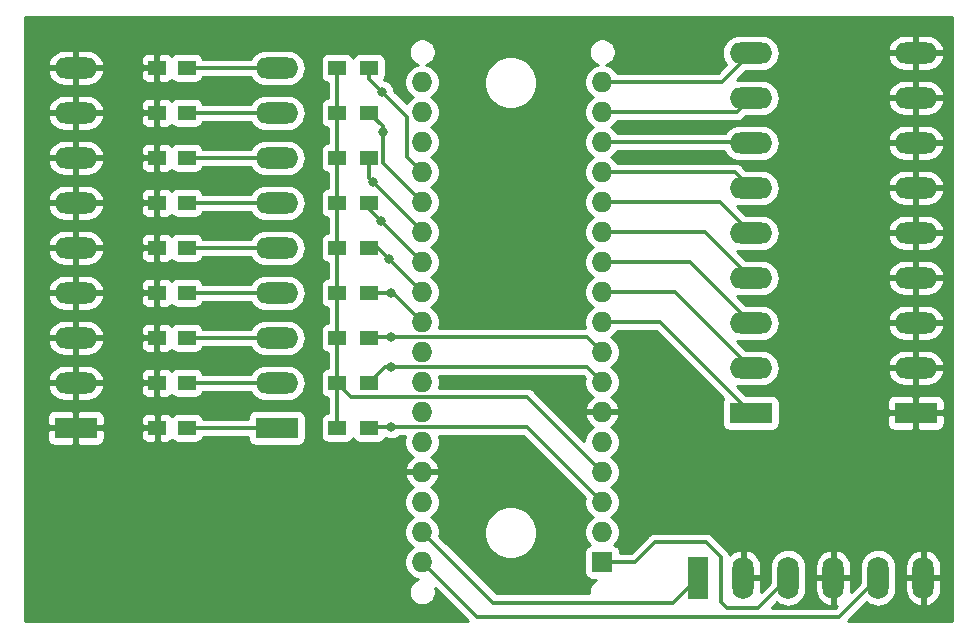
<source format=gbr>
%TF.GenerationSoftware,KiCad,Pcbnew,(5.1.6)-1*%
%TF.CreationDate,2020-10-07T17:19:25+08:00*%
%TF.ProjectId,MGame HID,4d47616d-6520-4484-9944-2e6b69636164,rev?*%
%TF.SameCoordinates,Original*%
%TF.FileFunction,Copper,L1,Top*%
%TF.FilePolarity,Positive*%
%FSLAX46Y46*%
G04 Gerber Fmt 4.6, Leading zero omitted, Abs format (unit mm)*
G04 Created by KiCad (PCBNEW (5.1.6)-1) date 2020-10-07 17:19:25*
%MOMM*%
%LPD*%
G01*
G04 APERTURE LIST*
%TA.AperFunction,ComponentPad*%
%ADD10O,3.600000X1.800000*%
%TD*%
%TA.AperFunction,ComponentPad*%
%ADD11R,3.600000X1.800000*%
%TD*%
%TA.AperFunction,ComponentPad*%
%ADD12O,1.800000X3.600000*%
%TD*%
%TA.AperFunction,ComponentPad*%
%ADD13R,1.800000X3.600000*%
%TD*%
%TA.AperFunction,SMDPad,CuDef*%
%ADD14R,1.500000X1.300000*%
%TD*%
%TA.AperFunction,ComponentPad*%
%ADD15O,1.727200X1.727200*%
%TD*%
%TA.AperFunction,ComponentPad*%
%ADD16R,1.727200X1.727200*%
%TD*%
%TA.AperFunction,SMDPad,CuDef*%
%ADD17R,1.500000X1.250000*%
%TD*%
%TA.AperFunction,ViaPad*%
%ADD18C,0.800000*%
%TD*%
%TA.AperFunction,Conductor*%
%ADD19C,0.300000*%
%TD*%
%TA.AperFunction,Conductor*%
%ADD20C,0.254000*%
%TD*%
G04 APERTURE END LIST*
D10*
%TO.P,J1,9*%
%TO.N,GND*%
X114300000Y-64770000D03*
%TO.P,J1,8*%
X114300000Y-68580000D03*
%TO.P,J1,7*%
X114300000Y-72390000D03*
%TO.P,J1,6*%
X114300000Y-76200000D03*
%TO.P,J1,5*%
X114300000Y-80010000D03*
%TO.P,J1,4*%
X114300000Y-83820000D03*
%TO.P,J1,3*%
X114300000Y-87630000D03*
%TO.P,J1,2*%
X114300000Y-91440000D03*
D11*
%TO.P,J1,1*%
X114300000Y-95250000D03*
%TD*%
%TO.P,J2,1*%
%TO.N,/BUT0*%
X131318000Y-95250000D03*
D10*
%TO.P,J2,2*%
%TO.N,/BUT1*%
X131318000Y-91440000D03*
%TO.P,J2,3*%
%TO.N,/BUT2*%
X131318000Y-87630000D03*
%TO.P,J2,4*%
%TO.N,/BUT3*%
X131318000Y-83820000D03*
%TO.P,J2,5*%
%TO.N,/BUT4*%
X131318000Y-80010000D03*
%TO.P,J2,6*%
%TO.N,/BUT5*%
X131318000Y-76200000D03*
%TO.P,J2,7*%
%TO.N,/BUT6*%
X131318000Y-72390000D03*
%TO.P,J2,8*%
%TO.N,/BUT7*%
X131318000Y-68580000D03*
%TO.P,J2,9*%
%TO.N,/BUT8*%
X131318000Y-64770000D03*
%TD*%
D12*
%TO.P,J3,6*%
%TO.N,GND*%
X186055000Y-107950000D03*
%TO.P,J3,5*%
%TO.N,/AUX2*%
X182245000Y-107950000D03*
%TO.P,J3,4*%
%TO.N,GND*%
X178435000Y-107950000D03*
%TO.P,J3,3*%
%TO.N,/AUX1*%
X174625000Y-107950000D03*
%TO.P,J3,2*%
%TO.N,GND*%
X170815000Y-107950000D03*
D13*
%TO.P,J3,1*%
%TO.N,/AUX0*%
X167005000Y-107950000D03*
%TD*%
D10*
%TO.P,J4,9*%
%TO.N,GND*%
X185420000Y-63500000D03*
%TO.P,J4,8*%
X185420000Y-67310000D03*
%TO.P,J4,7*%
X185420000Y-71120000D03*
%TO.P,J4,6*%
X185420000Y-74930000D03*
%TO.P,J4,5*%
X185420000Y-78740000D03*
%TO.P,J4,4*%
X185420000Y-82550000D03*
%TO.P,J4,3*%
X185420000Y-86360000D03*
%TO.P,J4,2*%
X185420000Y-90170000D03*
D11*
%TO.P,J4,1*%
X185420000Y-93980000D03*
%TD*%
%TO.P,J5,1*%
%TO.N,/LED0*%
X171450000Y-93980000D03*
D10*
%TO.P,J5,2*%
%TO.N,/LED1*%
X171450000Y-90170000D03*
%TO.P,J5,3*%
%TO.N,/LED2*%
X171450000Y-86360000D03*
%TO.P,J5,4*%
%TO.N,/LED3*%
X171450000Y-82550000D03*
%TO.P,J5,5*%
%TO.N,/LED4*%
X171450000Y-78740000D03*
%TO.P,J5,6*%
%TO.N,/LED5*%
X171450000Y-74930000D03*
%TO.P,J5,7*%
%TO.N,/LED6*%
X171450000Y-71120000D03*
%TO.P,J5,8*%
%TO.N,/LED7*%
X171450000Y-67310000D03*
%TO.P,J5,9*%
%TO.N,/LED8*%
X171450000Y-63500000D03*
%TD*%
D14*
%TO.P,R1,1*%
%TO.N,Net-(R1-Pad1)*%
X136445000Y-95250000D03*
%TO.P,R1,2*%
%TO.N,/BUT0*%
X139145000Y-95250000D03*
%TD*%
%TO.P,R2,2*%
%TO.N,/BUT1*%
X139145000Y-91440000D03*
%TO.P,R2,1*%
%TO.N,Net-(R1-Pad1)*%
X136445000Y-91440000D03*
%TD*%
%TO.P,R3,1*%
%TO.N,Net-(R1-Pad1)*%
X136445000Y-87630000D03*
%TO.P,R3,2*%
%TO.N,/BUT2*%
X139145000Y-87630000D03*
%TD*%
%TO.P,R4,2*%
%TO.N,/BUT3*%
X139145000Y-83820000D03*
%TO.P,R4,1*%
%TO.N,Net-(R1-Pad1)*%
X136445000Y-83820000D03*
%TD*%
%TO.P,R5,1*%
%TO.N,Net-(R1-Pad1)*%
X136445000Y-80010000D03*
%TO.P,R5,2*%
%TO.N,/BUT4*%
X139145000Y-80010000D03*
%TD*%
%TO.P,R6,2*%
%TO.N,/BUT5*%
X139145000Y-76200000D03*
%TO.P,R6,1*%
%TO.N,Net-(R1-Pad1)*%
X136445000Y-76200000D03*
%TD*%
%TO.P,R7,2*%
%TO.N,/BUT6*%
X139145000Y-72390000D03*
%TO.P,R7,1*%
%TO.N,Net-(R1-Pad1)*%
X136445000Y-72390000D03*
%TD*%
%TO.P,R8,1*%
%TO.N,Net-(R1-Pad1)*%
X136445000Y-68580000D03*
%TO.P,R8,2*%
%TO.N,/BUT7*%
X139145000Y-68580000D03*
%TD*%
%TO.P,R9,2*%
%TO.N,/BUT8*%
X139145000Y-64770000D03*
%TO.P,R9,1*%
%TO.N,Net-(R1-Pad1)*%
X136445000Y-64770000D03*
%TD*%
D15*
%TO.P,XA1,*%
%TO.N,*%
X143620000Y-88831001D03*
%TO.P,XA1,RST2*%
%TO.N,Net-(XA1-PadRST2)*%
X158860000Y-96451001D03*
D16*
%TO.P,XA1,MOSI*%
%TO.N,/AUX1*%
X158860000Y-106611001D03*
D15*
%TO.P,XA1,SCK*%
%TO.N,/AUX2*%
X143620000Y-106611001D03*
%TO.P,XA1,A0*%
%TO.N,/BUT8*%
X143620000Y-73591001D03*
%TO.P,XA1,VIN*%
%TO.N,Net-(XA1-PadVIN)*%
X143620000Y-101531001D03*
%TO.P,XA1,GND2*%
%TO.N,GND*%
X158860000Y-93911001D03*
%TO.P,XA1,GND1*%
X143620000Y-98991001D03*
%TO.P,XA1,5V*%
%TO.N,Net-(XA1-Pad5V)*%
X143620000Y-93911001D03*
%TO.P,XA1,3V3*%
%TO.N,Net-(XA1-Pad3V3)*%
X143620000Y-68511001D03*
%TO.P,XA1,RST1*%
%TO.N,Net-(XA1-PadRST1)*%
X143620000Y-96451001D03*
%TO.P,XA1,SS*%
%TO.N,Net-(XA1-PadSS)*%
X158860000Y-104071001D03*
%TO.P,XA1,D0*%
%TO.N,Net-(R1-Pad1)*%
X158860000Y-98991001D03*
%TO.P,XA1,D1*%
%TO.N,/BUT0*%
X158860000Y-101531001D03*
%TO.P,XA1,D2*%
%TO.N,/BUT1*%
X158860000Y-91371001D03*
%TO.P,XA1,D3*%
%TO.N,/BUT2*%
X158860000Y-88831001D03*
%TO.P,XA1,D4*%
%TO.N,/LED0*%
X158860000Y-86291001D03*
%TO.P,XA1,D5*%
%TO.N,/LED1*%
X158860000Y-83751001D03*
%TO.P,XA1,D6*%
%TO.N,/LED2*%
X158860000Y-81211001D03*
%TO.P,XA1,D7*%
%TO.N,/LED3*%
X158860000Y-78671001D03*
%TO.P,XA1,D8*%
%TO.N,/LED4*%
X158860000Y-76131001D03*
%TO.P,XA1,D9*%
%TO.N,/LED5*%
X158860000Y-73591001D03*
%TO.P,XA1,D10*%
%TO.N,/LED6*%
X158860000Y-71051001D03*
%TO.P,XA1,AREF*%
%TO.N,Net-(XA1-PadAREF)*%
X143620000Y-71051001D03*
%TO.P,XA1,D13*%
%TO.N,Net-(XA1-PadD13)*%
X143620000Y-65971001D03*
%TO.P,XA1,D12*%
%TO.N,/LED8*%
X158860000Y-65971001D03*
%TO.P,XA1,D11*%
%TO.N,/LED7*%
X158860000Y-68511001D03*
%TO.P,XA1,*%
%TO.N,*%
X143620000Y-91371001D03*
%TO.P,XA1,A1*%
%TO.N,/BUT7*%
X143620000Y-76131001D03*
%TO.P,XA1,A2*%
%TO.N,/BUT6*%
X143620000Y-78671001D03*
%TO.P,XA1,A3*%
%TO.N,/BUT5*%
X143620000Y-81211001D03*
%TO.P,XA1,A4*%
%TO.N,/BUT4*%
X143620000Y-83751001D03*
%TO.P,XA1,A5*%
%TO.N,/BUT3*%
X143620000Y-86291001D03*
%TO.P,XA1,MISO*%
%TO.N,/AUX0*%
X143620000Y-104071001D03*
%TD*%
D17*
%TO.P,C1,2*%
%TO.N,GND*%
X121198000Y-95250000D03*
%TO.P,C1,1*%
%TO.N,/BUT0*%
X123698000Y-95250000D03*
%TD*%
%TO.P,C2,1*%
%TO.N,/BUT1*%
X123678000Y-91440000D03*
%TO.P,C2,2*%
%TO.N,GND*%
X121178000Y-91440000D03*
%TD*%
%TO.P,C3,2*%
%TO.N,GND*%
X121178000Y-87630000D03*
%TO.P,C3,1*%
%TO.N,/BUT2*%
X123678000Y-87630000D03*
%TD*%
%TO.P,C4,1*%
%TO.N,/BUT3*%
X123678000Y-83820000D03*
%TO.P,C4,2*%
%TO.N,GND*%
X121178000Y-83820000D03*
%TD*%
%TO.P,C5,2*%
%TO.N,GND*%
X121178000Y-80010000D03*
%TO.P,C5,1*%
%TO.N,/BUT4*%
X123678000Y-80010000D03*
%TD*%
%TO.P,C6,1*%
%TO.N,/BUT5*%
X123678000Y-76200000D03*
%TO.P,C6,2*%
%TO.N,GND*%
X121178000Y-76200000D03*
%TD*%
%TO.P,C7,2*%
%TO.N,GND*%
X121178000Y-72390000D03*
%TO.P,C7,1*%
%TO.N,/BUT6*%
X123678000Y-72390000D03*
%TD*%
%TO.P,C8,1*%
%TO.N,/BUT7*%
X123678000Y-68580000D03*
%TO.P,C8,2*%
%TO.N,GND*%
X121178000Y-68580000D03*
%TD*%
%TO.P,C9,2*%
%TO.N,GND*%
X121178000Y-64770000D03*
%TO.P,C9,1*%
%TO.N,/BUT8*%
X123678000Y-64770000D03*
%TD*%
D18*
%TO.N,/BUT0*%
X141032600Y-95187400D03*
%TO.N,/BUT1*%
X141032600Y-90107400D03*
%TO.N,/BUT2*%
X141032600Y-87567400D03*
%TO.N,/BUT3*%
X140970000Y-83820000D03*
%TO.N,/BUT4*%
X140805499Y-80936501D03*
%TO.N,/BUT5*%
X140170500Y-77761500D03*
%TO.N,/BUT6*%
X139466501Y-74401499D03*
%TO.N,/BUT7*%
X140295001Y-70191001D03*
%TO.N,/BUT8*%
X140217500Y-66792500D03*
%TD*%
D19*
%TO.N,/BUT0*%
X131318000Y-95250000D02*
X123698000Y-95250000D01*
X139207600Y-95187400D02*
X139145000Y-95250000D01*
X158860000Y-101531001D02*
X152516399Y-95187400D01*
X152516399Y-95187400D02*
X141032600Y-95187400D01*
X141032600Y-95187400D02*
X139207600Y-95187400D01*
%TO.N,/BUT1*%
X157596399Y-90107400D02*
X158860000Y-91371001D01*
X139145000Y-91440000D02*
X140477600Y-90107400D01*
X131318000Y-91440000D02*
X123678000Y-91440000D01*
X140477600Y-90107400D02*
X141032600Y-90107400D01*
X141032600Y-90107400D02*
X157596399Y-90107400D01*
%TO.N,/BUT2*%
X157596399Y-87567400D02*
X158860000Y-88831001D01*
X139145000Y-87630000D02*
X139207600Y-87567400D01*
X131318000Y-87630000D02*
X123678000Y-87630000D01*
X139207600Y-87567400D02*
X141032600Y-87567400D01*
X141032600Y-87567400D02*
X157596399Y-87567400D01*
%TO.N,/BUT3*%
X141148999Y-83820000D02*
X143620000Y-86291001D01*
X123678000Y-83820000D02*
X131318000Y-83820000D01*
X139145000Y-83820000D02*
X140970000Y-83820000D01*
X140970000Y-83820000D02*
X141148999Y-83820000D01*
%TO.N,/BUT4*%
X139145000Y-80010000D02*
X139878999Y-80010000D01*
X131318000Y-80010000D02*
X123678000Y-80010000D01*
X139878999Y-80010000D02*
X140805499Y-80936501D01*
X140805499Y-80936501D02*
X143620000Y-83751001D01*
%TO.N,/BUT5*%
X139145000Y-76200000D02*
X139145000Y-76736001D01*
X123678000Y-76200000D02*
X131318000Y-76200000D01*
X139145000Y-76736001D02*
X140170500Y-77761500D01*
X140170500Y-77761500D02*
X143620000Y-81211001D01*
%TO.N,/BUT6*%
X143620000Y-78554998D02*
X143620000Y-78671001D01*
X139145000Y-72390000D02*
X139145000Y-74079998D01*
X131318000Y-72390000D02*
X123678000Y-72390000D01*
X139145000Y-74079998D02*
X139466501Y-74401499D01*
X139466501Y-74401499D02*
X143620000Y-78554998D01*
%TO.N,/BUT7*%
X140295001Y-72806002D02*
X143620000Y-76131001D01*
X139145000Y-68580000D02*
X140295001Y-69730001D01*
X123678000Y-68580000D02*
X131318000Y-68580000D01*
X140295001Y-69730001D02*
X140295001Y-70191001D01*
X140295001Y-70191001D02*
X140295001Y-72806002D01*
%TO.N,/BUT8*%
X142356399Y-72327400D02*
X143620000Y-73591001D01*
X142356399Y-68931399D02*
X142356399Y-72327400D01*
X139145000Y-64770000D02*
X139145000Y-65720000D01*
X131318000Y-64770000D02*
X123678000Y-64770000D01*
X139145000Y-65720000D02*
X140217500Y-66792500D01*
X140217500Y-66792500D02*
X142356399Y-68931399D01*
%TO.N,/AUX2*%
X143620000Y-106611001D02*
X148260999Y-111252000D01*
X178943000Y-111252000D02*
X182245000Y-107950000D01*
X148260999Y-111252000D02*
X178943000Y-111252000D01*
%TO.N,/AUX1*%
X168910000Y-109982000D02*
X169418000Y-110490000D01*
X158860000Y-106611001D02*
X161612999Y-106611001D01*
X169418000Y-110490000D02*
X172085000Y-110490000D01*
X161612999Y-106611001D02*
X163322000Y-104902000D01*
X163322000Y-104902000D02*
X167640000Y-104902000D01*
X167640000Y-104902000D02*
X168910000Y-106172000D01*
X172085000Y-110490000D02*
X174625000Y-107950000D01*
X168910000Y-106172000D02*
X168910000Y-109982000D01*
%TO.N,/AUX0*%
X164895998Y-110059002D02*
X167005000Y-107950000D01*
X149608001Y-110059002D02*
X164895998Y-110059002D01*
X143620000Y-104071001D02*
X149608001Y-110059002D01*
%TO.N,Net-(R1-Pad1)*%
X136445000Y-95250000D02*
X136445000Y-91440000D01*
X136445000Y-87630000D02*
X136445000Y-91440000D01*
X136445000Y-87630000D02*
X136445000Y-83820000D01*
X136445000Y-83820000D02*
X136445000Y-80010000D01*
X136445000Y-76200000D02*
X136445000Y-80010000D01*
X136445000Y-76200000D02*
X136445000Y-72390000D01*
X136445000Y-68580000D02*
X136445000Y-72390000D01*
X136445000Y-68580000D02*
X136445000Y-64770000D01*
X137639602Y-92634602D02*
X136445000Y-91440000D01*
X152503601Y-92634602D02*
X137639602Y-92634602D01*
X158860000Y-98991001D02*
X152503601Y-92634602D01*
%TO.N,/LED0*%
X163761001Y-86291001D02*
X171450000Y-93980000D01*
X158860000Y-86291001D02*
X163761001Y-86291001D01*
%TO.N,/LED1*%
X165031001Y-83751001D02*
X171450000Y-90170000D01*
X158860000Y-83751001D02*
X165031001Y-83751001D01*
%TO.N,/LED2*%
X166301001Y-81211001D02*
X171450000Y-86360000D01*
X158860000Y-81211001D02*
X166301001Y-81211001D01*
%TO.N,/LED3*%
X167571001Y-78671001D02*
X171450000Y-82550000D01*
X158860000Y-78671001D02*
X167571001Y-78671001D01*
%TO.N,/LED4*%
X168841001Y-76131001D02*
X171450000Y-78740000D01*
X158860000Y-76131001D02*
X168841001Y-76131001D01*
%TO.N,/LED5*%
X170111001Y-73591001D02*
X171450000Y-74930000D01*
X158860000Y-73591001D02*
X170111001Y-73591001D01*
%TO.N,/LED6*%
X171381001Y-71051001D02*
X171450000Y-71120000D01*
X158860000Y-71051001D02*
X171381001Y-71051001D01*
%TO.N,/LED7*%
X170248999Y-68511001D02*
X171450000Y-67310000D01*
X158860000Y-68511001D02*
X170248999Y-68511001D01*
%TO.N,/LED8*%
X168978999Y-65971001D02*
X171450000Y-63500000D01*
X158860000Y-65971001D02*
X168978999Y-65971001D01*
%TD*%
D20*
%TO.N,GND*%
G36*
X188468000Y-111633000D02*
G01*
X179672157Y-111633000D01*
X181269768Y-110035390D01*
X181388074Y-110132481D01*
X181654740Y-110275017D01*
X181944088Y-110362790D01*
X182245000Y-110392427D01*
X182545913Y-110362790D01*
X182835261Y-110275017D01*
X183101927Y-110132481D01*
X183335661Y-109940661D01*
X183527481Y-109706927D01*
X183670017Y-109440261D01*
X183757790Y-109150913D01*
X183780000Y-108925408D01*
X183780000Y-108077000D01*
X184520000Y-108077000D01*
X184520000Y-108977000D01*
X184574271Y-109274023D01*
X184685446Y-109554751D01*
X184849252Y-109808396D01*
X185059394Y-110025210D01*
X185307796Y-110196862D01*
X185584913Y-110316755D01*
X185690260Y-110341036D01*
X185928000Y-110220378D01*
X185928000Y-108077000D01*
X186182000Y-108077000D01*
X186182000Y-110220378D01*
X186419740Y-110341036D01*
X186525087Y-110316755D01*
X186802204Y-110196862D01*
X187050606Y-110025210D01*
X187260748Y-109808396D01*
X187424554Y-109554751D01*
X187535729Y-109274023D01*
X187590000Y-108977000D01*
X187590000Y-108077000D01*
X186182000Y-108077000D01*
X185928000Y-108077000D01*
X184520000Y-108077000D01*
X183780000Y-108077000D01*
X183780000Y-106974592D01*
X183774919Y-106923000D01*
X184520000Y-106923000D01*
X184520000Y-107823000D01*
X185928000Y-107823000D01*
X185928000Y-105679622D01*
X186182000Y-105679622D01*
X186182000Y-107823000D01*
X187590000Y-107823000D01*
X187590000Y-106923000D01*
X187535729Y-106625977D01*
X187424554Y-106345249D01*
X187260748Y-106091604D01*
X187050606Y-105874790D01*
X186802204Y-105703138D01*
X186525087Y-105583245D01*
X186419740Y-105558964D01*
X186182000Y-105679622D01*
X185928000Y-105679622D01*
X185690260Y-105558964D01*
X185584913Y-105583245D01*
X185307796Y-105703138D01*
X185059394Y-105874790D01*
X184849252Y-106091604D01*
X184685446Y-106345249D01*
X184574271Y-106625977D01*
X184520000Y-106923000D01*
X183774919Y-106923000D01*
X183757790Y-106749087D01*
X183670017Y-106459739D01*
X183527481Y-106193073D01*
X183335661Y-105959339D01*
X183101926Y-105767519D01*
X182835260Y-105624983D01*
X182545912Y-105537210D01*
X182245000Y-105507573D01*
X181944087Y-105537210D01*
X181654739Y-105624983D01*
X181388073Y-105767519D01*
X181154339Y-105959339D01*
X180962519Y-106193074D01*
X180819983Y-106459740D01*
X180732210Y-106749088D01*
X180710000Y-106974593D01*
X180710000Y-108374842D01*
X179939183Y-109145659D01*
X179970000Y-108977000D01*
X179970000Y-108077000D01*
X178562000Y-108077000D01*
X178562000Y-110220378D01*
X178762637Y-110322206D01*
X178617843Y-110467000D01*
X173218157Y-110467000D01*
X173649768Y-110035390D01*
X173768074Y-110132481D01*
X174034740Y-110275017D01*
X174324088Y-110362790D01*
X174625000Y-110392427D01*
X174925913Y-110362790D01*
X175215261Y-110275017D01*
X175481927Y-110132481D01*
X175715661Y-109940661D01*
X175907481Y-109706927D01*
X176050017Y-109440261D01*
X176137790Y-109150913D01*
X176160000Y-108925408D01*
X176160000Y-108077000D01*
X176900000Y-108077000D01*
X176900000Y-108977000D01*
X176954271Y-109274023D01*
X177065446Y-109554751D01*
X177229252Y-109808396D01*
X177439394Y-110025210D01*
X177687796Y-110196862D01*
X177964913Y-110316755D01*
X178070260Y-110341036D01*
X178308000Y-110220378D01*
X178308000Y-108077000D01*
X176900000Y-108077000D01*
X176160000Y-108077000D01*
X176160000Y-106974592D01*
X176154919Y-106923000D01*
X176900000Y-106923000D01*
X176900000Y-107823000D01*
X178308000Y-107823000D01*
X178308000Y-105679622D01*
X178562000Y-105679622D01*
X178562000Y-107823000D01*
X179970000Y-107823000D01*
X179970000Y-106923000D01*
X179915729Y-106625977D01*
X179804554Y-106345249D01*
X179640748Y-106091604D01*
X179430606Y-105874790D01*
X179182204Y-105703138D01*
X178905087Y-105583245D01*
X178799740Y-105558964D01*
X178562000Y-105679622D01*
X178308000Y-105679622D01*
X178070260Y-105558964D01*
X177964913Y-105583245D01*
X177687796Y-105703138D01*
X177439394Y-105874790D01*
X177229252Y-106091604D01*
X177065446Y-106345249D01*
X176954271Y-106625977D01*
X176900000Y-106923000D01*
X176154919Y-106923000D01*
X176137790Y-106749087D01*
X176050017Y-106459739D01*
X175907481Y-106193073D01*
X175715661Y-105959339D01*
X175481926Y-105767519D01*
X175215260Y-105624983D01*
X174925912Y-105537210D01*
X174625000Y-105507573D01*
X174324087Y-105537210D01*
X174034739Y-105624983D01*
X173768073Y-105767519D01*
X173534339Y-105959339D01*
X173342519Y-106193074D01*
X173199983Y-106459740D01*
X173112210Y-106749088D01*
X173090000Y-106974593D01*
X173090000Y-108374842D01*
X172319183Y-109145660D01*
X172350000Y-108977000D01*
X172350000Y-108077000D01*
X170942000Y-108077000D01*
X170942000Y-108097000D01*
X170688000Y-108097000D01*
X170688000Y-108077000D01*
X170668000Y-108077000D01*
X170668000Y-107823000D01*
X170688000Y-107823000D01*
X170688000Y-105679622D01*
X170942000Y-105679622D01*
X170942000Y-107823000D01*
X172350000Y-107823000D01*
X172350000Y-106923000D01*
X172295729Y-106625977D01*
X172184554Y-106345249D01*
X172020748Y-106091604D01*
X171810606Y-105874790D01*
X171562204Y-105703138D01*
X171285087Y-105583245D01*
X171179740Y-105558964D01*
X170942000Y-105679622D01*
X170688000Y-105679622D01*
X170450260Y-105558964D01*
X170344913Y-105583245D01*
X170067796Y-105703138D01*
X169819394Y-105874790D01*
X169682888Y-106015630D01*
X169638754Y-105870140D01*
X169565862Y-105733767D01*
X169516450Y-105673559D01*
X169492345Y-105644187D01*
X169492342Y-105644184D01*
X169467764Y-105614236D01*
X169437817Y-105589659D01*
X168222347Y-104374190D01*
X168197764Y-104344236D01*
X168078233Y-104246138D01*
X167941860Y-104173246D01*
X167793887Y-104128359D01*
X167678561Y-104117000D01*
X167678553Y-104117000D01*
X167640000Y-104113203D01*
X167601447Y-104117000D01*
X163360552Y-104117000D01*
X163321999Y-104113203D01*
X163283446Y-104117000D01*
X163283439Y-104117000D01*
X163182490Y-104126943D01*
X163168112Y-104128359D01*
X163133672Y-104138806D01*
X163020140Y-104173246D01*
X162883767Y-104246138D01*
X162823559Y-104295550D01*
X162794187Y-104319655D01*
X162794184Y-104319658D01*
X162764236Y-104344236D01*
X162739658Y-104374184D01*
X161287842Y-105826001D01*
X160361672Y-105826001D01*
X160361672Y-105747401D01*
X160349412Y-105622919D01*
X160313102Y-105503221D01*
X160254137Y-105392907D01*
X160174785Y-105296216D01*
X160078094Y-105216864D01*
X159967780Y-105157899D01*
X159909977Y-105140365D01*
X160024039Y-105026303D01*
X160188042Y-104780854D01*
X160301010Y-104508126D01*
X160358600Y-104218600D01*
X160358600Y-103923402D01*
X160301010Y-103633876D01*
X160188042Y-103361148D01*
X160024039Y-103115699D01*
X159815302Y-102906962D01*
X159656719Y-102801001D01*
X159815302Y-102695040D01*
X160024039Y-102486303D01*
X160188042Y-102240854D01*
X160301010Y-101968126D01*
X160358600Y-101678600D01*
X160358600Y-101383402D01*
X160301010Y-101093876D01*
X160188042Y-100821148D01*
X160024039Y-100575699D01*
X159815302Y-100366962D01*
X159656719Y-100261001D01*
X159815302Y-100155040D01*
X160024039Y-99946303D01*
X160188042Y-99700854D01*
X160301010Y-99428126D01*
X160358600Y-99138600D01*
X160358600Y-98843402D01*
X160301010Y-98553876D01*
X160188042Y-98281148D01*
X160024039Y-98035699D01*
X159815302Y-97826962D01*
X159656719Y-97721001D01*
X159815302Y-97615040D01*
X160024039Y-97406303D01*
X160188042Y-97160854D01*
X160301010Y-96888126D01*
X160358600Y-96598600D01*
X160358600Y-96303402D01*
X160301010Y-96013876D01*
X160188042Y-95741148D01*
X160024039Y-95495699D01*
X159815302Y-95286962D01*
X159654187Y-95179309D01*
X159870293Y-95017855D01*
X160066817Y-94799489D01*
X160216964Y-94546979D01*
X160314963Y-94270028D01*
X160194464Y-94038001D01*
X158987000Y-94038001D01*
X158987000Y-94058001D01*
X158733000Y-94058001D01*
X158733000Y-94038001D01*
X157525536Y-94038001D01*
X157405037Y-94270028D01*
X157503036Y-94546979D01*
X157653183Y-94799489D01*
X157849707Y-95017855D01*
X158065813Y-95179309D01*
X157904698Y-95286962D01*
X157695961Y-95495699D01*
X157531958Y-95741148D01*
X157418990Y-96013876D01*
X157361400Y-96303402D01*
X157361400Y-96382244D01*
X153085948Y-92106792D01*
X153061365Y-92076838D01*
X152941834Y-91978740D01*
X152805461Y-91905848D01*
X152657488Y-91860961D01*
X152542162Y-91849602D01*
X152542154Y-91849602D01*
X152503601Y-91845805D01*
X152465048Y-91849602D01*
X145043830Y-91849602D01*
X145061010Y-91808126D01*
X145118600Y-91518600D01*
X145118600Y-91223402D01*
X145061010Y-90933876D01*
X145043830Y-90892400D01*
X157271242Y-90892400D01*
X157401358Y-91022516D01*
X157361400Y-91223402D01*
X157361400Y-91518600D01*
X157418990Y-91808126D01*
X157531958Y-92080854D01*
X157695961Y-92326303D01*
X157904698Y-92535040D01*
X158065813Y-92642693D01*
X157849707Y-92804147D01*
X157653183Y-93022513D01*
X157503036Y-93275023D01*
X157405037Y-93551974D01*
X157525536Y-93784001D01*
X158733000Y-93784001D01*
X158733000Y-93764001D01*
X158987000Y-93764001D01*
X158987000Y-93784001D01*
X160194464Y-93784001D01*
X160314963Y-93551974D01*
X160216964Y-93275023D01*
X160066817Y-93022513D01*
X159870293Y-92804147D01*
X159654187Y-92642693D01*
X159815302Y-92535040D01*
X160024039Y-92326303D01*
X160188042Y-92080854D01*
X160301010Y-91808126D01*
X160358600Y-91518600D01*
X160358600Y-91223402D01*
X160301010Y-90933876D01*
X160188042Y-90661148D01*
X160024039Y-90415699D01*
X159815302Y-90206962D01*
X159656719Y-90101001D01*
X159815302Y-89995040D01*
X160024039Y-89786303D01*
X160188042Y-89540854D01*
X160301010Y-89268126D01*
X160358600Y-88978600D01*
X160358600Y-88683402D01*
X160301010Y-88393876D01*
X160188042Y-88121148D01*
X160024039Y-87875699D01*
X159815302Y-87666962D01*
X159656719Y-87561001D01*
X159815302Y-87455040D01*
X160024039Y-87246303D01*
X160137831Y-87076001D01*
X163435844Y-87076001D01*
X169107580Y-92747737D01*
X169060498Y-92835820D01*
X169024188Y-92955518D01*
X169011928Y-93080000D01*
X169011928Y-94880000D01*
X169024188Y-95004482D01*
X169060498Y-95124180D01*
X169119463Y-95234494D01*
X169198815Y-95331185D01*
X169295506Y-95410537D01*
X169405820Y-95469502D01*
X169525518Y-95505812D01*
X169650000Y-95518072D01*
X173250000Y-95518072D01*
X173374482Y-95505812D01*
X173494180Y-95469502D01*
X173604494Y-95410537D01*
X173701185Y-95331185D01*
X173780537Y-95234494D01*
X173839502Y-95124180D01*
X173875812Y-95004482D01*
X173888072Y-94880000D01*
X182981928Y-94880000D01*
X182994188Y-95004482D01*
X183030498Y-95124180D01*
X183089463Y-95234494D01*
X183168815Y-95331185D01*
X183265506Y-95410537D01*
X183375820Y-95469502D01*
X183495518Y-95505812D01*
X183620000Y-95518072D01*
X185134250Y-95515000D01*
X185293000Y-95356250D01*
X185293000Y-94107000D01*
X185547000Y-94107000D01*
X185547000Y-95356250D01*
X185705750Y-95515000D01*
X187220000Y-95518072D01*
X187344482Y-95505812D01*
X187464180Y-95469502D01*
X187574494Y-95410537D01*
X187671185Y-95331185D01*
X187750537Y-95234494D01*
X187809502Y-95124180D01*
X187845812Y-95004482D01*
X187858072Y-94880000D01*
X187855000Y-94265750D01*
X187696250Y-94107000D01*
X185547000Y-94107000D01*
X185293000Y-94107000D01*
X183143750Y-94107000D01*
X182985000Y-94265750D01*
X182981928Y-94880000D01*
X173888072Y-94880000D01*
X173888072Y-93080000D01*
X182981928Y-93080000D01*
X182985000Y-93694250D01*
X183143750Y-93853000D01*
X185293000Y-93853000D01*
X185293000Y-92603750D01*
X185547000Y-92603750D01*
X185547000Y-93853000D01*
X187696250Y-93853000D01*
X187855000Y-93694250D01*
X187858072Y-93080000D01*
X187845812Y-92955518D01*
X187809502Y-92835820D01*
X187750537Y-92725506D01*
X187671185Y-92628815D01*
X187574494Y-92549463D01*
X187464180Y-92490498D01*
X187344482Y-92454188D01*
X187220000Y-92441928D01*
X185705750Y-92445000D01*
X185547000Y-92603750D01*
X185293000Y-92603750D01*
X185134250Y-92445000D01*
X183620000Y-92441928D01*
X183495518Y-92454188D01*
X183375820Y-92490498D01*
X183265506Y-92549463D01*
X183168815Y-92628815D01*
X183089463Y-92725506D01*
X183030498Y-92835820D01*
X182994188Y-92955518D01*
X182981928Y-93080000D01*
X173888072Y-93080000D01*
X173875812Y-92955518D01*
X173839502Y-92835820D01*
X173780537Y-92725506D01*
X173701185Y-92628815D01*
X173604494Y-92549463D01*
X173494180Y-92490498D01*
X173374482Y-92454188D01*
X173250000Y-92441928D01*
X171022085Y-92441928D01*
X170264461Y-91684304D01*
X170474592Y-91705000D01*
X172425408Y-91705000D01*
X172650913Y-91682790D01*
X172940261Y-91595017D01*
X173206927Y-91452481D01*
X173440661Y-91260661D01*
X173632481Y-91026927D01*
X173775017Y-90760261D01*
X173843428Y-90534740D01*
X183028964Y-90534740D01*
X183053245Y-90640087D01*
X183173138Y-90917204D01*
X183344790Y-91165606D01*
X183561604Y-91375748D01*
X183815249Y-91539554D01*
X184095977Y-91650729D01*
X184393000Y-91705000D01*
X185293000Y-91705000D01*
X185293000Y-90297000D01*
X185547000Y-90297000D01*
X185547000Y-91705000D01*
X186447000Y-91705000D01*
X186744023Y-91650729D01*
X187024751Y-91539554D01*
X187278396Y-91375748D01*
X187495210Y-91165606D01*
X187666862Y-90917204D01*
X187786755Y-90640087D01*
X187811036Y-90534740D01*
X187690378Y-90297000D01*
X185547000Y-90297000D01*
X185293000Y-90297000D01*
X183149622Y-90297000D01*
X183028964Y-90534740D01*
X173843428Y-90534740D01*
X173862790Y-90470913D01*
X173892427Y-90170000D01*
X173862790Y-89869087D01*
X173843429Y-89805260D01*
X183028964Y-89805260D01*
X183149622Y-90043000D01*
X185293000Y-90043000D01*
X185293000Y-88635000D01*
X185547000Y-88635000D01*
X185547000Y-90043000D01*
X187690378Y-90043000D01*
X187811036Y-89805260D01*
X187786755Y-89699913D01*
X187666862Y-89422796D01*
X187495210Y-89174394D01*
X187278396Y-88964252D01*
X187024751Y-88800446D01*
X186744023Y-88689271D01*
X186447000Y-88635000D01*
X185547000Y-88635000D01*
X185293000Y-88635000D01*
X184393000Y-88635000D01*
X184095977Y-88689271D01*
X183815249Y-88800446D01*
X183561604Y-88964252D01*
X183344790Y-89174394D01*
X183173138Y-89422796D01*
X183053245Y-89699913D01*
X183028964Y-89805260D01*
X173843429Y-89805260D01*
X173775017Y-89579739D01*
X173632481Y-89313073D01*
X173440661Y-89079339D01*
X173206927Y-88887519D01*
X172940261Y-88744983D01*
X172650913Y-88657210D01*
X172425408Y-88635000D01*
X171025158Y-88635000D01*
X170264462Y-87874304D01*
X170474592Y-87895000D01*
X172425408Y-87895000D01*
X172650913Y-87872790D01*
X172940261Y-87785017D01*
X173206927Y-87642481D01*
X173440661Y-87450661D01*
X173632481Y-87216927D01*
X173775017Y-86950261D01*
X173843428Y-86724740D01*
X183028964Y-86724740D01*
X183053245Y-86830087D01*
X183173138Y-87107204D01*
X183344790Y-87355606D01*
X183561604Y-87565748D01*
X183815249Y-87729554D01*
X184095977Y-87840729D01*
X184393000Y-87895000D01*
X185293000Y-87895000D01*
X185293000Y-86487000D01*
X185547000Y-86487000D01*
X185547000Y-87895000D01*
X186447000Y-87895000D01*
X186744023Y-87840729D01*
X187024751Y-87729554D01*
X187278396Y-87565748D01*
X187495210Y-87355606D01*
X187666862Y-87107204D01*
X187786755Y-86830087D01*
X187811036Y-86724740D01*
X187690378Y-86487000D01*
X185547000Y-86487000D01*
X185293000Y-86487000D01*
X183149622Y-86487000D01*
X183028964Y-86724740D01*
X173843428Y-86724740D01*
X173862790Y-86660913D01*
X173892427Y-86360000D01*
X173862790Y-86059087D01*
X173843429Y-85995260D01*
X183028964Y-85995260D01*
X183149622Y-86233000D01*
X185293000Y-86233000D01*
X185293000Y-84825000D01*
X185547000Y-84825000D01*
X185547000Y-86233000D01*
X187690378Y-86233000D01*
X187811036Y-85995260D01*
X187786755Y-85889913D01*
X187666862Y-85612796D01*
X187495210Y-85364394D01*
X187278396Y-85154252D01*
X187024751Y-84990446D01*
X186744023Y-84879271D01*
X186447000Y-84825000D01*
X185547000Y-84825000D01*
X185293000Y-84825000D01*
X184393000Y-84825000D01*
X184095977Y-84879271D01*
X183815249Y-84990446D01*
X183561604Y-85154252D01*
X183344790Y-85364394D01*
X183173138Y-85612796D01*
X183053245Y-85889913D01*
X183028964Y-85995260D01*
X173843429Y-85995260D01*
X173775017Y-85769739D01*
X173632481Y-85503073D01*
X173440661Y-85269339D01*
X173206927Y-85077519D01*
X172940261Y-84934983D01*
X172650913Y-84847210D01*
X172425408Y-84825000D01*
X171025158Y-84825000D01*
X170264462Y-84064304D01*
X170474592Y-84085000D01*
X172425408Y-84085000D01*
X172650913Y-84062790D01*
X172940261Y-83975017D01*
X173206927Y-83832481D01*
X173440661Y-83640661D01*
X173632481Y-83406927D01*
X173775017Y-83140261D01*
X173843428Y-82914740D01*
X183028964Y-82914740D01*
X183053245Y-83020087D01*
X183173138Y-83297204D01*
X183344790Y-83545606D01*
X183561604Y-83755748D01*
X183815249Y-83919554D01*
X184095977Y-84030729D01*
X184393000Y-84085000D01*
X185293000Y-84085000D01*
X185293000Y-82677000D01*
X185547000Y-82677000D01*
X185547000Y-84085000D01*
X186447000Y-84085000D01*
X186744023Y-84030729D01*
X187024751Y-83919554D01*
X187278396Y-83755748D01*
X187495210Y-83545606D01*
X187666862Y-83297204D01*
X187786755Y-83020087D01*
X187811036Y-82914740D01*
X187690378Y-82677000D01*
X185547000Y-82677000D01*
X185293000Y-82677000D01*
X183149622Y-82677000D01*
X183028964Y-82914740D01*
X173843428Y-82914740D01*
X173862790Y-82850913D01*
X173892427Y-82550000D01*
X173862790Y-82249087D01*
X173843429Y-82185260D01*
X183028964Y-82185260D01*
X183149622Y-82423000D01*
X185293000Y-82423000D01*
X185293000Y-81015000D01*
X185547000Y-81015000D01*
X185547000Y-82423000D01*
X187690378Y-82423000D01*
X187811036Y-82185260D01*
X187786755Y-82079913D01*
X187666862Y-81802796D01*
X187495210Y-81554394D01*
X187278396Y-81344252D01*
X187024751Y-81180446D01*
X186744023Y-81069271D01*
X186447000Y-81015000D01*
X185547000Y-81015000D01*
X185293000Y-81015000D01*
X184393000Y-81015000D01*
X184095977Y-81069271D01*
X183815249Y-81180446D01*
X183561604Y-81344252D01*
X183344790Y-81554394D01*
X183173138Y-81802796D01*
X183053245Y-82079913D01*
X183028964Y-82185260D01*
X173843429Y-82185260D01*
X173775017Y-81959739D01*
X173632481Y-81693073D01*
X173440661Y-81459339D01*
X173206927Y-81267519D01*
X172940261Y-81124983D01*
X172650913Y-81037210D01*
X172425408Y-81015000D01*
X171025158Y-81015000D01*
X170264462Y-80254304D01*
X170474592Y-80275000D01*
X172425408Y-80275000D01*
X172650913Y-80252790D01*
X172940261Y-80165017D01*
X173206927Y-80022481D01*
X173440661Y-79830661D01*
X173632481Y-79596927D01*
X173775017Y-79330261D01*
X173843428Y-79104740D01*
X183028964Y-79104740D01*
X183053245Y-79210087D01*
X183173138Y-79487204D01*
X183344790Y-79735606D01*
X183561604Y-79945748D01*
X183815249Y-80109554D01*
X184095977Y-80220729D01*
X184393000Y-80275000D01*
X185293000Y-80275000D01*
X185293000Y-78867000D01*
X185547000Y-78867000D01*
X185547000Y-80275000D01*
X186447000Y-80275000D01*
X186744023Y-80220729D01*
X187024751Y-80109554D01*
X187278396Y-79945748D01*
X187495210Y-79735606D01*
X187666862Y-79487204D01*
X187786755Y-79210087D01*
X187811036Y-79104740D01*
X187690378Y-78867000D01*
X185547000Y-78867000D01*
X185293000Y-78867000D01*
X183149622Y-78867000D01*
X183028964Y-79104740D01*
X173843428Y-79104740D01*
X173862790Y-79040913D01*
X173892427Y-78740000D01*
X173862790Y-78439087D01*
X173843429Y-78375260D01*
X183028964Y-78375260D01*
X183149622Y-78613000D01*
X185293000Y-78613000D01*
X185293000Y-77205000D01*
X185547000Y-77205000D01*
X185547000Y-78613000D01*
X187690378Y-78613000D01*
X187811036Y-78375260D01*
X187786755Y-78269913D01*
X187666862Y-77992796D01*
X187495210Y-77744394D01*
X187278396Y-77534252D01*
X187024751Y-77370446D01*
X186744023Y-77259271D01*
X186447000Y-77205000D01*
X185547000Y-77205000D01*
X185293000Y-77205000D01*
X184393000Y-77205000D01*
X184095977Y-77259271D01*
X183815249Y-77370446D01*
X183561604Y-77534252D01*
X183344790Y-77744394D01*
X183173138Y-77992796D01*
X183053245Y-78269913D01*
X183028964Y-78375260D01*
X173843429Y-78375260D01*
X173775017Y-78149739D01*
X173632481Y-77883073D01*
X173440661Y-77649339D01*
X173206927Y-77457519D01*
X172940261Y-77314983D01*
X172650913Y-77227210D01*
X172425408Y-77205000D01*
X171025157Y-77205000D01*
X170264461Y-76444304D01*
X170474592Y-76465000D01*
X172425408Y-76465000D01*
X172650913Y-76442790D01*
X172940261Y-76355017D01*
X173206927Y-76212481D01*
X173440661Y-76020661D01*
X173632481Y-75786927D01*
X173775017Y-75520261D01*
X173843428Y-75294740D01*
X183028964Y-75294740D01*
X183053245Y-75400087D01*
X183173138Y-75677204D01*
X183344790Y-75925606D01*
X183561604Y-76135748D01*
X183815249Y-76299554D01*
X184095977Y-76410729D01*
X184393000Y-76465000D01*
X185293000Y-76465000D01*
X185293000Y-75057000D01*
X185547000Y-75057000D01*
X185547000Y-76465000D01*
X186447000Y-76465000D01*
X186744023Y-76410729D01*
X187024751Y-76299554D01*
X187278396Y-76135748D01*
X187495210Y-75925606D01*
X187666862Y-75677204D01*
X187786755Y-75400087D01*
X187811036Y-75294740D01*
X187690378Y-75057000D01*
X185547000Y-75057000D01*
X185293000Y-75057000D01*
X183149622Y-75057000D01*
X183028964Y-75294740D01*
X173843428Y-75294740D01*
X173862790Y-75230913D01*
X173892427Y-74930000D01*
X173862790Y-74629087D01*
X173843429Y-74565260D01*
X183028964Y-74565260D01*
X183149622Y-74803000D01*
X185293000Y-74803000D01*
X185293000Y-73395000D01*
X185547000Y-73395000D01*
X185547000Y-74803000D01*
X187690378Y-74803000D01*
X187811036Y-74565260D01*
X187786755Y-74459913D01*
X187666862Y-74182796D01*
X187495210Y-73934394D01*
X187278396Y-73724252D01*
X187024751Y-73560446D01*
X186744023Y-73449271D01*
X186447000Y-73395000D01*
X185547000Y-73395000D01*
X185293000Y-73395000D01*
X184393000Y-73395000D01*
X184095977Y-73449271D01*
X183815249Y-73560446D01*
X183561604Y-73724252D01*
X183344790Y-73934394D01*
X183173138Y-74182796D01*
X183053245Y-74459913D01*
X183028964Y-74565260D01*
X173843429Y-74565260D01*
X173775017Y-74339739D01*
X173632481Y-74073073D01*
X173440661Y-73839339D01*
X173206927Y-73647519D01*
X172940261Y-73504983D01*
X172650913Y-73417210D01*
X172425408Y-73395000D01*
X171025157Y-73395000D01*
X170693346Y-73063189D01*
X170668765Y-73033237D01*
X170549234Y-72935139D01*
X170412861Y-72862247D01*
X170264888Y-72817360D01*
X170149562Y-72806001D01*
X170149554Y-72806001D01*
X170111001Y-72802204D01*
X170072448Y-72806001D01*
X160137831Y-72806001D01*
X160024039Y-72635699D01*
X159815302Y-72426962D01*
X159656719Y-72321001D01*
X159815302Y-72215040D01*
X160024039Y-72006303D01*
X160137831Y-71836001D01*
X169192192Y-71836001D01*
X169267519Y-71976927D01*
X169459339Y-72210661D01*
X169693073Y-72402481D01*
X169959739Y-72545017D01*
X170249087Y-72632790D01*
X170474592Y-72655000D01*
X172425408Y-72655000D01*
X172650913Y-72632790D01*
X172940261Y-72545017D01*
X173206927Y-72402481D01*
X173440661Y-72210661D01*
X173632481Y-71976927D01*
X173775017Y-71710261D01*
X173843428Y-71484740D01*
X183028964Y-71484740D01*
X183053245Y-71590087D01*
X183173138Y-71867204D01*
X183344790Y-72115606D01*
X183561604Y-72325748D01*
X183815249Y-72489554D01*
X184095977Y-72600729D01*
X184393000Y-72655000D01*
X185293000Y-72655000D01*
X185293000Y-71247000D01*
X185547000Y-71247000D01*
X185547000Y-72655000D01*
X186447000Y-72655000D01*
X186744023Y-72600729D01*
X187024751Y-72489554D01*
X187278396Y-72325748D01*
X187495210Y-72115606D01*
X187666862Y-71867204D01*
X187786755Y-71590087D01*
X187811036Y-71484740D01*
X187690378Y-71247000D01*
X185547000Y-71247000D01*
X185293000Y-71247000D01*
X183149622Y-71247000D01*
X183028964Y-71484740D01*
X173843428Y-71484740D01*
X173862790Y-71420913D01*
X173892427Y-71120000D01*
X173862790Y-70819087D01*
X173843429Y-70755260D01*
X183028964Y-70755260D01*
X183149622Y-70993000D01*
X185293000Y-70993000D01*
X185293000Y-69585000D01*
X185547000Y-69585000D01*
X185547000Y-70993000D01*
X187690378Y-70993000D01*
X187811036Y-70755260D01*
X187786755Y-70649913D01*
X187666862Y-70372796D01*
X187495210Y-70124394D01*
X187278396Y-69914252D01*
X187024751Y-69750446D01*
X186744023Y-69639271D01*
X186447000Y-69585000D01*
X185547000Y-69585000D01*
X185293000Y-69585000D01*
X184393000Y-69585000D01*
X184095977Y-69639271D01*
X183815249Y-69750446D01*
X183561604Y-69914252D01*
X183344790Y-70124394D01*
X183173138Y-70372796D01*
X183053245Y-70649913D01*
X183028964Y-70755260D01*
X173843429Y-70755260D01*
X173775017Y-70529739D01*
X173632481Y-70263073D01*
X173440661Y-70029339D01*
X173206927Y-69837519D01*
X172940261Y-69694983D01*
X172650913Y-69607210D01*
X172425408Y-69585000D01*
X170474592Y-69585000D01*
X170249087Y-69607210D01*
X169959739Y-69694983D01*
X169693073Y-69837519D01*
X169459339Y-70029339D01*
X169267519Y-70263073D01*
X169265954Y-70266001D01*
X160137831Y-70266001D01*
X160024039Y-70095699D01*
X159815302Y-69886962D01*
X159656719Y-69781001D01*
X159815302Y-69675040D01*
X160024039Y-69466303D01*
X160137831Y-69296001D01*
X170210446Y-69296001D01*
X170248999Y-69299798D01*
X170287552Y-69296001D01*
X170287560Y-69296001D01*
X170402886Y-69284642D01*
X170550859Y-69239755D01*
X170687232Y-69166863D01*
X170806763Y-69068765D01*
X170831346Y-69038811D01*
X171025157Y-68845000D01*
X172425408Y-68845000D01*
X172650913Y-68822790D01*
X172940261Y-68735017D01*
X173206927Y-68592481D01*
X173440661Y-68400661D01*
X173632481Y-68166927D01*
X173775017Y-67900261D01*
X173843428Y-67674740D01*
X183028964Y-67674740D01*
X183053245Y-67780087D01*
X183173138Y-68057204D01*
X183344790Y-68305606D01*
X183561604Y-68515748D01*
X183815249Y-68679554D01*
X184095977Y-68790729D01*
X184393000Y-68845000D01*
X185293000Y-68845000D01*
X185293000Y-67437000D01*
X185547000Y-67437000D01*
X185547000Y-68845000D01*
X186447000Y-68845000D01*
X186744023Y-68790729D01*
X187024751Y-68679554D01*
X187278396Y-68515748D01*
X187495210Y-68305606D01*
X187666862Y-68057204D01*
X187786755Y-67780087D01*
X187811036Y-67674740D01*
X187690378Y-67437000D01*
X185547000Y-67437000D01*
X185293000Y-67437000D01*
X183149622Y-67437000D01*
X183028964Y-67674740D01*
X173843428Y-67674740D01*
X173862790Y-67610913D01*
X173892427Y-67310000D01*
X173862790Y-67009087D01*
X173843429Y-66945260D01*
X183028964Y-66945260D01*
X183149622Y-67183000D01*
X185293000Y-67183000D01*
X185293000Y-65775000D01*
X185547000Y-65775000D01*
X185547000Y-67183000D01*
X187690378Y-67183000D01*
X187811036Y-66945260D01*
X187786755Y-66839913D01*
X187666862Y-66562796D01*
X187495210Y-66314394D01*
X187278396Y-66104252D01*
X187024751Y-65940446D01*
X186744023Y-65829271D01*
X186447000Y-65775000D01*
X185547000Y-65775000D01*
X185293000Y-65775000D01*
X184393000Y-65775000D01*
X184095977Y-65829271D01*
X183815249Y-65940446D01*
X183561604Y-66104252D01*
X183344790Y-66314394D01*
X183173138Y-66562796D01*
X183053245Y-66839913D01*
X183028964Y-66945260D01*
X173843429Y-66945260D01*
X173775017Y-66719739D01*
X173632481Y-66453073D01*
X173440661Y-66219339D01*
X173206927Y-66027519D01*
X172940261Y-65884983D01*
X172650913Y-65797210D01*
X172425408Y-65775000D01*
X170474592Y-65775000D01*
X170264462Y-65795696D01*
X171025158Y-65035000D01*
X172425408Y-65035000D01*
X172650913Y-65012790D01*
X172940261Y-64925017D01*
X173206927Y-64782481D01*
X173440661Y-64590661D01*
X173632481Y-64356927D01*
X173775017Y-64090261D01*
X173843428Y-63864740D01*
X183028964Y-63864740D01*
X183053245Y-63970087D01*
X183173138Y-64247204D01*
X183344790Y-64495606D01*
X183561604Y-64705748D01*
X183815249Y-64869554D01*
X184095977Y-64980729D01*
X184393000Y-65035000D01*
X185293000Y-65035000D01*
X185293000Y-63627000D01*
X185547000Y-63627000D01*
X185547000Y-65035000D01*
X186447000Y-65035000D01*
X186744023Y-64980729D01*
X187024751Y-64869554D01*
X187278396Y-64705748D01*
X187495210Y-64495606D01*
X187666862Y-64247204D01*
X187786755Y-63970087D01*
X187811036Y-63864740D01*
X187690378Y-63627000D01*
X185547000Y-63627000D01*
X185293000Y-63627000D01*
X183149622Y-63627000D01*
X183028964Y-63864740D01*
X173843428Y-63864740D01*
X173862790Y-63800913D01*
X173892427Y-63500000D01*
X173862790Y-63199087D01*
X173843429Y-63135260D01*
X183028964Y-63135260D01*
X183149622Y-63373000D01*
X185293000Y-63373000D01*
X185293000Y-61965000D01*
X185547000Y-61965000D01*
X185547000Y-63373000D01*
X187690378Y-63373000D01*
X187811036Y-63135260D01*
X187786755Y-63029913D01*
X187666862Y-62752796D01*
X187495210Y-62504394D01*
X187278396Y-62294252D01*
X187024751Y-62130446D01*
X186744023Y-62019271D01*
X186447000Y-61965000D01*
X185547000Y-61965000D01*
X185293000Y-61965000D01*
X184393000Y-61965000D01*
X184095977Y-62019271D01*
X183815249Y-62130446D01*
X183561604Y-62294252D01*
X183344790Y-62504394D01*
X183173138Y-62752796D01*
X183053245Y-63029913D01*
X183028964Y-63135260D01*
X173843429Y-63135260D01*
X173775017Y-62909739D01*
X173632481Y-62643073D01*
X173440661Y-62409339D01*
X173206927Y-62217519D01*
X172940261Y-62074983D01*
X172650913Y-61987210D01*
X172425408Y-61965000D01*
X170474592Y-61965000D01*
X170249087Y-61987210D01*
X169959739Y-62074983D01*
X169693073Y-62217519D01*
X169459339Y-62409339D01*
X169267519Y-62643073D01*
X169124983Y-62909739D01*
X169037210Y-63199087D01*
X169007573Y-63500000D01*
X169037210Y-63800913D01*
X169124983Y-64090261D01*
X169267519Y-64356927D01*
X169364610Y-64475233D01*
X168653842Y-65186001D01*
X160137831Y-65186001D01*
X160024039Y-65015699D01*
X159815302Y-64806962D01*
X159569853Y-64642959D01*
X159297125Y-64529991D01*
X159227190Y-64516080D01*
X159401413Y-64443914D01*
X159588620Y-64318827D01*
X159747826Y-64159621D01*
X159872913Y-63972414D01*
X159959075Y-63764402D01*
X160003000Y-63543577D01*
X160003000Y-63318425D01*
X159959075Y-63097600D01*
X159872913Y-62889588D01*
X159747826Y-62702381D01*
X159588620Y-62543175D01*
X159401413Y-62418088D01*
X159193401Y-62331926D01*
X158972576Y-62288001D01*
X158747424Y-62288001D01*
X158526599Y-62331926D01*
X158318587Y-62418088D01*
X158131380Y-62543175D01*
X157972174Y-62702381D01*
X157847087Y-62889588D01*
X157760925Y-63097600D01*
X157717000Y-63318425D01*
X157717000Y-63543577D01*
X157760925Y-63764402D01*
X157847087Y-63972414D01*
X157972174Y-64159621D01*
X158131380Y-64318827D01*
X158318587Y-64443914D01*
X158492810Y-64516080D01*
X158422875Y-64529991D01*
X158150147Y-64642959D01*
X157904698Y-64806962D01*
X157695961Y-65015699D01*
X157531958Y-65261148D01*
X157418990Y-65533876D01*
X157361400Y-65823402D01*
X157361400Y-66118600D01*
X157418990Y-66408126D01*
X157531958Y-66680854D01*
X157695961Y-66926303D01*
X157904698Y-67135040D01*
X158063281Y-67241001D01*
X157904698Y-67346962D01*
X157695961Y-67555699D01*
X157531958Y-67801148D01*
X157418990Y-68073876D01*
X157361400Y-68363402D01*
X157361400Y-68658600D01*
X157418990Y-68948126D01*
X157531958Y-69220854D01*
X157695961Y-69466303D01*
X157904698Y-69675040D01*
X158063281Y-69781001D01*
X157904698Y-69886962D01*
X157695961Y-70095699D01*
X157531958Y-70341148D01*
X157418990Y-70613876D01*
X157361400Y-70903402D01*
X157361400Y-71198600D01*
X157418990Y-71488126D01*
X157531958Y-71760854D01*
X157695961Y-72006303D01*
X157904698Y-72215040D01*
X158063281Y-72321001D01*
X157904698Y-72426962D01*
X157695961Y-72635699D01*
X157531958Y-72881148D01*
X157418990Y-73153876D01*
X157361400Y-73443402D01*
X157361400Y-73738600D01*
X157418990Y-74028126D01*
X157531958Y-74300854D01*
X157695961Y-74546303D01*
X157904698Y-74755040D01*
X158063281Y-74861001D01*
X157904698Y-74966962D01*
X157695961Y-75175699D01*
X157531958Y-75421148D01*
X157418990Y-75693876D01*
X157361400Y-75983402D01*
X157361400Y-76278600D01*
X157418990Y-76568126D01*
X157531958Y-76840854D01*
X157695961Y-77086303D01*
X157904698Y-77295040D01*
X158063281Y-77401001D01*
X157904698Y-77506962D01*
X157695961Y-77715699D01*
X157531958Y-77961148D01*
X157418990Y-78233876D01*
X157361400Y-78523402D01*
X157361400Y-78818600D01*
X157418990Y-79108126D01*
X157531958Y-79380854D01*
X157695961Y-79626303D01*
X157904698Y-79835040D01*
X158063281Y-79941001D01*
X157904698Y-80046962D01*
X157695961Y-80255699D01*
X157531958Y-80501148D01*
X157418990Y-80773876D01*
X157361400Y-81063402D01*
X157361400Y-81358600D01*
X157418990Y-81648126D01*
X157531958Y-81920854D01*
X157695961Y-82166303D01*
X157904698Y-82375040D01*
X158063281Y-82481001D01*
X157904698Y-82586962D01*
X157695961Y-82795699D01*
X157531958Y-83041148D01*
X157418990Y-83313876D01*
X157361400Y-83603402D01*
X157361400Y-83898600D01*
X157418990Y-84188126D01*
X157531958Y-84460854D01*
X157695961Y-84706303D01*
X157904698Y-84915040D01*
X158063281Y-85021001D01*
X157904698Y-85126962D01*
X157695961Y-85335699D01*
X157531958Y-85581148D01*
X157418990Y-85853876D01*
X157361400Y-86143402D01*
X157361400Y-86438600D01*
X157418990Y-86728126D01*
X157441471Y-86782400D01*
X145038529Y-86782400D01*
X145061010Y-86728126D01*
X145118600Y-86438600D01*
X145118600Y-86143402D01*
X145061010Y-85853876D01*
X144948042Y-85581148D01*
X144784039Y-85335699D01*
X144575302Y-85126962D01*
X144416719Y-85021001D01*
X144575302Y-84915040D01*
X144784039Y-84706303D01*
X144948042Y-84460854D01*
X145061010Y-84188126D01*
X145118600Y-83898600D01*
X145118600Y-83603402D01*
X145061010Y-83313876D01*
X144948042Y-83041148D01*
X144784039Y-82795699D01*
X144575302Y-82586962D01*
X144416719Y-82481001D01*
X144575302Y-82375040D01*
X144784039Y-82166303D01*
X144948042Y-81920854D01*
X145061010Y-81648126D01*
X145118600Y-81358600D01*
X145118600Y-81063402D01*
X145061010Y-80773876D01*
X144948042Y-80501148D01*
X144784039Y-80255699D01*
X144575302Y-80046962D01*
X144416719Y-79941001D01*
X144575302Y-79835040D01*
X144784039Y-79626303D01*
X144948042Y-79380854D01*
X145061010Y-79108126D01*
X145118600Y-78818600D01*
X145118600Y-78523402D01*
X145061010Y-78233876D01*
X144948042Y-77961148D01*
X144784039Y-77715699D01*
X144575302Y-77506962D01*
X144416719Y-77401001D01*
X144575302Y-77295040D01*
X144784039Y-77086303D01*
X144948042Y-76840854D01*
X145061010Y-76568126D01*
X145118600Y-76278600D01*
X145118600Y-75983402D01*
X145061010Y-75693876D01*
X144948042Y-75421148D01*
X144784039Y-75175699D01*
X144575302Y-74966962D01*
X144416719Y-74861001D01*
X144575302Y-74755040D01*
X144784039Y-74546303D01*
X144948042Y-74300854D01*
X145061010Y-74028126D01*
X145118600Y-73738600D01*
X145118600Y-73443402D01*
X145061010Y-73153876D01*
X144948042Y-72881148D01*
X144784039Y-72635699D01*
X144575302Y-72426962D01*
X144416719Y-72321001D01*
X144575302Y-72215040D01*
X144784039Y-72006303D01*
X144948042Y-71760854D01*
X145061010Y-71488126D01*
X145118600Y-71198600D01*
X145118600Y-70903402D01*
X145061010Y-70613876D01*
X144948042Y-70341148D01*
X144784039Y-70095699D01*
X144575302Y-69886962D01*
X144416719Y-69781001D01*
X144575302Y-69675040D01*
X144784039Y-69466303D01*
X144948042Y-69220854D01*
X145061010Y-68948126D01*
X145118600Y-68658600D01*
X145118600Y-68363402D01*
X145061010Y-68073876D01*
X144948042Y-67801148D01*
X144784039Y-67555699D01*
X144575302Y-67346962D01*
X144416719Y-67241001D01*
X144575302Y-67135040D01*
X144784039Y-66926303D01*
X144948042Y-66680854D01*
X145061010Y-66408126D01*
X145118600Y-66118600D01*
X145118600Y-65823402D01*
X145117898Y-65819872D01*
X148895000Y-65819872D01*
X148895000Y-66260128D01*
X148980890Y-66691925D01*
X149149369Y-67098669D01*
X149393962Y-67464729D01*
X149705271Y-67776038D01*
X150071331Y-68020631D01*
X150478075Y-68189110D01*
X150909872Y-68275000D01*
X151350128Y-68275000D01*
X151781925Y-68189110D01*
X152188669Y-68020631D01*
X152554729Y-67776038D01*
X152866038Y-67464729D01*
X153110631Y-67098669D01*
X153279110Y-66691925D01*
X153365000Y-66260128D01*
X153365000Y-65819872D01*
X153279110Y-65388075D01*
X153110631Y-64981331D01*
X152866038Y-64615271D01*
X152554729Y-64303962D01*
X152188669Y-64059369D01*
X151781925Y-63890890D01*
X151350128Y-63805000D01*
X150909872Y-63805000D01*
X150478075Y-63890890D01*
X150071331Y-64059369D01*
X149705271Y-64303962D01*
X149393962Y-64615271D01*
X149149369Y-64981331D01*
X148980890Y-65388075D01*
X148895000Y-65819872D01*
X145117898Y-65819872D01*
X145061010Y-65533876D01*
X144948042Y-65261148D01*
X144784039Y-65015699D01*
X144575302Y-64806962D01*
X144329853Y-64642959D01*
X144057125Y-64529991D01*
X143987190Y-64516080D01*
X144161413Y-64443914D01*
X144348620Y-64318827D01*
X144507826Y-64159621D01*
X144632913Y-63972414D01*
X144719075Y-63764402D01*
X144763000Y-63543577D01*
X144763000Y-63318425D01*
X144719075Y-63097600D01*
X144632913Y-62889588D01*
X144507826Y-62702381D01*
X144348620Y-62543175D01*
X144161413Y-62418088D01*
X143953401Y-62331926D01*
X143732576Y-62288001D01*
X143507424Y-62288001D01*
X143286599Y-62331926D01*
X143078587Y-62418088D01*
X142891380Y-62543175D01*
X142732174Y-62702381D01*
X142607087Y-62889588D01*
X142520925Y-63097600D01*
X142477000Y-63318425D01*
X142477000Y-63543577D01*
X142520925Y-63764402D01*
X142607087Y-63972414D01*
X142732174Y-64159621D01*
X142891380Y-64318827D01*
X143078587Y-64443914D01*
X143252810Y-64516080D01*
X143182875Y-64529991D01*
X142910147Y-64642959D01*
X142664698Y-64806962D01*
X142455961Y-65015699D01*
X142291958Y-65261148D01*
X142178990Y-65533876D01*
X142121400Y-65823402D01*
X142121400Y-66118600D01*
X142178990Y-66408126D01*
X142291958Y-66680854D01*
X142455961Y-66926303D01*
X142664698Y-67135040D01*
X142823281Y-67241001D01*
X142664698Y-67346962D01*
X142455961Y-67555699D01*
X142309721Y-67774563D01*
X141252500Y-66717343D01*
X141252500Y-66690561D01*
X141212726Y-66490602D01*
X141134705Y-66302244D01*
X141021437Y-66132726D01*
X140877274Y-65988563D01*
X140707756Y-65875295D01*
X140519398Y-65797274D01*
X140422637Y-65778027D01*
X140425537Y-65774494D01*
X140484502Y-65664180D01*
X140520812Y-65544482D01*
X140533072Y-65420000D01*
X140533072Y-64120000D01*
X140520812Y-63995518D01*
X140484502Y-63875820D01*
X140425537Y-63765506D01*
X140346185Y-63668815D01*
X140249494Y-63589463D01*
X140139180Y-63530498D01*
X140019482Y-63494188D01*
X139895000Y-63481928D01*
X138395000Y-63481928D01*
X138270518Y-63494188D01*
X138150820Y-63530498D01*
X138040506Y-63589463D01*
X137943815Y-63668815D01*
X137864463Y-63765506D01*
X137805498Y-63875820D01*
X137795000Y-63910427D01*
X137784502Y-63875820D01*
X137725537Y-63765506D01*
X137646185Y-63668815D01*
X137549494Y-63589463D01*
X137439180Y-63530498D01*
X137319482Y-63494188D01*
X137195000Y-63481928D01*
X135695000Y-63481928D01*
X135570518Y-63494188D01*
X135450820Y-63530498D01*
X135340506Y-63589463D01*
X135243815Y-63668815D01*
X135164463Y-63765506D01*
X135105498Y-63875820D01*
X135069188Y-63995518D01*
X135056928Y-64120000D01*
X135056928Y-65420000D01*
X135069188Y-65544482D01*
X135105498Y-65664180D01*
X135164463Y-65774494D01*
X135243815Y-65871185D01*
X135340506Y-65950537D01*
X135450820Y-66009502D01*
X135570518Y-66045812D01*
X135660001Y-66054625D01*
X135660000Y-67295375D01*
X135570518Y-67304188D01*
X135450820Y-67340498D01*
X135340506Y-67399463D01*
X135243815Y-67478815D01*
X135164463Y-67575506D01*
X135105498Y-67685820D01*
X135069188Y-67805518D01*
X135056928Y-67930000D01*
X135056928Y-69230000D01*
X135069188Y-69354482D01*
X135105498Y-69474180D01*
X135164463Y-69584494D01*
X135243815Y-69681185D01*
X135340506Y-69760537D01*
X135450820Y-69819502D01*
X135570518Y-69855812D01*
X135660000Y-69864625D01*
X135660001Y-71105375D01*
X135570518Y-71114188D01*
X135450820Y-71150498D01*
X135340506Y-71209463D01*
X135243815Y-71288815D01*
X135164463Y-71385506D01*
X135105498Y-71495820D01*
X135069188Y-71615518D01*
X135056928Y-71740000D01*
X135056928Y-73040000D01*
X135069188Y-73164482D01*
X135105498Y-73284180D01*
X135164463Y-73394494D01*
X135243815Y-73491185D01*
X135340506Y-73570537D01*
X135450820Y-73629502D01*
X135570518Y-73665812D01*
X135660001Y-73674625D01*
X135660000Y-74915375D01*
X135570518Y-74924188D01*
X135450820Y-74960498D01*
X135340506Y-75019463D01*
X135243815Y-75098815D01*
X135164463Y-75195506D01*
X135105498Y-75305820D01*
X135069188Y-75425518D01*
X135056928Y-75550000D01*
X135056928Y-76850000D01*
X135069188Y-76974482D01*
X135105498Y-77094180D01*
X135164463Y-77204494D01*
X135243815Y-77301185D01*
X135340506Y-77380537D01*
X135450820Y-77439502D01*
X135570518Y-77475812D01*
X135660000Y-77484625D01*
X135660001Y-78725375D01*
X135570518Y-78734188D01*
X135450820Y-78770498D01*
X135340506Y-78829463D01*
X135243815Y-78908815D01*
X135164463Y-79005506D01*
X135105498Y-79115820D01*
X135069188Y-79235518D01*
X135056928Y-79360000D01*
X135056928Y-80660000D01*
X135069188Y-80784482D01*
X135105498Y-80904180D01*
X135164463Y-81014494D01*
X135243815Y-81111185D01*
X135340506Y-81190537D01*
X135450820Y-81249502D01*
X135570518Y-81285812D01*
X135660001Y-81294625D01*
X135660000Y-82535375D01*
X135570518Y-82544188D01*
X135450820Y-82580498D01*
X135340506Y-82639463D01*
X135243815Y-82718815D01*
X135164463Y-82815506D01*
X135105498Y-82925820D01*
X135069188Y-83045518D01*
X135056928Y-83170000D01*
X135056928Y-84470000D01*
X135069188Y-84594482D01*
X135105498Y-84714180D01*
X135164463Y-84824494D01*
X135243815Y-84921185D01*
X135340506Y-85000537D01*
X135450820Y-85059502D01*
X135570518Y-85095812D01*
X135660001Y-85104625D01*
X135660000Y-86345375D01*
X135570518Y-86354188D01*
X135450820Y-86390498D01*
X135340506Y-86449463D01*
X135243815Y-86528815D01*
X135164463Y-86625506D01*
X135105498Y-86735820D01*
X135069188Y-86855518D01*
X135056928Y-86980000D01*
X135056928Y-88280000D01*
X135069188Y-88404482D01*
X135105498Y-88524180D01*
X135164463Y-88634494D01*
X135243815Y-88731185D01*
X135340506Y-88810537D01*
X135450820Y-88869502D01*
X135570518Y-88905812D01*
X135660000Y-88914625D01*
X135660001Y-90155375D01*
X135570518Y-90164188D01*
X135450820Y-90200498D01*
X135340506Y-90259463D01*
X135243815Y-90338815D01*
X135164463Y-90435506D01*
X135105498Y-90545820D01*
X135069188Y-90665518D01*
X135056928Y-90790000D01*
X135056928Y-92090000D01*
X135069188Y-92214482D01*
X135105498Y-92334180D01*
X135164463Y-92444494D01*
X135243815Y-92541185D01*
X135340506Y-92620537D01*
X135450820Y-92679502D01*
X135570518Y-92715812D01*
X135660001Y-92724625D01*
X135660000Y-93965375D01*
X135570518Y-93974188D01*
X135450820Y-94010498D01*
X135340506Y-94069463D01*
X135243815Y-94148815D01*
X135164463Y-94245506D01*
X135105498Y-94355820D01*
X135069188Y-94475518D01*
X135056928Y-94600000D01*
X135056928Y-95900000D01*
X135069188Y-96024482D01*
X135105498Y-96144180D01*
X135164463Y-96254494D01*
X135243815Y-96351185D01*
X135340506Y-96430537D01*
X135450820Y-96489502D01*
X135570518Y-96525812D01*
X135695000Y-96538072D01*
X137195000Y-96538072D01*
X137319482Y-96525812D01*
X137439180Y-96489502D01*
X137549494Y-96430537D01*
X137646185Y-96351185D01*
X137725537Y-96254494D01*
X137784502Y-96144180D01*
X137795000Y-96109573D01*
X137805498Y-96144180D01*
X137864463Y-96254494D01*
X137943815Y-96351185D01*
X138040506Y-96430537D01*
X138150820Y-96489502D01*
X138270518Y-96525812D01*
X138395000Y-96538072D01*
X139895000Y-96538072D01*
X140019482Y-96525812D01*
X140139180Y-96489502D01*
X140249494Y-96430537D01*
X140346185Y-96351185D01*
X140425537Y-96254494D01*
X140484502Y-96144180D01*
X140504232Y-96079139D01*
X140542344Y-96104605D01*
X140730702Y-96182626D01*
X140930661Y-96222400D01*
X141134539Y-96222400D01*
X141334498Y-96182626D01*
X141522856Y-96104605D01*
X141692374Y-95991337D01*
X141711311Y-95972400D01*
X142196170Y-95972400D01*
X142178990Y-96013876D01*
X142121400Y-96303402D01*
X142121400Y-96598600D01*
X142178990Y-96888126D01*
X142291958Y-97160854D01*
X142455961Y-97406303D01*
X142664698Y-97615040D01*
X142825813Y-97722693D01*
X142609707Y-97884147D01*
X142413183Y-98102513D01*
X142263036Y-98355023D01*
X142165037Y-98631974D01*
X142285536Y-98864001D01*
X143493000Y-98864001D01*
X143493000Y-98844001D01*
X143747000Y-98844001D01*
X143747000Y-98864001D01*
X144954464Y-98864001D01*
X145074963Y-98631974D01*
X144976964Y-98355023D01*
X144826817Y-98102513D01*
X144630293Y-97884147D01*
X144414187Y-97722693D01*
X144575302Y-97615040D01*
X144784039Y-97406303D01*
X144948042Y-97160854D01*
X145061010Y-96888126D01*
X145118600Y-96598600D01*
X145118600Y-96303402D01*
X145061010Y-96013876D01*
X145043830Y-95972400D01*
X152191242Y-95972400D01*
X157401358Y-101182516D01*
X157361400Y-101383402D01*
X157361400Y-101678600D01*
X157418990Y-101968126D01*
X157531958Y-102240854D01*
X157695961Y-102486303D01*
X157904698Y-102695040D01*
X158063281Y-102801001D01*
X157904698Y-102906962D01*
X157695961Y-103115699D01*
X157531958Y-103361148D01*
X157418990Y-103633876D01*
X157361400Y-103923402D01*
X157361400Y-104218600D01*
X157418990Y-104508126D01*
X157531958Y-104780854D01*
X157695961Y-105026303D01*
X157810023Y-105140365D01*
X157752220Y-105157899D01*
X157641906Y-105216864D01*
X157545215Y-105296216D01*
X157465863Y-105392907D01*
X157406898Y-105503221D01*
X157370588Y-105622919D01*
X157358328Y-105747401D01*
X157358328Y-107474601D01*
X157370588Y-107599083D01*
X157406898Y-107718781D01*
X157465863Y-107829095D01*
X157545215Y-107925786D01*
X157641906Y-108005138D01*
X157752220Y-108064103D01*
X157871918Y-108100413D01*
X157996400Y-108112673D01*
X158379944Y-108112673D01*
X158318587Y-108138088D01*
X158131380Y-108263175D01*
X157972174Y-108422381D01*
X157847087Y-108609588D01*
X157760925Y-108817600D01*
X157717000Y-109038425D01*
X157717000Y-109263577D01*
X157719074Y-109274002D01*
X149933159Y-109274002D01*
X145078642Y-104419485D01*
X145118600Y-104218600D01*
X145118600Y-103923402D01*
X145117898Y-103919872D01*
X148895000Y-103919872D01*
X148895000Y-104360128D01*
X148980890Y-104791925D01*
X149149369Y-105198669D01*
X149393962Y-105564729D01*
X149705271Y-105876038D01*
X150071331Y-106120631D01*
X150478075Y-106289110D01*
X150909872Y-106375000D01*
X151350128Y-106375000D01*
X151781925Y-106289110D01*
X152188669Y-106120631D01*
X152554729Y-105876038D01*
X152866038Y-105564729D01*
X153110631Y-105198669D01*
X153279110Y-104791925D01*
X153365000Y-104360128D01*
X153365000Y-103919872D01*
X153279110Y-103488075D01*
X153110631Y-103081331D01*
X152866038Y-102715271D01*
X152554729Y-102403962D01*
X152188669Y-102159369D01*
X151781925Y-101990890D01*
X151350128Y-101905000D01*
X150909872Y-101905000D01*
X150478075Y-101990890D01*
X150071331Y-102159369D01*
X149705271Y-102403962D01*
X149393962Y-102715271D01*
X149149369Y-103081331D01*
X148980890Y-103488075D01*
X148895000Y-103919872D01*
X145117898Y-103919872D01*
X145061010Y-103633876D01*
X144948042Y-103361148D01*
X144784039Y-103115699D01*
X144575302Y-102906962D01*
X144416719Y-102801001D01*
X144575302Y-102695040D01*
X144784039Y-102486303D01*
X144948042Y-102240854D01*
X145061010Y-101968126D01*
X145118600Y-101678600D01*
X145118600Y-101383402D01*
X145061010Y-101093876D01*
X144948042Y-100821148D01*
X144784039Y-100575699D01*
X144575302Y-100366962D01*
X144414187Y-100259309D01*
X144630293Y-100097855D01*
X144826817Y-99879489D01*
X144976964Y-99626979D01*
X145074963Y-99350028D01*
X144954464Y-99118001D01*
X143747000Y-99118001D01*
X143747000Y-99138001D01*
X143493000Y-99138001D01*
X143493000Y-99118001D01*
X142285536Y-99118001D01*
X142165037Y-99350028D01*
X142263036Y-99626979D01*
X142413183Y-99879489D01*
X142609707Y-100097855D01*
X142825813Y-100259309D01*
X142664698Y-100366962D01*
X142455961Y-100575699D01*
X142291958Y-100821148D01*
X142178990Y-101093876D01*
X142121400Y-101383402D01*
X142121400Y-101678600D01*
X142178990Y-101968126D01*
X142291958Y-102240854D01*
X142455961Y-102486303D01*
X142664698Y-102695040D01*
X142823281Y-102801001D01*
X142664698Y-102906962D01*
X142455961Y-103115699D01*
X142291958Y-103361148D01*
X142178990Y-103633876D01*
X142121400Y-103923402D01*
X142121400Y-104218600D01*
X142178990Y-104508126D01*
X142291958Y-104780854D01*
X142455961Y-105026303D01*
X142664698Y-105235040D01*
X142823281Y-105341001D01*
X142664698Y-105446962D01*
X142455961Y-105655699D01*
X142291958Y-105901148D01*
X142178990Y-106173876D01*
X142121400Y-106463402D01*
X142121400Y-106758600D01*
X142178990Y-107048126D01*
X142291958Y-107320854D01*
X142455961Y-107566303D01*
X142664698Y-107775040D01*
X142910147Y-107939043D01*
X143182875Y-108052011D01*
X143252810Y-108065922D01*
X143078587Y-108138088D01*
X142891380Y-108263175D01*
X142732174Y-108422381D01*
X142607087Y-108609588D01*
X142520925Y-108817600D01*
X142477000Y-109038425D01*
X142477000Y-109263577D01*
X142520925Y-109484402D01*
X142607087Y-109692414D01*
X142732174Y-109879621D01*
X142891380Y-110038827D01*
X143078587Y-110163914D01*
X143286599Y-110250076D01*
X143507424Y-110294001D01*
X143732576Y-110294001D01*
X143953401Y-110250076D01*
X144161413Y-110163914D01*
X144348620Y-110038827D01*
X144507826Y-109879621D01*
X144632913Y-109692414D01*
X144719075Y-109484402D01*
X144763000Y-109263577D01*
X144763000Y-109038425D01*
X144719729Y-108820887D01*
X147531842Y-111633000D01*
X109982000Y-111633000D01*
X109982000Y-96150000D01*
X111861928Y-96150000D01*
X111874188Y-96274482D01*
X111910498Y-96394180D01*
X111969463Y-96504494D01*
X112048815Y-96601185D01*
X112145506Y-96680537D01*
X112255820Y-96739502D01*
X112375518Y-96775812D01*
X112500000Y-96788072D01*
X114014250Y-96785000D01*
X114173000Y-96626250D01*
X114173000Y-95377000D01*
X114427000Y-95377000D01*
X114427000Y-96626250D01*
X114585750Y-96785000D01*
X116100000Y-96788072D01*
X116224482Y-96775812D01*
X116344180Y-96739502D01*
X116454494Y-96680537D01*
X116551185Y-96601185D01*
X116630537Y-96504494D01*
X116689502Y-96394180D01*
X116725812Y-96274482D01*
X116738072Y-96150000D01*
X116736697Y-95875000D01*
X119809928Y-95875000D01*
X119822188Y-95999482D01*
X119858498Y-96119180D01*
X119917463Y-96229494D01*
X119996815Y-96326185D01*
X120093506Y-96405537D01*
X120203820Y-96464502D01*
X120323518Y-96500812D01*
X120448000Y-96513072D01*
X120912250Y-96510000D01*
X121071000Y-96351250D01*
X121071000Y-95377000D01*
X119971750Y-95377000D01*
X119813000Y-95535750D01*
X119809928Y-95875000D01*
X116736697Y-95875000D01*
X116735000Y-95535750D01*
X116576250Y-95377000D01*
X114427000Y-95377000D01*
X114173000Y-95377000D01*
X112023750Y-95377000D01*
X111865000Y-95535750D01*
X111861928Y-96150000D01*
X109982000Y-96150000D01*
X109982000Y-94350000D01*
X111861928Y-94350000D01*
X111865000Y-94964250D01*
X112023750Y-95123000D01*
X114173000Y-95123000D01*
X114173000Y-93873750D01*
X114427000Y-93873750D01*
X114427000Y-95123000D01*
X116576250Y-95123000D01*
X116735000Y-94964250D01*
X116736696Y-94625000D01*
X119809928Y-94625000D01*
X119813000Y-94964250D01*
X119971750Y-95123000D01*
X121071000Y-95123000D01*
X121071000Y-94148750D01*
X121325000Y-94148750D01*
X121325000Y-95123000D01*
X121345000Y-95123000D01*
X121345000Y-95377000D01*
X121325000Y-95377000D01*
X121325000Y-96351250D01*
X121483750Y-96510000D01*
X121948000Y-96513072D01*
X122072482Y-96500812D01*
X122192180Y-96464502D01*
X122302494Y-96405537D01*
X122399185Y-96326185D01*
X122448000Y-96266704D01*
X122496815Y-96326185D01*
X122593506Y-96405537D01*
X122703820Y-96464502D01*
X122823518Y-96500812D01*
X122948000Y-96513072D01*
X124448000Y-96513072D01*
X124572482Y-96500812D01*
X124692180Y-96464502D01*
X124802494Y-96405537D01*
X124899185Y-96326185D01*
X124978537Y-96229494D01*
X125037502Y-96119180D01*
X125063038Y-96035000D01*
X128879928Y-96035000D01*
X128879928Y-96150000D01*
X128892188Y-96274482D01*
X128928498Y-96394180D01*
X128987463Y-96504494D01*
X129066815Y-96601185D01*
X129163506Y-96680537D01*
X129273820Y-96739502D01*
X129393518Y-96775812D01*
X129518000Y-96788072D01*
X133118000Y-96788072D01*
X133242482Y-96775812D01*
X133362180Y-96739502D01*
X133472494Y-96680537D01*
X133569185Y-96601185D01*
X133648537Y-96504494D01*
X133707502Y-96394180D01*
X133743812Y-96274482D01*
X133756072Y-96150000D01*
X133756072Y-94350000D01*
X133743812Y-94225518D01*
X133707502Y-94105820D01*
X133648537Y-93995506D01*
X133569185Y-93898815D01*
X133472494Y-93819463D01*
X133362180Y-93760498D01*
X133242482Y-93724188D01*
X133118000Y-93711928D01*
X129518000Y-93711928D01*
X129393518Y-93724188D01*
X129273820Y-93760498D01*
X129163506Y-93819463D01*
X129066815Y-93898815D01*
X128987463Y-93995506D01*
X128928498Y-94105820D01*
X128892188Y-94225518D01*
X128879928Y-94350000D01*
X128879928Y-94465000D01*
X125063038Y-94465000D01*
X125037502Y-94380820D01*
X124978537Y-94270506D01*
X124899185Y-94173815D01*
X124802494Y-94094463D01*
X124692180Y-94035498D01*
X124572482Y-93999188D01*
X124448000Y-93986928D01*
X122948000Y-93986928D01*
X122823518Y-93999188D01*
X122703820Y-94035498D01*
X122593506Y-94094463D01*
X122496815Y-94173815D01*
X122448000Y-94233296D01*
X122399185Y-94173815D01*
X122302494Y-94094463D01*
X122192180Y-94035498D01*
X122072482Y-93999188D01*
X121948000Y-93986928D01*
X121483750Y-93990000D01*
X121325000Y-94148750D01*
X121071000Y-94148750D01*
X120912250Y-93990000D01*
X120448000Y-93986928D01*
X120323518Y-93999188D01*
X120203820Y-94035498D01*
X120093506Y-94094463D01*
X119996815Y-94173815D01*
X119917463Y-94270506D01*
X119858498Y-94380820D01*
X119822188Y-94500518D01*
X119809928Y-94625000D01*
X116736696Y-94625000D01*
X116738072Y-94350000D01*
X116725812Y-94225518D01*
X116689502Y-94105820D01*
X116630537Y-93995506D01*
X116551185Y-93898815D01*
X116454494Y-93819463D01*
X116344180Y-93760498D01*
X116224482Y-93724188D01*
X116100000Y-93711928D01*
X114585750Y-93715000D01*
X114427000Y-93873750D01*
X114173000Y-93873750D01*
X114014250Y-93715000D01*
X112500000Y-93711928D01*
X112375518Y-93724188D01*
X112255820Y-93760498D01*
X112145506Y-93819463D01*
X112048815Y-93898815D01*
X111969463Y-93995506D01*
X111910498Y-94105820D01*
X111874188Y-94225518D01*
X111861928Y-94350000D01*
X109982000Y-94350000D01*
X109982000Y-91804740D01*
X111908964Y-91804740D01*
X111933245Y-91910087D01*
X112053138Y-92187204D01*
X112224790Y-92435606D01*
X112441604Y-92645748D01*
X112695249Y-92809554D01*
X112975977Y-92920729D01*
X113273000Y-92975000D01*
X114173000Y-92975000D01*
X114173000Y-91567000D01*
X114427000Y-91567000D01*
X114427000Y-92975000D01*
X115327000Y-92975000D01*
X115624023Y-92920729D01*
X115904751Y-92809554D01*
X116158396Y-92645748D01*
X116375210Y-92435606D01*
X116546862Y-92187204D01*
X116599732Y-92065000D01*
X119789928Y-92065000D01*
X119802188Y-92189482D01*
X119838498Y-92309180D01*
X119897463Y-92419494D01*
X119976815Y-92516185D01*
X120073506Y-92595537D01*
X120183820Y-92654502D01*
X120303518Y-92690812D01*
X120428000Y-92703072D01*
X120892250Y-92700000D01*
X121051000Y-92541250D01*
X121051000Y-91567000D01*
X119951750Y-91567000D01*
X119793000Y-91725750D01*
X119789928Y-92065000D01*
X116599732Y-92065000D01*
X116666755Y-91910087D01*
X116691036Y-91804740D01*
X116570378Y-91567000D01*
X114427000Y-91567000D01*
X114173000Y-91567000D01*
X112029622Y-91567000D01*
X111908964Y-91804740D01*
X109982000Y-91804740D01*
X109982000Y-91075260D01*
X111908964Y-91075260D01*
X112029622Y-91313000D01*
X114173000Y-91313000D01*
X114173000Y-89905000D01*
X114427000Y-89905000D01*
X114427000Y-91313000D01*
X116570378Y-91313000D01*
X116691036Y-91075260D01*
X116666755Y-90969913D01*
X116599733Y-90815000D01*
X119789928Y-90815000D01*
X119793000Y-91154250D01*
X119951750Y-91313000D01*
X121051000Y-91313000D01*
X121051000Y-90338750D01*
X121305000Y-90338750D01*
X121305000Y-91313000D01*
X121325000Y-91313000D01*
X121325000Y-91567000D01*
X121305000Y-91567000D01*
X121305000Y-92541250D01*
X121463750Y-92700000D01*
X121928000Y-92703072D01*
X122052482Y-92690812D01*
X122172180Y-92654502D01*
X122282494Y-92595537D01*
X122379185Y-92516185D01*
X122428000Y-92456704D01*
X122476815Y-92516185D01*
X122573506Y-92595537D01*
X122683820Y-92654502D01*
X122803518Y-92690812D01*
X122928000Y-92703072D01*
X124428000Y-92703072D01*
X124552482Y-92690812D01*
X124672180Y-92654502D01*
X124782494Y-92595537D01*
X124879185Y-92516185D01*
X124958537Y-92419494D01*
X125017502Y-92309180D01*
X125043038Y-92225000D01*
X129097073Y-92225000D01*
X129135519Y-92296927D01*
X129327339Y-92530661D01*
X129561073Y-92722481D01*
X129827739Y-92865017D01*
X130117087Y-92952790D01*
X130342592Y-92975000D01*
X132293408Y-92975000D01*
X132518913Y-92952790D01*
X132808261Y-92865017D01*
X133074927Y-92722481D01*
X133308661Y-92530661D01*
X133500481Y-92296927D01*
X133643017Y-92030261D01*
X133730790Y-91740913D01*
X133760427Y-91440000D01*
X133730790Y-91139087D01*
X133643017Y-90849739D01*
X133500481Y-90583073D01*
X133308661Y-90349339D01*
X133074927Y-90157519D01*
X132808261Y-90014983D01*
X132518913Y-89927210D01*
X132293408Y-89905000D01*
X130342592Y-89905000D01*
X130117087Y-89927210D01*
X129827739Y-90014983D01*
X129561073Y-90157519D01*
X129327339Y-90349339D01*
X129135519Y-90583073D01*
X129097073Y-90655000D01*
X125043038Y-90655000D01*
X125017502Y-90570820D01*
X124958537Y-90460506D01*
X124879185Y-90363815D01*
X124782494Y-90284463D01*
X124672180Y-90225498D01*
X124552482Y-90189188D01*
X124428000Y-90176928D01*
X122928000Y-90176928D01*
X122803518Y-90189188D01*
X122683820Y-90225498D01*
X122573506Y-90284463D01*
X122476815Y-90363815D01*
X122428000Y-90423296D01*
X122379185Y-90363815D01*
X122282494Y-90284463D01*
X122172180Y-90225498D01*
X122052482Y-90189188D01*
X121928000Y-90176928D01*
X121463750Y-90180000D01*
X121305000Y-90338750D01*
X121051000Y-90338750D01*
X120892250Y-90180000D01*
X120428000Y-90176928D01*
X120303518Y-90189188D01*
X120183820Y-90225498D01*
X120073506Y-90284463D01*
X119976815Y-90363815D01*
X119897463Y-90460506D01*
X119838498Y-90570820D01*
X119802188Y-90690518D01*
X119789928Y-90815000D01*
X116599733Y-90815000D01*
X116546862Y-90692796D01*
X116375210Y-90444394D01*
X116158396Y-90234252D01*
X115904751Y-90070446D01*
X115624023Y-89959271D01*
X115327000Y-89905000D01*
X114427000Y-89905000D01*
X114173000Y-89905000D01*
X113273000Y-89905000D01*
X112975977Y-89959271D01*
X112695249Y-90070446D01*
X112441604Y-90234252D01*
X112224790Y-90444394D01*
X112053138Y-90692796D01*
X111933245Y-90969913D01*
X111908964Y-91075260D01*
X109982000Y-91075260D01*
X109982000Y-87994740D01*
X111908964Y-87994740D01*
X111933245Y-88100087D01*
X112053138Y-88377204D01*
X112224790Y-88625606D01*
X112441604Y-88835748D01*
X112695249Y-88999554D01*
X112975977Y-89110729D01*
X113273000Y-89165000D01*
X114173000Y-89165000D01*
X114173000Y-87757000D01*
X114427000Y-87757000D01*
X114427000Y-89165000D01*
X115327000Y-89165000D01*
X115624023Y-89110729D01*
X115904751Y-88999554D01*
X116158396Y-88835748D01*
X116375210Y-88625606D01*
X116546862Y-88377204D01*
X116599732Y-88255000D01*
X119789928Y-88255000D01*
X119802188Y-88379482D01*
X119838498Y-88499180D01*
X119897463Y-88609494D01*
X119976815Y-88706185D01*
X120073506Y-88785537D01*
X120183820Y-88844502D01*
X120303518Y-88880812D01*
X120428000Y-88893072D01*
X120892250Y-88890000D01*
X121051000Y-88731250D01*
X121051000Y-87757000D01*
X119951750Y-87757000D01*
X119793000Y-87915750D01*
X119789928Y-88255000D01*
X116599732Y-88255000D01*
X116666755Y-88100087D01*
X116691036Y-87994740D01*
X116570378Y-87757000D01*
X114427000Y-87757000D01*
X114173000Y-87757000D01*
X112029622Y-87757000D01*
X111908964Y-87994740D01*
X109982000Y-87994740D01*
X109982000Y-87265260D01*
X111908964Y-87265260D01*
X112029622Y-87503000D01*
X114173000Y-87503000D01*
X114173000Y-86095000D01*
X114427000Y-86095000D01*
X114427000Y-87503000D01*
X116570378Y-87503000D01*
X116691036Y-87265260D01*
X116666755Y-87159913D01*
X116599733Y-87005000D01*
X119789928Y-87005000D01*
X119793000Y-87344250D01*
X119951750Y-87503000D01*
X121051000Y-87503000D01*
X121051000Y-86528750D01*
X121305000Y-86528750D01*
X121305000Y-87503000D01*
X121325000Y-87503000D01*
X121325000Y-87757000D01*
X121305000Y-87757000D01*
X121305000Y-88731250D01*
X121463750Y-88890000D01*
X121928000Y-88893072D01*
X122052482Y-88880812D01*
X122172180Y-88844502D01*
X122282494Y-88785537D01*
X122379185Y-88706185D01*
X122428000Y-88646704D01*
X122476815Y-88706185D01*
X122573506Y-88785537D01*
X122683820Y-88844502D01*
X122803518Y-88880812D01*
X122928000Y-88893072D01*
X124428000Y-88893072D01*
X124552482Y-88880812D01*
X124672180Y-88844502D01*
X124782494Y-88785537D01*
X124879185Y-88706185D01*
X124958537Y-88609494D01*
X125017502Y-88499180D01*
X125043038Y-88415000D01*
X129097073Y-88415000D01*
X129135519Y-88486927D01*
X129327339Y-88720661D01*
X129561073Y-88912481D01*
X129827739Y-89055017D01*
X130117087Y-89142790D01*
X130342592Y-89165000D01*
X132293408Y-89165000D01*
X132518913Y-89142790D01*
X132808261Y-89055017D01*
X133074927Y-88912481D01*
X133308661Y-88720661D01*
X133500481Y-88486927D01*
X133643017Y-88220261D01*
X133730790Y-87930913D01*
X133760427Y-87630000D01*
X133730790Y-87329087D01*
X133643017Y-87039739D01*
X133500481Y-86773073D01*
X133308661Y-86539339D01*
X133074927Y-86347519D01*
X132808261Y-86204983D01*
X132518913Y-86117210D01*
X132293408Y-86095000D01*
X130342592Y-86095000D01*
X130117087Y-86117210D01*
X129827739Y-86204983D01*
X129561073Y-86347519D01*
X129327339Y-86539339D01*
X129135519Y-86773073D01*
X129097073Y-86845000D01*
X125043038Y-86845000D01*
X125017502Y-86760820D01*
X124958537Y-86650506D01*
X124879185Y-86553815D01*
X124782494Y-86474463D01*
X124672180Y-86415498D01*
X124552482Y-86379188D01*
X124428000Y-86366928D01*
X122928000Y-86366928D01*
X122803518Y-86379188D01*
X122683820Y-86415498D01*
X122573506Y-86474463D01*
X122476815Y-86553815D01*
X122428000Y-86613296D01*
X122379185Y-86553815D01*
X122282494Y-86474463D01*
X122172180Y-86415498D01*
X122052482Y-86379188D01*
X121928000Y-86366928D01*
X121463750Y-86370000D01*
X121305000Y-86528750D01*
X121051000Y-86528750D01*
X120892250Y-86370000D01*
X120428000Y-86366928D01*
X120303518Y-86379188D01*
X120183820Y-86415498D01*
X120073506Y-86474463D01*
X119976815Y-86553815D01*
X119897463Y-86650506D01*
X119838498Y-86760820D01*
X119802188Y-86880518D01*
X119789928Y-87005000D01*
X116599733Y-87005000D01*
X116546862Y-86882796D01*
X116375210Y-86634394D01*
X116158396Y-86424252D01*
X115904751Y-86260446D01*
X115624023Y-86149271D01*
X115327000Y-86095000D01*
X114427000Y-86095000D01*
X114173000Y-86095000D01*
X113273000Y-86095000D01*
X112975977Y-86149271D01*
X112695249Y-86260446D01*
X112441604Y-86424252D01*
X112224790Y-86634394D01*
X112053138Y-86882796D01*
X111933245Y-87159913D01*
X111908964Y-87265260D01*
X109982000Y-87265260D01*
X109982000Y-84184740D01*
X111908964Y-84184740D01*
X111933245Y-84290087D01*
X112053138Y-84567204D01*
X112224790Y-84815606D01*
X112441604Y-85025748D01*
X112695249Y-85189554D01*
X112975977Y-85300729D01*
X113273000Y-85355000D01*
X114173000Y-85355000D01*
X114173000Y-83947000D01*
X114427000Y-83947000D01*
X114427000Y-85355000D01*
X115327000Y-85355000D01*
X115624023Y-85300729D01*
X115904751Y-85189554D01*
X116158396Y-85025748D01*
X116375210Y-84815606D01*
X116546862Y-84567204D01*
X116599732Y-84445000D01*
X119789928Y-84445000D01*
X119802188Y-84569482D01*
X119838498Y-84689180D01*
X119897463Y-84799494D01*
X119976815Y-84896185D01*
X120073506Y-84975537D01*
X120183820Y-85034502D01*
X120303518Y-85070812D01*
X120428000Y-85083072D01*
X120892250Y-85080000D01*
X121051000Y-84921250D01*
X121051000Y-83947000D01*
X119951750Y-83947000D01*
X119793000Y-84105750D01*
X119789928Y-84445000D01*
X116599732Y-84445000D01*
X116666755Y-84290087D01*
X116691036Y-84184740D01*
X116570378Y-83947000D01*
X114427000Y-83947000D01*
X114173000Y-83947000D01*
X112029622Y-83947000D01*
X111908964Y-84184740D01*
X109982000Y-84184740D01*
X109982000Y-83455260D01*
X111908964Y-83455260D01*
X112029622Y-83693000D01*
X114173000Y-83693000D01*
X114173000Y-82285000D01*
X114427000Y-82285000D01*
X114427000Y-83693000D01*
X116570378Y-83693000D01*
X116691036Y-83455260D01*
X116666755Y-83349913D01*
X116599733Y-83195000D01*
X119789928Y-83195000D01*
X119793000Y-83534250D01*
X119951750Y-83693000D01*
X121051000Y-83693000D01*
X121051000Y-82718750D01*
X121305000Y-82718750D01*
X121305000Y-83693000D01*
X121325000Y-83693000D01*
X121325000Y-83947000D01*
X121305000Y-83947000D01*
X121305000Y-84921250D01*
X121463750Y-85080000D01*
X121928000Y-85083072D01*
X122052482Y-85070812D01*
X122172180Y-85034502D01*
X122282494Y-84975537D01*
X122379185Y-84896185D01*
X122428000Y-84836704D01*
X122476815Y-84896185D01*
X122573506Y-84975537D01*
X122683820Y-85034502D01*
X122803518Y-85070812D01*
X122928000Y-85083072D01*
X124428000Y-85083072D01*
X124552482Y-85070812D01*
X124672180Y-85034502D01*
X124782494Y-84975537D01*
X124879185Y-84896185D01*
X124958537Y-84799494D01*
X125017502Y-84689180D01*
X125043038Y-84605000D01*
X129097073Y-84605000D01*
X129135519Y-84676927D01*
X129327339Y-84910661D01*
X129561073Y-85102481D01*
X129827739Y-85245017D01*
X130117087Y-85332790D01*
X130342592Y-85355000D01*
X132293408Y-85355000D01*
X132518913Y-85332790D01*
X132808261Y-85245017D01*
X133074927Y-85102481D01*
X133308661Y-84910661D01*
X133500481Y-84676927D01*
X133643017Y-84410261D01*
X133730790Y-84120913D01*
X133760427Y-83820000D01*
X133730790Y-83519087D01*
X133643017Y-83229739D01*
X133500481Y-82963073D01*
X133308661Y-82729339D01*
X133074927Y-82537519D01*
X132808261Y-82394983D01*
X132518913Y-82307210D01*
X132293408Y-82285000D01*
X130342592Y-82285000D01*
X130117087Y-82307210D01*
X129827739Y-82394983D01*
X129561073Y-82537519D01*
X129327339Y-82729339D01*
X129135519Y-82963073D01*
X129097073Y-83035000D01*
X125043038Y-83035000D01*
X125017502Y-82950820D01*
X124958537Y-82840506D01*
X124879185Y-82743815D01*
X124782494Y-82664463D01*
X124672180Y-82605498D01*
X124552482Y-82569188D01*
X124428000Y-82556928D01*
X122928000Y-82556928D01*
X122803518Y-82569188D01*
X122683820Y-82605498D01*
X122573506Y-82664463D01*
X122476815Y-82743815D01*
X122428000Y-82803296D01*
X122379185Y-82743815D01*
X122282494Y-82664463D01*
X122172180Y-82605498D01*
X122052482Y-82569188D01*
X121928000Y-82556928D01*
X121463750Y-82560000D01*
X121305000Y-82718750D01*
X121051000Y-82718750D01*
X120892250Y-82560000D01*
X120428000Y-82556928D01*
X120303518Y-82569188D01*
X120183820Y-82605498D01*
X120073506Y-82664463D01*
X119976815Y-82743815D01*
X119897463Y-82840506D01*
X119838498Y-82950820D01*
X119802188Y-83070518D01*
X119789928Y-83195000D01*
X116599733Y-83195000D01*
X116546862Y-83072796D01*
X116375210Y-82824394D01*
X116158396Y-82614252D01*
X115904751Y-82450446D01*
X115624023Y-82339271D01*
X115327000Y-82285000D01*
X114427000Y-82285000D01*
X114173000Y-82285000D01*
X113273000Y-82285000D01*
X112975977Y-82339271D01*
X112695249Y-82450446D01*
X112441604Y-82614252D01*
X112224790Y-82824394D01*
X112053138Y-83072796D01*
X111933245Y-83349913D01*
X111908964Y-83455260D01*
X109982000Y-83455260D01*
X109982000Y-80374740D01*
X111908964Y-80374740D01*
X111933245Y-80480087D01*
X112053138Y-80757204D01*
X112224790Y-81005606D01*
X112441604Y-81215748D01*
X112695249Y-81379554D01*
X112975977Y-81490729D01*
X113273000Y-81545000D01*
X114173000Y-81545000D01*
X114173000Y-80137000D01*
X114427000Y-80137000D01*
X114427000Y-81545000D01*
X115327000Y-81545000D01*
X115624023Y-81490729D01*
X115904751Y-81379554D01*
X116158396Y-81215748D01*
X116375210Y-81005606D01*
X116546862Y-80757204D01*
X116599732Y-80635000D01*
X119789928Y-80635000D01*
X119802188Y-80759482D01*
X119838498Y-80879180D01*
X119897463Y-80989494D01*
X119976815Y-81086185D01*
X120073506Y-81165537D01*
X120183820Y-81224502D01*
X120303518Y-81260812D01*
X120428000Y-81273072D01*
X120892250Y-81270000D01*
X121051000Y-81111250D01*
X121051000Y-80137000D01*
X119951750Y-80137000D01*
X119793000Y-80295750D01*
X119789928Y-80635000D01*
X116599732Y-80635000D01*
X116666755Y-80480087D01*
X116691036Y-80374740D01*
X116570378Y-80137000D01*
X114427000Y-80137000D01*
X114173000Y-80137000D01*
X112029622Y-80137000D01*
X111908964Y-80374740D01*
X109982000Y-80374740D01*
X109982000Y-79645260D01*
X111908964Y-79645260D01*
X112029622Y-79883000D01*
X114173000Y-79883000D01*
X114173000Y-78475000D01*
X114427000Y-78475000D01*
X114427000Y-79883000D01*
X116570378Y-79883000D01*
X116691036Y-79645260D01*
X116666755Y-79539913D01*
X116599733Y-79385000D01*
X119789928Y-79385000D01*
X119793000Y-79724250D01*
X119951750Y-79883000D01*
X121051000Y-79883000D01*
X121051000Y-78908750D01*
X121305000Y-78908750D01*
X121305000Y-79883000D01*
X121325000Y-79883000D01*
X121325000Y-80137000D01*
X121305000Y-80137000D01*
X121305000Y-81111250D01*
X121463750Y-81270000D01*
X121928000Y-81273072D01*
X122052482Y-81260812D01*
X122172180Y-81224502D01*
X122282494Y-81165537D01*
X122379185Y-81086185D01*
X122428000Y-81026704D01*
X122476815Y-81086185D01*
X122573506Y-81165537D01*
X122683820Y-81224502D01*
X122803518Y-81260812D01*
X122928000Y-81273072D01*
X124428000Y-81273072D01*
X124552482Y-81260812D01*
X124672180Y-81224502D01*
X124782494Y-81165537D01*
X124879185Y-81086185D01*
X124958537Y-80989494D01*
X125017502Y-80879180D01*
X125043038Y-80795000D01*
X129097073Y-80795000D01*
X129135519Y-80866927D01*
X129327339Y-81100661D01*
X129561073Y-81292481D01*
X129827739Y-81435017D01*
X130117087Y-81522790D01*
X130342592Y-81545000D01*
X132293408Y-81545000D01*
X132518913Y-81522790D01*
X132808261Y-81435017D01*
X133074927Y-81292481D01*
X133308661Y-81100661D01*
X133500481Y-80866927D01*
X133643017Y-80600261D01*
X133730790Y-80310913D01*
X133760427Y-80010000D01*
X133730790Y-79709087D01*
X133643017Y-79419739D01*
X133500481Y-79153073D01*
X133308661Y-78919339D01*
X133074927Y-78727519D01*
X132808261Y-78584983D01*
X132518913Y-78497210D01*
X132293408Y-78475000D01*
X130342592Y-78475000D01*
X130117087Y-78497210D01*
X129827739Y-78584983D01*
X129561073Y-78727519D01*
X129327339Y-78919339D01*
X129135519Y-79153073D01*
X129097073Y-79225000D01*
X125043038Y-79225000D01*
X125017502Y-79140820D01*
X124958537Y-79030506D01*
X124879185Y-78933815D01*
X124782494Y-78854463D01*
X124672180Y-78795498D01*
X124552482Y-78759188D01*
X124428000Y-78746928D01*
X122928000Y-78746928D01*
X122803518Y-78759188D01*
X122683820Y-78795498D01*
X122573506Y-78854463D01*
X122476815Y-78933815D01*
X122428000Y-78993296D01*
X122379185Y-78933815D01*
X122282494Y-78854463D01*
X122172180Y-78795498D01*
X122052482Y-78759188D01*
X121928000Y-78746928D01*
X121463750Y-78750000D01*
X121305000Y-78908750D01*
X121051000Y-78908750D01*
X120892250Y-78750000D01*
X120428000Y-78746928D01*
X120303518Y-78759188D01*
X120183820Y-78795498D01*
X120073506Y-78854463D01*
X119976815Y-78933815D01*
X119897463Y-79030506D01*
X119838498Y-79140820D01*
X119802188Y-79260518D01*
X119789928Y-79385000D01*
X116599733Y-79385000D01*
X116546862Y-79262796D01*
X116375210Y-79014394D01*
X116158396Y-78804252D01*
X115904751Y-78640446D01*
X115624023Y-78529271D01*
X115327000Y-78475000D01*
X114427000Y-78475000D01*
X114173000Y-78475000D01*
X113273000Y-78475000D01*
X112975977Y-78529271D01*
X112695249Y-78640446D01*
X112441604Y-78804252D01*
X112224790Y-79014394D01*
X112053138Y-79262796D01*
X111933245Y-79539913D01*
X111908964Y-79645260D01*
X109982000Y-79645260D01*
X109982000Y-76564740D01*
X111908964Y-76564740D01*
X111933245Y-76670087D01*
X112053138Y-76947204D01*
X112224790Y-77195606D01*
X112441604Y-77405748D01*
X112695249Y-77569554D01*
X112975977Y-77680729D01*
X113273000Y-77735000D01*
X114173000Y-77735000D01*
X114173000Y-76327000D01*
X114427000Y-76327000D01*
X114427000Y-77735000D01*
X115327000Y-77735000D01*
X115624023Y-77680729D01*
X115904751Y-77569554D01*
X116158396Y-77405748D01*
X116375210Y-77195606D01*
X116546862Y-76947204D01*
X116599732Y-76825000D01*
X119789928Y-76825000D01*
X119802188Y-76949482D01*
X119838498Y-77069180D01*
X119897463Y-77179494D01*
X119976815Y-77276185D01*
X120073506Y-77355537D01*
X120183820Y-77414502D01*
X120303518Y-77450812D01*
X120428000Y-77463072D01*
X120892250Y-77460000D01*
X121051000Y-77301250D01*
X121051000Y-76327000D01*
X119951750Y-76327000D01*
X119793000Y-76485750D01*
X119789928Y-76825000D01*
X116599732Y-76825000D01*
X116666755Y-76670087D01*
X116691036Y-76564740D01*
X116570378Y-76327000D01*
X114427000Y-76327000D01*
X114173000Y-76327000D01*
X112029622Y-76327000D01*
X111908964Y-76564740D01*
X109982000Y-76564740D01*
X109982000Y-75835260D01*
X111908964Y-75835260D01*
X112029622Y-76073000D01*
X114173000Y-76073000D01*
X114173000Y-74665000D01*
X114427000Y-74665000D01*
X114427000Y-76073000D01*
X116570378Y-76073000D01*
X116691036Y-75835260D01*
X116666755Y-75729913D01*
X116599733Y-75575000D01*
X119789928Y-75575000D01*
X119793000Y-75914250D01*
X119951750Y-76073000D01*
X121051000Y-76073000D01*
X121051000Y-75098750D01*
X121305000Y-75098750D01*
X121305000Y-76073000D01*
X121325000Y-76073000D01*
X121325000Y-76327000D01*
X121305000Y-76327000D01*
X121305000Y-77301250D01*
X121463750Y-77460000D01*
X121928000Y-77463072D01*
X122052482Y-77450812D01*
X122172180Y-77414502D01*
X122282494Y-77355537D01*
X122379185Y-77276185D01*
X122428000Y-77216704D01*
X122476815Y-77276185D01*
X122573506Y-77355537D01*
X122683820Y-77414502D01*
X122803518Y-77450812D01*
X122928000Y-77463072D01*
X124428000Y-77463072D01*
X124552482Y-77450812D01*
X124672180Y-77414502D01*
X124782494Y-77355537D01*
X124879185Y-77276185D01*
X124958537Y-77179494D01*
X125017502Y-77069180D01*
X125043038Y-76985000D01*
X129097073Y-76985000D01*
X129135519Y-77056927D01*
X129327339Y-77290661D01*
X129561073Y-77482481D01*
X129827739Y-77625017D01*
X130117087Y-77712790D01*
X130342592Y-77735000D01*
X132293408Y-77735000D01*
X132518913Y-77712790D01*
X132808261Y-77625017D01*
X133074927Y-77482481D01*
X133308661Y-77290661D01*
X133500481Y-77056927D01*
X133643017Y-76790261D01*
X133730790Y-76500913D01*
X133760427Y-76200000D01*
X133730790Y-75899087D01*
X133643017Y-75609739D01*
X133500481Y-75343073D01*
X133308661Y-75109339D01*
X133074927Y-74917519D01*
X132808261Y-74774983D01*
X132518913Y-74687210D01*
X132293408Y-74665000D01*
X130342592Y-74665000D01*
X130117087Y-74687210D01*
X129827739Y-74774983D01*
X129561073Y-74917519D01*
X129327339Y-75109339D01*
X129135519Y-75343073D01*
X129097073Y-75415000D01*
X125043038Y-75415000D01*
X125017502Y-75330820D01*
X124958537Y-75220506D01*
X124879185Y-75123815D01*
X124782494Y-75044463D01*
X124672180Y-74985498D01*
X124552482Y-74949188D01*
X124428000Y-74936928D01*
X122928000Y-74936928D01*
X122803518Y-74949188D01*
X122683820Y-74985498D01*
X122573506Y-75044463D01*
X122476815Y-75123815D01*
X122428000Y-75183296D01*
X122379185Y-75123815D01*
X122282494Y-75044463D01*
X122172180Y-74985498D01*
X122052482Y-74949188D01*
X121928000Y-74936928D01*
X121463750Y-74940000D01*
X121305000Y-75098750D01*
X121051000Y-75098750D01*
X120892250Y-74940000D01*
X120428000Y-74936928D01*
X120303518Y-74949188D01*
X120183820Y-74985498D01*
X120073506Y-75044463D01*
X119976815Y-75123815D01*
X119897463Y-75220506D01*
X119838498Y-75330820D01*
X119802188Y-75450518D01*
X119789928Y-75575000D01*
X116599733Y-75575000D01*
X116546862Y-75452796D01*
X116375210Y-75204394D01*
X116158396Y-74994252D01*
X115904751Y-74830446D01*
X115624023Y-74719271D01*
X115327000Y-74665000D01*
X114427000Y-74665000D01*
X114173000Y-74665000D01*
X113273000Y-74665000D01*
X112975977Y-74719271D01*
X112695249Y-74830446D01*
X112441604Y-74994252D01*
X112224790Y-75204394D01*
X112053138Y-75452796D01*
X111933245Y-75729913D01*
X111908964Y-75835260D01*
X109982000Y-75835260D01*
X109982000Y-72754740D01*
X111908964Y-72754740D01*
X111933245Y-72860087D01*
X112053138Y-73137204D01*
X112224790Y-73385606D01*
X112441604Y-73595748D01*
X112695249Y-73759554D01*
X112975977Y-73870729D01*
X113273000Y-73925000D01*
X114173000Y-73925000D01*
X114173000Y-72517000D01*
X114427000Y-72517000D01*
X114427000Y-73925000D01*
X115327000Y-73925000D01*
X115624023Y-73870729D01*
X115904751Y-73759554D01*
X116158396Y-73595748D01*
X116375210Y-73385606D01*
X116546862Y-73137204D01*
X116599732Y-73015000D01*
X119789928Y-73015000D01*
X119802188Y-73139482D01*
X119838498Y-73259180D01*
X119897463Y-73369494D01*
X119976815Y-73466185D01*
X120073506Y-73545537D01*
X120183820Y-73604502D01*
X120303518Y-73640812D01*
X120428000Y-73653072D01*
X120892250Y-73650000D01*
X121051000Y-73491250D01*
X121051000Y-72517000D01*
X119951750Y-72517000D01*
X119793000Y-72675750D01*
X119789928Y-73015000D01*
X116599732Y-73015000D01*
X116666755Y-72860087D01*
X116691036Y-72754740D01*
X116570378Y-72517000D01*
X114427000Y-72517000D01*
X114173000Y-72517000D01*
X112029622Y-72517000D01*
X111908964Y-72754740D01*
X109982000Y-72754740D01*
X109982000Y-72025260D01*
X111908964Y-72025260D01*
X112029622Y-72263000D01*
X114173000Y-72263000D01*
X114173000Y-70855000D01*
X114427000Y-70855000D01*
X114427000Y-72263000D01*
X116570378Y-72263000D01*
X116691036Y-72025260D01*
X116666755Y-71919913D01*
X116599733Y-71765000D01*
X119789928Y-71765000D01*
X119793000Y-72104250D01*
X119951750Y-72263000D01*
X121051000Y-72263000D01*
X121051000Y-71288750D01*
X121305000Y-71288750D01*
X121305000Y-72263000D01*
X121325000Y-72263000D01*
X121325000Y-72517000D01*
X121305000Y-72517000D01*
X121305000Y-73491250D01*
X121463750Y-73650000D01*
X121928000Y-73653072D01*
X122052482Y-73640812D01*
X122172180Y-73604502D01*
X122282494Y-73545537D01*
X122379185Y-73466185D01*
X122428000Y-73406704D01*
X122476815Y-73466185D01*
X122573506Y-73545537D01*
X122683820Y-73604502D01*
X122803518Y-73640812D01*
X122928000Y-73653072D01*
X124428000Y-73653072D01*
X124552482Y-73640812D01*
X124672180Y-73604502D01*
X124782494Y-73545537D01*
X124879185Y-73466185D01*
X124958537Y-73369494D01*
X125017502Y-73259180D01*
X125043038Y-73175000D01*
X129097073Y-73175000D01*
X129135519Y-73246927D01*
X129327339Y-73480661D01*
X129561073Y-73672481D01*
X129827739Y-73815017D01*
X130117087Y-73902790D01*
X130342592Y-73925000D01*
X132293408Y-73925000D01*
X132518913Y-73902790D01*
X132808261Y-73815017D01*
X133074927Y-73672481D01*
X133308661Y-73480661D01*
X133500481Y-73246927D01*
X133643017Y-72980261D01*
X133730790Y-72690913D01*
X133760427Y-72390000D01*
X133730790Y-72089087D01*
X133643017Y-71799739D01*
X133500481Y-71533073D01*
X133308661Y-71299339D01*
X133074927Y-71107519D01*
X132808261Y-70964983D01*
X132518913Y-70877210D01*
X132293408Y-70855000D01*
X130342592Y-70855000D01*
X130117087Y-70877210D01*
X129827739Y-70964983D01*
X129561073Y-71107519D01*
X129327339Y-71299339D01*
X129135519Y-71533073D01*
X129097073Y-71605000D01*
X125043038Y-71605000D01*
X125017502Y-71520820D01*
X124958537Y-71410506D01*
X124879185Y-71313815D01*
X124782494Y-71234463D01*
X124672180Y-71175498D01*
X124552482Y-71139188D01*
X124428000Y-71126928D01*
X122928000Y-71126928D01*
X122803518Y-71139188D01*
X122683820Y-71175498D01*
X122573506Y-71234463D01*
X122476815Y-71313815D01*
X122428000Y-71373296D01*
X122379185Y-71313815D01*
X122282494Y-71234463D01*
X122172180Y-71175498D01*
X122052482Y-71139188D01*
X121928000Y-71126928D01*
X121463750Y-71130000D01*
X121305000Y-71288750D01*
X121051000Y-71288750D01*
X120892250Y-71130000D01*
X120428000Y-71126928D01*
X120303518Y-71139188D01*
X120183820Y-71175498D01*
X120073506Y-71234463D01*
X119976815Y-71313815D01*
X119897463Y-71410506D01*
X119838498Y-71520820D01*
X119802188Y-71640518D01*
X119789928Y-71765000D01*
X116599733Y-71765000D01*
X116546862Y-71642796D01*
X116375210Y-71394394D01*
X116158396Y-71184252D01*
X115904751Y-71020446D01*
X115624023Y-70909271D01*
X115327000Y-70855000D01*
X114427000Y-70855000D01*
X114173000Y-70855000D01*
X113273000Y-70855000D01*
X112975977Y-70909271D01*
X112695249Y-71020446D01*
X112441604Y-71184252D01*
X112224790Y-71394394D01*
X112053138Y-71642796D01*
X111933245Y-71919913D01*
X111908964Y-72025260D01*
X109982000Y-72025260D01*
X109982000Y-68944740D01*
X111908964Y-68944740D01*
X111933245Y-69050087D01*
X112053138Y-69327204D01*
X112224790Y-69575606D01*
X112441604Y-69785748D01*
X112695249Y-69949554D01*
X112975977Y-70060729D01*
X113273000Y-70115000D01*
X114173000Y-70115000D01*
X114173000Y-68707000D01*
X114427000Y-68707000D01*
X114427000Y-70115000D01*
X115327000Y-70115000D01*
X115624023Y-70060729D01*
X115904751Y-69949554D01*
X116158396Y-69785748D01*
X116375210Y-69575606D01*
X116546862Y-69327204D01*
X116599732Y-69205000D01*
X119789928Y-69205000D01*
X119802188Y-69329482D01*
X119838498Y-69449180D01*
X119897463Y-69559494D01*
X119976815Y-69656185D01*
X120073506Y-69735537D01*
X120183820Y-69794502D01*
X120303518Y-69830812D01*
X120428000Y-69843072D01*
X120892250Y-69840000D01*
X121051000Y-69681250D01*
X121051000Y-68707000D01*
X119951750Y-68707000D01*
X119793000Y-68865750D01*
X119789928Y-69205000D01*
X116599732Y-69205000D01*
X116666755Y-69050087D01*
X116691036Y-68944740D01*
X116570378Y-68707000D01*
X114427000Y-68707000D01*
X114173000Y-68707000D01*
X112029622Y-68707000D01*
X111908964Y-68944740D01*
X109982000Y-68944740D01*
X109982000Y-68215260D01*
X111908964Y-68215260D01*
X112029622Y-68453000D01*
X114173000Y-68453000D01*
X114173000Y-67045000D01*
X114427000Y-67045000D01*
X114427000Y-68453000D01*
X116570378Y-68453000D01*
X116691036Y-68215260D01*
X116666755Y-68109913D01*
X116599733Y-67955000D01*
X119789928Y-67955000D01*
X119793000Y-68294250D01*
X119951750Y-68453000D01*
X121051000Y-68453000D01*
X121051000Y-67478750D01*
X121305000Y-67478750D01*
X121305000Y-68453000D01*
X121325000Y-68453000D01*
X121325000Y-68707000D01*
X121305000Y-68707000D01*
X121305000Y-69681250D01*
X121463750Y-69840000D01*
X121928000Y-69843072D01*
X122052482Y-69830812D01*
X122172180Y-69794502D01*
X122282494Y-69735537D01*
X122379185Y-69656185D01*
X122428000Y-69596704D01*
X122476815Y-69656185D01*
X122573506Y-69735537D01*
X122683820Y-69794502D01*
X122803518Y-69830812D01*
X122928000Y-69843072D01*
X124428000Y-69843072D01*
X124552482Y-69830812D01*
X124672180Y-69794502D01*
X124782494Y-69735537D01*
X124879185Y-69656185D01*
X124958537Y-69559494D01*
X125017502Y-69449180D01*
X125043038Y-69365000D01*
X129097073Y-69365000D01*
X129135519Y-69436927D01*
X129327339Y-69670661D01*
X129561073Y-69862481D01*
X129827739Y-70005017D01*
X130117087Y-70092790D01*
X130342592Y-70115000D01*
X132293408Y-70115000D01*
X132518913Y-70092790D01*
X132808261Y-70005017D01*
X133074927Y-69862481D01*
X133308661Y-69670661D01*
X133500481Y-69436927D01*
X133643017Y-69170261D01*
X133730790Y-68880913D01*
X133760427Y-68580000D01*
X133730790Y-68279087D01*
X133643017Y-67989739D01*
X133500481Y-67723073D01*
X133308661Y-67489339D01*
X133074927Y-67297519D01*
X132808261Y-67154983D01*
X132518913Y-67067210D01*
X132293408Y-67045000D01*
X130342592Y-67045000D01*
X130117087Y-67067210D01*
X129827739Y-67154983D01*
X129561073Y-67297519D01*
X129327339Y-67489339D01*
X129135519Y-67723073D01*
X129097073Y-67795000D01*
X125043038Y-67795000D01*
X125017502Y-67710820D01*
X124958537Y-67600506D01*
X124879185Y-67503815D01*
X124782494Y-67424463D01*
X124672180Y-67365498D01*
X124552482Y-67329188D01*
X124428000Y-67316928D01*
X122928000Y-67316928D01*
X122803518Y-67329188D01*
X122683820Y-67365498D01*
X122573506Y-67424463D01*
X122476815Y-67503815D01*
X122428000Y-67563296D01*
X122379185Y-67503815D01*
X122282494Y-67424463D01*
X122172180Y-67365498D01*
X122052482Y-67329188D01*
X121928000Y-67316928D01*
X121463750Y-67320000D01*
X121305000Y-67478750D01*
X121051000Y-67478750D01*
X120892250Y-67320000D01*
X120428000Y-67316928D01*
X120303518Y-67329188D01*
X120183820Y-67365498D01*
X120073506Y-67424463D01*
X119976815Y-67503815D01*
X119897463Y-67600506D01*
X119838498Y-67710820D01*
X119802188Y-67830518D01*
X119789928Y-67955000D01*
X116599733Y-67955000D01*
X116546862Y-67832796D01*
X116375210Y-67584394D01*
X116158396Y-67374252D01*
X115904751Y-67210446D01*
X115624023Y-67099271D01*
X115327000Y-67045000D01*
X114427000Y-67045000D01*
X114173000Y-67045000D01*
X113273000Y-67045000D01*
X112975977Y-67099271D01*
X112695249Y-67210446D01*
X112441604Y-67374252D01*
X112224790Y-67584394D01*
X112053138Y-67832796D01*
X111933245Y-68109913D01*
X111908964Y-68215260D01*
X109982000Y-68215260D01*
X109982000Y-65134740D01*
X111908964Y-65134740D01*
X111933245Y-65240087D01*
X112053138Y-65517204D01*
X112224790Y-65765606D01*
X112441604Y-65975748D01*
X112695249Y-66139554D01*
X112975977Y-66250729D01*
X113273000Y-66305000D01*
X114173000Y-66305000D01*
X114173000Y-64897000D01*
X114427000Y-64897000D01*
X114427000Y-66305000D01*
X115327000Y-66305000D01*
X115624023Y-66250729D01*
X115904751Y-66139554D01*
X116158396Y-65975748D01*
X116375210Y-65765606D01*
X116546862Y-65517204D01*
X116599732Y-65395000D01*
X119789928Y-65395000D01*
X119802188Y-65519482D01*
X119838498Y-65639180D01*
X119897463Y-65749494D01*
X119976815Y-65846185D01*
X120073506Y-65925537D01*
X120183820Y-65984502D01*
X120303518Y-66020812D01*
X120428000Y-66033072D01*
X120892250Y-66030000D01*
X121051000Y-65871250D01*
X121051000Y-64897000D01*
X119951750Y-64897000D01*
X119793000Y-65055750D01*
X119789928Y-65395000D01*
X116599732Y-65395000D01*
X116666755Y-65240087D01*
X116691036Y-65134740D01*
X116570378Y-64897000D01*
X114427000Y-64897000D01*
X114173000Y-64897000D01*
X112029622Y-64897000D01*
X111908964Y-65134740D01*
X109982000Y-65134740D01*
X109982000Y-64405260D01*
X111908964Y-64405260D01*
X112029622Y-64643000D01*
X114173000Y-64643000D01*
X114173000Y-63235000D01*
X114427000Y-63235000D01*
X114427000Y-64643000D01*
X116570378Y-64643000D01*
X116691036Y-64405260D01*
X116666755Y-64299913D01*
X116599733Y-64145000D01*
X119789928Y-64145000D01*
X119793000Y-64484250D01*
X119951750Y-64643000D01*
X121051000Y-64643000D01*
X121051000Y-63668750D01*
X121305000Y-63668750D01*
X121305000Y-64643000D01*
X121325000Y-64643000D01*
X121325000Y-64897000D01*
X121305000Y-64897000D01*
X121305000Y-65871250D01*
X121463750Y-66030000D01*
X121928000Y-66033072D01*
X122052482Y-66020812D01*
X122172180Y-65984502D01*
X122282494Y-65925537D01*
X122379185Y-65846185D01*
X122428000Y-65786704D01*
X122476815Y-65846185D01*
X122573506Y-65925537D01*
X122683820Y-65984502D01*
X122803518Y-66020812D01*
X122928000Y-66033072D01*
X124428000Y-66033072D01*
X124552482Y-66020812D01*
X124672180Y-65984502D01*
X124782494Y-65925537D01*
X124879185Y-65846185D01*
X124958537Y-65749494D01*
X125017502Y-65639180D01*
X125043038Y-65555000D01*
X129097073Y-65555000D01*
X129135519Y-65626927D01*
X129327339Y-65860661D01*
X129561073Y-66052481D01*
X129827739Y-66195017D01*
X130117087Y-66282790D01*
X130342592Y-66305000D01*
X132293408Y-66305000D01*
X132518913Y-66282790D01*
X132808261Y-66195017D01*
X133074927Y-66052481D01*
X133308661Y-65860661D01*
X133500481Y-65626927D01*
X133643017Y-65360261D01*
X133730790Y-65070913D01*
X133760427Y-64770000D01*
X133730790Y-64469087D01*
X133643017Y-64179739D01*
X133500481Y-63913073D01*
X133308661Y-63679339D01*
X133074927Y-63487519D01*
X132808261Y-63344983D01*
X132518913Y-63257210D01*
X132293408Y-63235000D01*
X130342592Y-63235000D01*
X130117087Y-63257210D01*
X129827739Y-63344983D01*
X129561073Y-63487519D01*
X129327339Y-63679339D01*
X129135519Y-63913073D01*
X129097073Y-63985000D01*
X125043038Y-63985000D01*
X125017502Y-63900820D01*
X124958537Y-63790506D01*
X124879185Y-63693815D01*
X124782494Y-63614463D01*
X124672180Y-63555498D01*
X124552482Y-63519188D01*
X124428000Y-63506928D01*
X122928000Y-63506928D01*
X122803518Y-63519188D01*
X122683820Y-63555498D01*
X122573506Y-63614463D01*
X122476815Y-63693815D01*
X122428000Y-63753296D01*
X122379185Y-63693815D01*
X122282494Y-63614463D01*
X122172180Y-63555498D01*
X122052482Y-63519188D01*
X121928000Y-63506928D01*
X121463750Y-63510000D01*
X121305000Y-63668750D01*
X121051000Y-63668750D01*
X120892250Y-63510000D01*
X120428000Y-63506928D01*
X120303518Y-63519188D01*
X120183820Y-63555498D01*
X120073506Y-63614463D01*
X119976815Y-63693815D01*
X119897463Y-63790506D01*
X119838498Y-63900820D01*
X119802188Y-64020518D01*
X119789928Y-64145000D01*
X116599733Y-64145000D01*
X116546862Y-64022796D01*
X116375210Y-63774394D01*
X116158396Y-63564252D01*
X115904751Y-63400446D01*
X115624023Y-63289271D01*
X115327000Y-63235000D01*
X114427000Y-63235000D01*
X114173000Y-63235000D01*
X113273000Y-63235000D01*
X112975977Y-63289271D01*
X112695249Y-63400446D01*
X112441604Y-63564252D01*
X112224790Y-63774394D01*
X112053138Y-64022796D01*
X111933245Y-64299913D01*
X111908964Y-64405260D01*
X109982000Y-64405260D01*
X109982000Y-60452000D01*
X188468000Y-60452000D01*
X188468000Y-111633000D01*
G37*
X188468000Y-111633000D02*
X179672157Y-111633000D01*
X181269768Y-110035390D01*
X181388074Y-110132481D01*
X181654740Y-110275017D01*
X181944088Y-110362790D01*
X182245000Y-110392427D01*
X182545913Y-110362790D01*
X182835261Y-110275017D01*
X183101927Y-110132481D01*
X183335661Y-109940661D01*
X183527481Y-109706927D01*
X183670017Y-109440261D01*
X183757790Y-109150913D01*
X183780000Y-108925408D01*
X183780000Y-108077000D01*
X184520000Y-108077000D01*
X184520000Y-108977000D01*
X184574271Y-109274023D01*
X184685446Y-109554751D01*
X184849252Y-109808396D01*
X185059394Y-110025210D01*
X185307796Y-110196862D01*
X185584913Y-110316755D01*
X185690260Y-110341036D01*
X185928000Y-110220378D01*
X185928000Y-108077000D01*
X186182000Y-108077000D01*
X186182000Y-110220378D01*
X186419740Y-110341036D01*
X186525087Y-110316755D01*
X186802204Y-110196862D01*
X187050606Y-110025210D01*
X187260748Y-109808396D01*
X187424554Y-109554751D01*
X187535729Y-109274023D01*
X187590000Y-108977000D01*
X187590000Y-108077000D01*
X186182000Y-108077000D01*
X185928000Y-108077000D01*
X184520000Y-108077000D01*
X183780000Y-108077000D01*
X183780000Y-106974592D01*
X183774919Y-106923000D01*
X184520000Y-106923000D01*
X184520000Y-107823000D01*
X185928000Y-107823000D01*
X185928000Y-105679622D01*
X186182000Y-105679622D01*
X186182000Y-107823000D01*
X187590000Y-107823000D01*
X187590000Y-106923000D01*
X187535729Y-106625977D01*
X187424554Y-106345249D01*
X187260748Y-106091604D01*
X187050606Y-105874790D01*
X186802204Y-105703138D01*
X186525087Y-105583245D01*
X186419740Y-105558964D01*
X186182000Y-105679622D01*
X185928000Y-105679622D01*
X185690260Y-105558964D01*
X185584913Y-105583245D01*
X185307796Y-105703138D01*
X185059394Y-105874790D01*
X184849252Y-106091604D01*
X184685446Y-106345249D01*
X184574271Y-106625977D01*
X184520000Y-106923000D01*
X183774919Y-106923000D01*
X183757790Y-106749087D01*
X183670017Y-106459739D01*
X183527481Y-106193073D01*
X183335661Y-105959339D01*
X183101926Y-105767519D01*
X182835260Y-105624983D01*
X182545912Y-105537210D01*
X182245000Y-105507573D01*
X181944087Y-105537210D01*
X181654739Y-105624983D01*
X181388073Y-105767519D01*
X181154339Y-105959339D01*
X180962519Y-106193074D01*
X180819983Y-106459740D01*
X180732210Y-106749088D01*
X180710000Y-106974593D01*
X180710000Y-108374842D01*
X179939183Y-109145659D01*
X179970000Y-108977000D01*
X179970000Y-108077000D01*
X178562000Y-108077000D01*
X178562000Y-110220378D01*
X178762637Y-110322206D01*
X178617843Y-110467000D01*
X173218157Y-110467000D01*
X173649768Y-110035390D01*
X173768074Y-110132481D01*
X174034740Y-110275017D01*
X174324088Y-110362790D01*
X174625000Y-110392427D01*
X174925913Y-110362790D01*
X175215261Y-110275017D01*
X175481927Y-110132481D01*
X175715661Y-109940661D01*
X175907481Y-109706927D01*
X176050017Y-109440261D01*
X176137790Y-109150913D01*
X176160000Y-108925408D01*
X176160000Y-108077000D01*
X176900000Y-108077000D01*
X176900000Y-108977000D01*
X176954271Y-109274023D01*
X177065446Y-109554751D01*
X177229252Y-109808396D01*
X177439394Y-110025210D01*
X177687796Y-110196862D01*
X177964913Y-110316755D01*
X178070260Y-110341036D01*
X178308000Y-110220378D01*
X178308000Y-108077000D01*
X176900000Y-108077000D01*
X176160000Y-108077000D01*
X176160000Y-106974592D01*
X176154919Y-106923000D01*
X176900000Y-106923000D01*
X176900000Y-107823000D01*
X178308000Y-107823000D01*
X178308000Y-105679622D01*
X178562000Y-105679622D01*
X178562000Y-107823000D01*
X179970000Y-107823000D01*
X179970000Y-106923000D01*
X179915729Y-106625977D01*
X179804554Y-106345249D01*
X179640748Y-106091604D01*
X179430606Y-105874790D01*
X179182204Y-105703138D01*
X178905087Y-105583245D01*
X178799740Y-105558964D01*
X178562000Y-105679622D01*
X178308000Y-105679622D01*
X178070260Y-105558964D01*
X177964913Y-105583245D01*
X177687796Y-105703138D01*
X177439394Y-105874790D01*
X177229252Y-106091604D01*
X177065446Y-106345249D01*
X176954271Y-106625977D01*
X176900000Y-106923000D01*
X176154919Y-106923000D01*
X176137790Y-106749087D01*
X176050017Y-106459739D01*
X175907481Y-106193073D01*
X175715661Y-105959339D01*
X175481926Y-105767519D01*
X175215260Y-105624983D01*
X174925912Y-105537210D01*
X174625000Y-105507573D01*
X174324087Y-105537210D01*
X174034739Y-105624983D01*
X173768073Y-105767519D01*
X173534339Y-105959339D01*
X173342519Y-106193074D01*
X173199983Y-106459740D01*
X173112210Y-106749088D01*
X173090000Y-106974593D01*
X173090000Y-108374842D01*
X172319183Y-109145660D01*
X172350000Y-108977000D01*
X172350000Y-108077000D01*
X170942000Y-108077000D01*
X170942000Y-108097000D01*
X170688000Y-108097000D01*
X170688000Y-108077000D01*
X170668000Y-108077000D01*
X170668000Y-107823000D01*
X170688000Y-107823000D01*
X170688000Y-105679622D01*
X170942000Y-105679622D01*
X170942000Y-107823000D01*
X172350000Y-107823000D01*
X172350000Y-106923000D01*
X172295729Y-106625977D01*
X172184554Y-106345249D01*
X172020748Y-106091604D01*
X171810606Y-105874790D01*
X171562204Y-105703138D01*
X171285087Y-105583245D01*
X171179740Y-105558964D01*
X170942000Y-105679622D01*
X170688000Y-105679622D01*
X170450260Y-105558964D01*
X170344913Y-105583245D01*
X170067796Y-105703138D01*
X169819394Y-105874790D01*
X169682888Y-106015630D01*
X169638754Y-105870140D01*
X169565862Y-105733767D01*
X169516450Y-105673559D01*
X169492345Y-105644187D01*
X169492342Y-105644184D01*
X169467764Y-105614236D01*
X169437817Y-105589659D01*
X168222347Y-104374190D01*
X168197764Y-104344236D01*
X168078233Y-104246138D01*
X167941860Y-104173246D01*
X167793887Y-104128359D01*
X167678561Y-104117000D01*
X167678553Y-104117000D01*
X167640000Y-104113203D01*
X167601447Y-104117000D01*
X163360552Y-104117000D01*
X163321999Y-104113203D01*
X163283446Y-104117000D01*
X163283439Y-104117000D01*
X163182490Y-104126943D01*
X163168112Y-104128359D01*
X163133672Y-104138806D01*
X163020140Y-104173246D01*
X162883767Y-104246138D01*
X162823559Y-104295550D01*
X162794187Y-104319655D01*
X162794184Y-104319658D01*
X162764236Y-104344236D01*
X162739658Y-104374184D01*
X161287842Y-105826001D01*
X160361672Y-105826001D01*
X160361672Y-105747401D01*
X160349412Y-105622919D01*
X160313102Y-105503221D01*
X160254137Y-105392907D01*
X160174785Y-105296216D01*
X160078094Y-105216864D01*
X159967780Y-105157899D01*
X159909977Y-105140365D01*
X160024039Y-105026303D01*
X160188042Y-104780854D01*
X160301010Y-104508126D01*
X160358600Y-104218600D01*
X160358600Y-103923402D01*
X160301010Y-103633876D01*
X160188042Y-103361148D01*
X160024039Y-103115699D01*
X159815302Y-102906962D01*
X159656719Y-102801001D01*
X159815302Y-102695040D01*
X160024039Y-102486303D01*
X160188042Y-102240854D01*
X160301010Y-101968126D01*
X160358600Y-101678600D01*
X160358600Y-101383402D01*
X160301010Y-101093876D01*
X160188042Y-100821148D01*
X160024039Y-100575699D01*
X159815302Y-100366962D01*
X159656719Y-100261001D01*
X159815302Y-100155040D01*
X160024039Y-99946303D01*
X160188042Y-99700854D01*
X160301010Y-99428126D01*
X160358600Y-99138600D01*
X160358600Y-98843402D01*
X160301010Y-98553876D01*
X160188042Y-98281148D01*
X160024039Y-98035699D01*
X159815302Y-97826962D01*
X159656719Y-97721001D01*
X159815302Y-97615040D01*
X160024039Y-97406303D01*
X160188042Y-97160854D01*
X160301010Y-96888126D01*
X160358600Y-96598600D01*
X160358600Y-96303402D01*
X160301010Y-96013876D01*
X160188042Y-95741148D01*
X160024039Y-95495699D01*
X159815302Y-95286962D01*
X159654187Y-95179309D01*
X159870293Y-95017855D01*
X160066817Y-94799489D01*
X160216964Y-94546979D01*
X160314963Y-94270028D01*
X160194464Y-94038001D01*
X158987000Y-94038001D01*
X158987000Y-94058001D01*
X158733000Y-94058001D01*
X158733000Y-94038001D01*
X157525536Y-94038001D01*
X157405037Y-94270028D01*
X157503036Y-94546979D01*
X157653183Y-94799489D01*
X157849707Y-95017855D01*
X158065813Y-95179309D01*
X157904698Y-95286962D01*
X157695961Y-95495699D01*
X157531958Y-95741148D01*
X157418990Y-96013876D01*
X157361400Y-96303402D01*
X157361400Y-96382244D01*
X153085948Y-92106792D01*
X153061365Y-92076838D01*
X152941834Y-91978740D01*
X152805461Y-91905848D01*
X152657488Y-91860961D01*
X152542162Y-91849602D01*
X152542154Y-91849602D01*
X152503601Y-91845805D01*
X152465048Y-91849602D01*
X145043830Y-91849602D01*
X145061010Y-91808126D01*
X145118600Y-91518600D01*
X145118600Y-91223402D01*
X145061010Y-90933876D01*
X145043830Y-90892400D01*
X157271242Y-90892400D01*
X157401358Y-91022516D01*
X157361400Y-91223402D01*
X157361400Y-91518600D01*
X157418990Y-91808126D01*
X157531958Y-92080854D01*
X157695961Y-92326303D01*
X157904698Y-92535040D01*
X158065813Y-92642693D01*
X157849707Y-92804147D01*
X157653183Y-93022513D01*
X157503036Y-93275023D01*
X157405037Y-93551974D01*
X157525536Y-93784001D01*
X158733000Y-93784001D01*
X158733000Y-93764001D01*
X158987000Y-93764001D01*
X158987000Y-93784001D01*
X160194464Y-93784001D01*
X160314963Y-93551974D01*
X160216964Y-93275023D01*
X160066817Y-93022513D01*
X159870293Y-92804147D01*
X159654187Y-92642693D01*
X159815302Y-92535040D01*
X160024039Y-92326303D01*
X160188042Y-92080854D01*
X160301010Y-91808126D01*
X160358600Y-91518600D01*
X160358600Y-91223402D01*
X160301010Y-90933876D01*
X160188042Y-90661148D01*
X160024039Y-90415699D01*
X159815302Y-90206962D01*
X159656719Y-90101001D01*
X159815302Y-89995040D01*
X160024039Y-89786303D01*
X160188042Y-89540854D01*
X160301010Y-89268126D01*
X160358600Y-88978600D01*
X160358600Y-88683402D01*
X160301010Y-88393876D01*
X160188042Y-88121148D01*
X160024039Y-87875699D01*
X159815302Y-87666962D01*
X159656719Y-87561001D01*
X159815302Y-87455040D01*
X160024039Y-87246303D01*
X160137831Y-87076001D01*
X163435844Y-87076001D01*
X169107580Y-92747737D01*
X169060498Y-92835820D01*
X169024188Y-92955518D01*
X169011928Y-93080000D01*
X169011928Y-94880000D01*
X169024188Y-95004482D01*
X169060498Y-95124180D01*
X169119463Y-95234494D01*
X169198815Y-95331185D01*
X169295506Y-95410537D01*
X169405820Y-95469502D01*
X169525518Y-95505812D01*
X169650000Y-95518072D01*
X173250000Y-95518072D01*
X173374482Y-95505812D01*
X173494180Y-95469502D01*
X173604494Y-95410537D01*
X173701185Y-95331185D01*
X173780537Y-95234494D01*
X173839502Y-95124180D01*
X173875812Y-95004482D01*
X173888072Y-94880000D01*
X182981928Y-94880000D01*
X182994188Y-95004482D01*
X183030498Y-95124180D01*
X183089463Y-95234494D01*
X183168815Y-95331185D01*
X183265506Y-95410537D01*
X183375820Y-95469502D01*
X183495518Y-95505812D01*
X183620000Y-95518072D01*
X185134250Y-95515000D01*
X185293000Y-95356250D01*
X185293000Y-94107000D01*
X185547000Y-94107000D01*
X185547000Y-95356250D01*
X185705750Y-95515000D01*
X187220000Y-95518072D01*
X187344482Y-95505812D01*
X187464180Y-95469502D01*
X187574494Y-95410537D01*
X187671185Y-95331185D01*
X187750537Y-95234494D01*
X187809502Y-95124180D01*
X187845812Y-95004482D01*
X187858072Y-94880000D01*
X187855000Y-94265750D01*
X187696250Y-94107000D01*
X185547000Y-94107000D01*
X185293000Y-94107000D01*
X183143750Y-94107000D01*
X182985000Y-94265750D01*
X182981928Y-94880000D01*
X173888072Y-94880000D01*
X173888072Y-93080000D01*
X182981928Y-93080000D01*
X182985000Y-93694250D01*
X183143750Y-93853000D01*
X185293000Y-93853000D01*
X185293000Y-92603750D01*
X185547000Y-92603750D01*
X185547000Y-93853000D01*
X187696250Y-93853000D01*
X187855000Y-93694250D01*
X187858072Y-93080000D01*
X187845812Y-92955518D01*
X187809502Y-92835820D01*
X187750537Y-92725506D01*
X187671185Y-92628815D01*
X187574494Y-92549463D01*
X187464180Y-92490498D01*
X187344482Y-92454188D01*
X187220000Y-92441928D01*
X185705750Y-92445000D01*
X185547000Y-92603750D01*
X185293000Y-92603750D01*
X185134250Y-92445000D01*
X183620000Y-92441928D01*
X183495518Y-92454188D01*
X183375820Y-92490498D01*
X183265506Y-92549463D01*
X183168815Y-92628815D01*
X183089463Y-92725506D01*
X183030498Y-92835820D01*
X182994188Y-92955518D01*
X182981928Y-93080000D01*
X173888072Y-93080000D01*
X173875812Y-92955518D01*
X173839502Y-92835820D01*
X173780537Y-92725506D01*
X173701185Y-92628815D01*
X173604494Y-92549463D01*
X173494180Y-92490498D01*
X173374482Y-92454188D01*
X173250000Y-92441928D01*
X171022085Y-92441928D01*
X170264461Y-91684304D01*
X170474592Y-91705000D01*
X172425408Y-91705000D01*
X172650913Y-91682790D01*
X172940261Y-91595017D01*
X173206927Y-91452481D01*
X173440661Y-91260661D01*
X173632481Y-91026927D01*
X173775017Y-90760261D01*
X173843428Y-90534740D01*
X183028964Y-90534740D01*
X183053245Y-90640087D01*
X183173138Y-90917204D01*
X183344790Y-91165606D01*
X183561604Y-91375748D01*
X183815249Y-91539554D01*
X184095977Y-91650729D01*
X184393000Y-91705000D01*
X185293000Y-91705000D01*
X185293000Y-90297000D01*
X185547000Y-90297000D01*
X185547000Y-91705000D01*
X186447000Y-91705000D01*
X186744023Y-91650729D01*
X187024751Y-91539554D01*
X187278396Y-91375748D01*
X187495210Y-91165606D01*
X187666862Y-90917204D01*
X187786755Y-90640087D01*
X187811036Y-90534740D01*
X187690378Y-90297000D01*
X185547000Y-90297000D01*
X185293000Y-90297000D01*
X183149622Y-90297000D01*
X183028964Y-90534740D01*
X173843428Y-90534740D01*
X173862790Y-90470913D01*
X173892427Y-90170000D01*
X173862790Y-89869087D01*
X173843429Y-89805260D01*
X183028964Y-89805260D01*
X183149622Y-90043000D01*
X185293000Y-90043000D01*
X185293000Y-88635000D01*
X185547000Y-88635000D01*
X185547000Y-90043000D01*
X187690378Y-90043000D01*
X187811036Y-89805260D01*
X187786755Y-89699913D01*
X187666862Y-89422796D01*
X187495210Y-89174394D01*
X187278396Y-88964252D01*
X187024751Y-88800446D01*
X186744023Y-88689271D01*
X186447000Y-88635000D01*
X185547000Y-88635000D01*
X185293000Y-88635000D01*
X184393000Y-88635000D01*
X184095977Y-88689271D01*
X183815249Y-88800446D01*
X183561604Y-88964252D01*
X183344790Y-89174394D01*
X183173138Y-89422796D01*
X183053245Y-89699913D01*
X183028964Y-89805260D01*
X173843429Y-89805260D01*
X173775017Y-89579739D01*
X173632481Y-89313073D01*
X173440661Y-89079339D01*
X173206927Y-88887519D01*
X172940261Y-88744983D01*
X172650913Y-88657210D01*
X172425408Y-88635000D01*
X171025158Y-88635000D01*
X170264462Y-87874304D01*
X170474592Y-87895000D01*
X172425408Y-87895000D01*
X172650913Y-87872790D01*
X172940261Y-87785017D01*
X173206927Y-87642481D01*
X173440661Y-87450661D01*
X173632481Y-87216927D01*
X173775017Y-86950261D01*
X173843428Y-86724740D01*
X183028964Y-86724740D01*
X183053245Y-86830087D01*
X183173138Y-87107204D01*
X183344790Y-87355606D01*
X183561604Y-87565748D01*
X183815249Y-87729554D01*
X184095977Y-87840729D01*
X184393000Y-87895000D01*
X185293000Y-87895000D01*
X185293000Y-86487000D01*
X185547000Y-86487000D01*
X185547000Y-87895000D01*
X186447000Y-87895000D01*
X186744023Y-87840729D01*
X187024751Y-87729554D01*
X187278396Y-87565748D01*
X187495210Y-87355606D01*
X187666862Y-87107204D01*
X187786755Y-86830087D01*
X187811036Y-86724740D01*
X187690378Y-86487000D01*
X185547000Y-86487000D01*
X185293000Y-86487000D01*
X183149622Y-86487000D01*
X183028964Y-86724740D01*
X173843428Y-86724740D01*
X173862790Y-86660913D01*
X173892427Y-86360000D01*
X173862790Y-86059087D01*
X173843429Y-85995260D01*
X183028964Y-85995260D01*
X183149622Y-86233000D01*
X185293000Y-86233000D01*
X185293000Y-84825000D01*
X185547000Y-84825000D01*
X185547000Y-86233000D01*
X187690378Y-86233000D01*
X187811036Y-85995260D01*
X187786755Y-85889913D01*
X187666862Y-85612796D01*
X187495210Y-85364394D01*
X187278396Y-85154252D01*
X187024751Y-84990446D01*
X186744023Y-84879271D01*
X186447000Y-84825000D01*
X185547000Y-84825000D01*
X185293000Y-84825000D01*
X184393000Y-84825000D01*
X184095977Y-84879271D01*
X183815249Y-84990446D01*
X183561604Y-85154252D01*
X183344790Y-85364394D01*
X183173138Y-85612796D01*
X183053245Y-85889913D01*
X183028964Y-85995260D01*
X173843429Y-85995260D01*
X173775017Y-85769739D01*
X173632481Y-85503073D01*
X173440661Y-85269339D01*
X173206927Y-85077519D01*
X172940261Y-84934983D01*
X172650913Y-84847210D01*
X172425408Y-84825000D01*
X171025158Y-84825000D01*
X170264462Y-84064304D01*
X170474592Y-84085000D01*
X172425408Y-84085000D01*
X172650913Y-84062790D01*
X172940261Y-83975017D01*
X173206927Y-83832481D01*
X173440661Y-83640661D01*
X173632481Y-83406927D01*
X173775017Y-83140261D01*
X173843428Y-82914740D01*
X183028964Y-82914740D01*
X183053245Y-83020087D01*
X183173138Y-83297204D01*
X183344790Y-83545606D01*
X183561604Y-83755748D01*
X183815249Y-83919554D01*
X184095977Y-84030729D01*
X184393000Y-84085000D01*
X185293000Y-84085000D01*
X185293000Y-82677000D01*
X185547000Y-82677000D01*
X185547000Y-84085000D01*
X186447000Y-84085000D01*
X186744023Y-84030729D01*
X187024751Y-83919554D01*
X187278396Y-83755748D01*
X187495210Y-83545606D01*
X187666862Y-83297204D01*
X187786755Y-83020087D01*
X187811036Y-82914740D01*
X187690378Y-82677000D01*
X185547000Y-82677000D01*
X185293000Y-82677000D01*
X183149622Y-82677000D01*
X183028964Y-82914740D01*
X173843428Y-82914740D01*
X173862790Y-82850913D01*
X173892427Y-82550000D01*
X173862790Y-82249087D01*
X173843429Y-82185260D01*
X183028964Y-82185260D01*
X183149622Y-82423000D01*
X185293000Y-82423000D01*
X185293000Y-81015000D01*
X185547000Y-81015000D01*
X185547000Y-82423000D01*
X187690378Y-82423000D01*
X187811036Y-82185260D01*
X187786755Y-82079913D01*
X187666862Y-81802796D01*
X187495210Y-81554394D01*
X187278396Y-81344252D01*
X187024751Y-81180446D01*
X186744023Y-81069271D01*
X186447000Y-81015000D01*
X185547000Y-81015000D01*
X185293000Y-81015000D01*
X184393000Y-81015000D01*
X184095977Y-81069271D01*
X183815249Y-81180446D01*
X183561604Y-81344252D01*
X183344790Y-81554394D01*
X183173138Y-81802796D01*
X183053245Y-82079913D01*
X183028964Y-82185260D01*
X173843429Y-82185260D01*
X173775017Y-81959739D01*
X173632481Y-81693073D01*
X173440661Y-81459339D01*
X173206927Y-81267519D01*
X172940261Y-81124983D01*
X172650913Y-81037210D01*
X172425408Y-81015000D01*
X171025158Y-81015000D01*
X170264462Y-80254304D01*
X170474592Y-80275000D01*
X172425408Y-80275000D01*
X172650913Y-80252790D01*
X172940261Y-80165017D01*
X173206927Y-80022481D01*
X173440661Y-79830661D01*
X173632481Y-79596927D01*
X173775017Y-79330261D01*
X173843428Y-79104740D01*
X183028964Y-79104740D01*
X183053245Y-79210087D01*
X183173138Y-79487204D01*
X183344790Y-79735606D01*
X183561604Y-79945748D01*
X183815249Y-80109554D01*
X184095977Y-80220729D01*
X184393000Y-80275000D01*
X185293000Y-80275000D01*
X185293000Y-78867000D01*
X185547000Y-78867000D01*
X185547000Y-80275000D01*
X186447000Y-80275000D01*
X186744023Y-80220729D01*
X187024751Y-80109554D01*
X187278396Y-79945748D01*
X187495210Y-79735606D01*
X187666862Y-79487204D01*
X187786755Y-79210087D01*
X187811036Y-79104740D01*
X187690378Y-78867000D01*
X185547000Y-78867000D01*
X185293000Y-78867000D01*
X183149622Y-78867000D01*
X183028964Y-79104740D01*
X173843428Y-79104740D01*
X173862790Y-79040913D01*
X173892427Y-78740000D01*
X173862790Y-78439087D01*
X173843429Y-78375260D01*
X183028964Y-78375260D01*
X183149622Y-78613000D01*
X185293000Y-78613000D01*
X185293000Y-77205000D01*
X185547000Y-77205000D01*
X185547000Y-78613000D01*
X187690378Y-78613000D01*
X187811036Y-78375260D01*
X187786755Y-78269913D01*
X187666862Y-77992796D01*
X187495210Y-77744394D01*
X187278396Y-77534252D01*
X187024751Y-77370446D01*
X186744023Y-77259271D01*
X186447000Y-77205000D01*
X185547000Y-77205000D01*
X185293000Y-77205000D01*
X184393000Y-77205000D01*
X184095977Y-77259271D01*
X183815249Y-77370446D01*
X183561604Y-77534252D01*
X183344790Y-77744394D01*
X183173138Y-77992796D01*
X183053245Y-78269913D01*
X183028964Y-78375260D01*
X173843429Y-78375260D01*
X173775017Y-78149739D01*
X173632481Y-77883073D01*
X173440661Y-77649339D01*
X173206927Y-77457519D01*
X172940261Y-77314983D01*
X172650913Y-77227210D01*
X172425408Y-77205000D01*
X171025157Y-77205000D01*
X170264461Y-76444304D01*
X170474592Y-76465000D01*
X172425408Y-76465000D01*
X172650913Y-76442790D01*
X172940261Y-76355017D01*
X173206927Y-76212481D01*
X173440661Y-76020661D01*
X173632481Y-75786927D01*
X173775017Y-75520261D01*
X173843428Y-75294740D01*
X183028964Y-75294740D01*
X183053245Y-75400087D01*
X183173138Y-75677204D01*
X183344790Y-75925606D01*
X183561604Y-76135748D01*
X183815249Y-76299554D01*
X184095977Y-76410729D01*
X184393000Y-76465000D01*
X185293000Y-76465000D01*
X185293000Y-75057000D01*
X185547000Y-75057000D01*
X185547000Y-76465000D01*
X186447000Y-76465000D01*
X186744023Y-76410729D01*
X187024751Y-76299554D01*
X187278396Y-76135748D01*
X187495210Y-75925606D01*
X187666862Y-75677204D01*
X187786755Y-75400087D01*
X187811036Y-75294740D01*
X187690378Y-75057000D01*
X185547000Y-75057000D01*
X185293000Y-75057000D01*
X183149622Y-75057000D01*
X183028964Y-75294740D01*
X173843428Y-75294740D01*
X173862790Y-75230913D01*
X173892427Y-74930000D01*
X173862790Y-74629087D01*
X173843429Y-74565260D01*
X183028964Y-74565260D01*
X183149622Y-74803000D01*
X185293000Y-74803000D01*
X185293000Y-73395000D01*
X185547000Y-73395000D01*
X185547000Y-74803000D01*
X187690378Y-74803000D01*
X187811036Y-74565260D01*
X187786755Y-74459913D01*
X187666862Y-74182796D01*
X187495210Y-73934394D01*
X187278396Y-73724252D01*
X187024751Y-73560446D01*
X186744023Y-73449271D01*
X186447000Y-73395000D01*
X185547000Y-73395000D01*
X185293000Y-73395000D01*
X184393000Y-73395000D01*
X184095977Y-73449271D01*
X183815249Y-73560446D01*
X183561604Y-73724252D01*
X183344790Y-73934394D01*
X183173138Y-74182796D01*
X183053245Y-74459913D01*
X183028964Y-74565260D01*
X173843429Y-74565260D01*
X173775017Y-74339739D01*
X173632481Y-74073073D01*
X173440661Y-73839339D01*
X173206927Y-73647519D01*
X172940261Y-73504983D01*
X172650913Y-73417210D01*
X172425408Y-73395000D01*
X171025157Y-73395000D01*
X170693346Y-73063189D01*
X170668765Y-73033237D01*
X170549234Y-72935139D01*
X170412861Y-72862247D01*
X170264888Y-72817360D01*
X170149562Y-72806001D01*
X170149554Y-72806001D01*
X170111001Y-72802204D01*
X170072448Y-72806001D01*
X160137831Y-72806001D01*
X160024039Y-72635699D01*
X159815302Y-72426962D01*
X159656719Y-72321001D01*
X159815302Y-72215040D01*
X160024039Y-72006303D01*
X160137831Y-71836001D01*
X169192192Y-71836001D01*
X169267519Y-71976927D01*
X169459339Y-72210661D01*
X169693073Y-72402481D01*
X169959739Y-72545017D01*
X170249087Y-72632790D01*
X170474592Y-72655000D01*
X172425408Y-72655000D01*
X172650913Y-72632790D01*
X172940261Y-72545017D01*
X173206927Y-72402481D01*
X173440661Y-72210661D01*
X173632481Y-71976927D01*
X173775017Y-71710261D01*
X173843428Y-71484740D01*
X183028964Y-71484740D01*
X183053245Y-71590087D01*
X183173138Y-71867204D01*
X183344790Y-72115606D01*
X183561604Y-72325748D01*
X183815249Y-72489554D01*
X184095977Y-72600729D01*
X184393000Y-72655000D01*
X185293000Y-72655000D01*
X185293000Y-71247000D01*
X185547000Y-71247000D01*
X185547000Y-72655000D01*
X186447000Y-72655000D01*
X186744023Y-72600729D01*
X187024751Y-72489554D01*
X187278396Y-72325748D01*
X187495210Y-72115606D01*
X187666862Y-71867204D01*
X187786755Y-71590087D01*
X187811036Y-71484740D01*
X187690378Y-71247000D01*
X185547000Y-71247000D01*
X185293000Y-71247000D01*
X183149622Y-71247000D01*
X183028964Y-71484740D01*
X173843428Y-71484740D01*
X173862790Y-71420913D01*
X173892427Y-71120000D01*
X173862790Y-70819087D01*
X173843429Y-70755260D01*
X183028964Y-70755260D01*
X183149622Y-70993000D01*
X185293000Y-70993000D01*
X185293000Y-69585000D01*
X185547000Y-69585000D01*
X185547000Y-70993000D01*
X187690378Y-70993000D01*
X187811036Y-70755260D01*
X187786755Y-70649913D01*
X187666862Y-70372796D01*
X187495210Y-70124394D01*
X187278396Y-69914252D01*
X187024751Y-69750446D01*
X186744023Y-69639271D01*
X186447000Y-69585000D01*
X185547000Y-69585000D01*
X185293000Y-69585000D01*
X184393000Y-69585000D01*
X184095977Y-69639271D01*
X183815249Y-69750446D01*
X183561604Y-69914252D01*
X183344790Y-70124394D01*
X183173138Y-70372796D01*
X183053245Y-70649913D01*
X183028964Y-70755260D01*
X173843429Y-70755260D01*
X173775017Y-70529739D01*
X173632481Y-70263073D01*
X173440661Y-70029339D01*
X173206927Y-69837519D01*
X172940261Y-69694983D01*
X172650913Y-69607210D01*
X172425408Y-69585000D01*
X170474592Y-69585000D01*
X170249087Y-69607210D01*
X169959739Y-69694983D01*
X169693073Y-69837519D01*
X169459339Y-70029339D01*
X169267519Y-70263073D01*
X169265954Y-70266001D01*
X160137831Y-70266001D01*
X160024039Y-70095699D01*
X159815302Y-69886962D01*
X159656719Y-69781001D01*
X159815302Y-69675040D01*
X160024039Y-69466303D01*
X160137831Y-69296001D01*
X170210446Y-69296001D01*
X170248999Y-69299798D01*
X170287552Y-69296001D01*
X170287560Y-69296001D01*
X170402886Y-69284642D01*
X170550859Y-69239755D01*
X170687232Y-69166863D01*
X170806763Y-69068765D01*
X170831346Y-69038811D01*
X171025157Y-68845000D01*
X172425408Y-68845000D01*
X172650913Y-68822790D01*
X172940261Y-68735017D01*
X173206927Y-68592481D01*
X173440661Y-68400661D01*
X173632481Y-68166927D01*
X173775017Y-67900261D01*
X173843428Y-67674740D01*
X183028964Y-67674740D01*
X183053245Y-67780087D01*
X183173138Y-68057204D01*
X183344790Y-68305606D01*
X183561604Y-68515748D01*
X183815249Y-68679554D01*
X184095977Y-68790729D01*
X184393000Y-68845000D01*
X185293000Y-68845000D01*
X185293000Y-67437000D01*
X185547000Y-67437000D01*
X185547000Y-68845000D01*
X186447000Y-68845000D01*
X186744023Y-68790729D01*
X187024751Y-68679554D01*
X187278396Y-68515748D01*
X187495210Y-68305606D01*
X187666862Y-68057204D01*
X187786755Y-67780087D01*
X187811036Y-67674740D01*
X187690378Y-67437000D01*
X185547000Y-67437000D01*
X185293000Y-67437000D01*
X183149622Y-67437000D01*
X183028964Y-67674740D01*
X173843428Y-67674740D01*
X173862790Y-67610913D01*
X173892427Y-67310000D01*
X173862790Y-67009087D01*
X173843429Y-66945260D01*
X183028964Y-66945260D01*
X183149622Y-67183000D01*
X185293000Y-67183000D01*
X185293000Y-65775000D01*
X185547000Y-65775000D01*
X185547000Y-67183000D01*
X187690378Y-67183000D01*
X187811036Y-66945260D01*
X187786755Y-66839913D01*
X187666862Y-66562796D01*
X187495210Y-66314394D01*
X187278396Y-66104252D01*
X187024751Y-65940446D01*
X186744023Y-65829271D01*
X186447000Y-65775000D01*
X185547000Y-65775000D01*
X185293000Y-65775000D01*
X184393000Y-65775000D01*
X184095977Y-65829271D01*
X183815249Y-65940446D01*
X183561604Y-66104252D01*
X183344790Y-66314394D01*
X183173138Y-66562796D01*
X183053245Y-66839913D01*
X183028964Y-66945260D01*
X173843429Y-66945260D01*
X173775017Y-66719739D01*
X173632481Y-66453073D01*
X173440661Y-66219339D01*
X173206927Y-66027519D01*
X172940261Y-65884983D01*
X172650913Y-65797210D01*
X172425408Y-65775000D01*
X170474592Y-65775000D01*
X170264462Y-65795696D01*
X171025158Y-65035000D01*
X172425408Y-65035000D01*
X172650913Y-65012790D01*
X172940261Y-64925017D01*
X173206927Y-64782481D01*
X173440661Y-64590661D01*
X173632481Y-64356927D01*
X173775017Y-64090261D01*
X173843428Y-63864740D01*
X183028964Y-63864740D01*
X183053245Y-63970087D01*
X183173138Y-64247204D01*
X183344790Y-64495606D01*
X183561604Y-64705748D01*
X183815249Y-64869554D01*
X184095977Y-64980729D01*
X184393000Y-65035000D01*
X185293000Y-65035000D01*
X185293000Y-63627000D01*
X185547000Y-63627000D01*
X185547000Y-65035000D01*
X186447000Y-65035000D01*
X186744023Y-64980729D01*
X187024751Y-64869554D01*
X187278396Y-64705748D01*
X187495210Y-64495606D01*
X187666862Y-64247204D01*
X187786755Y-63970087D01*
X187811036Y-63864740D01*
X187690378Y-63627000D01*
X185547000Y-63627000D01*
X185293000Y-63627000D01*
X183149622Y-63627000D01*
X183028964Y-63864740D01*
X173843428Y-63864740D01*
X173862790Y-63800913D01*
X173892427Y-63500000D01*
X173862790Y-63199087D01*
X173843429Y-63135260D01*
X183028964Y-63135260D01*
X183149622Y-63373000D01*
X185293000Y-63373000D01*
X185293000Y-61965000D01*
X185547000Y-61965000D01*
X185547000Y-63373000D01*
X187690378Y-63373000D01*
X187811036Y-63135260D01*
X187786755Y-63029913D01*
X187666862Y-62752796D01*
X187495210Y-62504394D01*
X187278396Y-62294252D01*
X187024751Y-62130446D01*
X186744023Y-62019271D01*
X186447000Y-61965000D01*
X185547000Y-61965000D01*
X185293000Y-61965000D01*
X184393000Y-61965000D01*
X184095977Y-62019271D01*
X183815249Y-62130446D01*
X183561604Y-62294252D01*
X183344790Y-62504394D01*
X183173138Y-62752796D01*
X183053245Y-63029913D01*
X183028964Y-63135260D01*
X173843429Y-63135260D01*
X173775017Y-62909739D01*
X173632481Y-62643073D01*
X173440661Y-62409339D01*
X173206927Y-62217519D01*
X172940261Y-62074983D01*
X172650913Y-61987210D01*
X172425408Y-61965000D01*
X170474592Y-61965000D01*
X170249087Y-61987210D01*
X169959739Y-62074983D01*
X169693073Y-62217519D01*
X169459339Y-62409339D01*
X169267519Y-62643073D01*
X169124983Y-62909739D01*
X169037210Y-63199087D01*
X169007573Y-63500000D01*
X169037210Y-63800913D01*
X169124983Y-64090261D01*
X169267519Y-64356927D01*
X169364610Y-64475233D01*
X168653842Y-65186001D01*
X160137831Y-65186001D01*
X160024039Y-65015699D01*
X159815302Y-64806962D01*
X159569853Y-64642959D01*
X159297125Y-64529991D01*
X159227190Y-64516080D01*
X159401413Y-64443914D01*
X159588620Y-64318827D01*
X159747826Y-64159621D01*
X159872913Y-63972414D01*
X159959075Y-63764402D01*
X160003000Y-63543577D01*
X160003000Y-63318425D01*
X159959075Y-63097600D01*
X159872913Y-62889588D01*
X159747826Y-62702381D01*
X159588620Y-62543175D01*
X159401413Y-62418088D01*
X159193401Y-62331926D01*
X158972576Y-62288001D01*
X158747424Y-62288001D01*
X158526599Y-62331926D01*
X158318587Y-62418088D01*
X158131380Y-62543175D01*
X157972174Y-62702381D01*
X157847087Y-62889588D01*
X157760925Y-63097600D01*
X157717000Y-63318425D01*
X157717000Y-63543577D01*
X157760925Y-63764402D01*
X157847087Y-63972414D01*
X157972174Y-64159621D01*
X158131380Y-64318827D01*
X158318587Y-64443914D01*
X158492810Y-64516080D01*
X158422875Y-64529991D01*
X158150147Y-64642959D01*
X157904698Y-64806962D01*
X157695961Y-65015699D01*
X157531958Y-65261148D01*
X157418990Y-65533876D01*
X157361400Y-65823402D01*
X157361400Y-66118600D01*
X157418990Y-66408126D01*
X157531958Y-66680854D01*
X157695961Y-66926303D01*
X157904698Y-67135040D01*
X158063281Y-67241001D01*
X157904698Y-67346962D01*
X157695961Y-67555699D01*
X157531958Y-67801148D01*
X157418990Y-68073876D01*
X157361400Y-68363402D01*
X157361400Y-68658600D01*
X157418990Y-68948126D01*
X157531958Y-69220854D01*
X157695961Y-69466303D01*
X157904698Y-69675040D01*
X158063281Y-69781001D01*
X157904698Y-69886962D01*
X157695961Y-70095699D01*
X157531958Y-70341148D01*
X157418990Y-70613876D01*
X157361400Y-70903402D01*
X157361400Y-71198600D01*
X157418990Y-71488126D01*
X157531958Y-71760854D01*
X157695961Y-72006303D01*
X157904698Y-72215040D01*
X158063281Y-72321001D01*
X157904698Y-72426962D01*
X157695961Y-72635699D01*
X157531958Y-72881148D01*
X157418990Y-73153876D01*
X157361400Y-73443402D01*
X157361400Y-73738600D01*
X157418990Y-74028126D01*
X157531958Y-74300854D01*
X157695961Y-74546303D01*
X157904698Y-74755040D01*
X158063281Y-74861001D01*
X157904698Y-74966962D01*
X157695961Y-75175699D01*
X157531958Y-75421148D01*
X157418990Y-75693876D01*
X157361400Y-75983402D01*
X157361400Y-76278600D01*
X157418990Y-76568126D01*
X157531958Y-76840854D01*
X157695961Y-77086303D01*
X157904698Y-77295040D01*
X158063281Y-77401001D01*
X157904698Y-77506962D01*
X157695961Y-77715699D01*
X157531958Y-77961148D01*
X157418990Y-78233876D01*
X157361400Y-78523402D01*
X157361400Y-78818600D01*
X157418990Y-79108126D01*
X157531958Y-79380854D01*
X157695961Y-79626303D01*
X157904698Y-79835040D01*
X158063281Y-79941001D01*
X157904698Y-80046962D01*
X157695961Y-80255699D01*
X157531958Y-80501148D01*
X157418990Y-80773876D01*
X157361400Y-81063402D01*
X157361400Y-81358600D01*
X157418990Y-81648126D01*
X157531958Y-81920854D01*
X157695961Y-82166303D01*
X157904698Y-82375040D01*
X158063281Y-82481001D01*
X157904698Y-82586962D01*
X157695961Y-82795699D01*
X157531958Y-83041148D01*
X157418990Y-83313876D01*
X157361400Y-83603402D01*
X157361400Y-83898600D01*
X157418990Y-84188126D01*
X157531958Y-84460854D01*
X157695961Y-84706303D01*
X157904698Y-84915040D01*
X158063281Y-85021001D01*
X157904698Y-85126962D01*
X157695961Y-85335699D01*
X157531958Y-85581148D01*
X157418990Y-85853876D01*
X157361400Y-86143402D01*
X157361400Y-86438600D01*
X157418990Y-86728126D01*
X157441471Y-86782400D01*
X145038529Y-86782400D01*
X145061010Y-86728126D01*
X145118600Y-86438600D01*
X145118600Y-86143402D01*
X145061010Y-85853876D01*
X144948042Y-85581148D01*
X144784039Y-85335699D01*
X144575302Y-85126962D01*
X144416719Y-85021001D01*
X144575302Y-84915040D01*
X144784039Y-84706303D01*
X144948042Y-84460854D01*
X145061010Y-84188126D01*
X145118600Y-83898600D01*
X145118600Y-83603402D01*
X145061010Y-83313876D01*
X144948042Y-83041148D01*
X144784039Y-82795699D01*
X144575302Y-82586962D01*
X144416719Y-82481001D01*
X144575302Y-82375040D01*
X144784039Y-82166303D01*
X144948042Y-81920854D01*
X145061010Y-81648126D01*
X145118600Y-81358600D01*
X145118600Y-81063402D01*
X145061010Y-80773876D01*
X144948042Y-80501148D01*
X144784039Y-80255699D01*
X144575302Y-80046962D01*
X144416719Y-79941001D01*
X144575302Y-79835040D01*
X144784039Y-79626303D01*
X144948042Y-79380854D01*
X145061010Y-79108126D01*
X145118600Y-78818600D01*
X145118600Y-78523402D01*
X145061010Y-78233876D01*
X144948042Y-77961148D01*
X144784039Y-77715699D01*
X144575302Y-77506962D01*
X144416719Y-77401001D01*
X144575302Y-77295040D01*
X144784039Y-77086303D01*
X144948042Y-76840854D01*
X145061010Y-76568126D01*
X145118600Y-76278600D01*
X145118600Y-75983402D01*
X145061010Y-75693876D01*
X144948042Y-75421148D01*
X144784039Y-75175699D01*
X144575302Y-74966962D01*
X144416719Y-74861001D01*
X144575302Y-74755040D01*
X144784039Y-74546303D01*
X144948042Y-74300854D01*
X145061010Y-74028126D01*
X145118600Y-73738600D01*
X145118600Y-73443402D01*
X145061010Y-73153876D01*
X144948042Y-72881148D01*
X144784039Y-72635699D01*
X144575302Y-72426962D01*
X144416719Y-72321001D01*
X144575302Y-72215040D01*
X144784039Y-72006303D01*
X144948042Y-71760854D01*
X145061010Y-71488126D01*
X145118600Y-71198600D01*
X145118600Y-70903402D01*
X145061010Y-70613876D01*
X144948042Y-70341148D01*
X144784039Y-70095699D01*
X144575302Y-69886962D01*
X144416719Y-69781001D01*
X144575302Y-69675040D01*
X144784039Y-69466303D01*
X144948042Y-69220854D01*
X145061010Y-68948126D01*
X145118600Y-68658600D01*
X145118600Y-68363402D01*
X145061010Y-68073876D01*
X144948042Y-67801148D01*
X144784039Y-67555699D01*
X144575302Y-67346962D01*
X144416719Y-67241001D01*
X144575302Y-67135040D01*
X144784039Y-66926303D01*
X144948042Y-66680854D01*
X145061010Y-66408126D01*
X145118600Y-66118600D01*
X145118600Y-65823402D01*
X145117898Y-65819872D01*
X148895000Y-65819872D01*
X148895000Y-66260128D01*
X148980890Y-66691925D01*
X149149369Y-67098669D01*
X149393962Y-67464729D01*
X149705271Y-67776038D01*
X150071331Y-68020631D01*
X150478075Y-68189110D01*
X150909872Y-68275000D01*
X151350128Y-68275000D01*
X151781925Y-68189110D01*
X152188669Y-68020631D01*
X152554729Y-67776038D01*
X152866038Y-67464729D01*
X153110631Y-67098669D01*
X153279110Y-66691925D01*
X153365000Y-66260128D01*
X153365000Y-65819872D01*
X153279110Y-65388075D01*
X153110631Y-64981331D01*
X152866038Y-64615271D01*
X152554729Y-64303962D01*
X152188669Y-64059369D01*
X151781925Y-63890890D01*
X151350128Y-63805000D01*
X150909872Y-63805000D01*
X150478075Y-63890890D01*
X150071331Y-64059369D01*
X149705271Y-64303962D01*
X149393962Y-64615271D01*
X149149369Y-64981331D01*
X148980890Y-65388075D01*
X148895000Y-65819872D01*
X145117898Y-65819872D01*
X145061010Y-65533876D01*
X144948042Y-65261148D01*
X144784039Y-65015699D01*
X144575302Y-64806962D01*
X144329853Y-64642959D01*
X144057125Y-64529991D01*
X143987190Y-64516080D01*
X144161413Y-64443914D01*
X144348620Y-64318827D01*
X144507826Y-64159621D01*
X144632913Y-63972414D01*
X144719075Y-63764402D01*
X144763000Y-63543577D01*
X144763000Y-63318425D01*
X144719075Y-63097600D01*
X144632913Y-62889588D01*
X144507826Y-62702381D01*
X144348620Y-62543175D01*
X144161413Y-62418088D01*
X143953401Y-62331926D01*
X143732576Y-62288001D01*
X143507424Y-62288001D01*
X143286599Y-62331926D01*
X143078587Y-62418088D01*
X142891380Y-62543175D01*
X142732174Y-62702381D01*
X142607087Y-62889588D01*
X142520925Y-63097600D01*
X142477000Y-63318425D01*
X142477000Y-63543577D01*
X142520925Y-63764402D01*
X142607087Y-63972414D01*
X142732174Y-64159621D01*
X142891380Y-64318827D01*
X143078587Y-64443914D01*
X143252810Y-64516080D01*
X143182875Y-64529991D01*
X142910147Y-64642959D01*
X142664698Y-64806962D01*
X142455961Y-65015699D01*
X142291958Y-65261148D01*
X142178990Y-65533876D01*
X142121400Y-65823402D01*
X142121400Y-66118600D01*
X142178990Y-66408126D01*
X142291958Y-66680854D01*
X142455961Y-66926303D01*
X142664698Y-67135040D01*
X142823281Y-67241001D01*
X142664698Y-67346962D01*
X142455961Y-67555699D01*
X142309721Y-67774563D01*
X141252500Y-66717343D01*
X141252500Y-66690561D01*
X141212726Y-66490602D01*
X141134705Y-66302244D01*
X141021437Y-66132726D01*
X140877274Y-65988563D01*
X140707756Y-65875295D01*
X140519398Y-65797274D01*
X140422637Y-65778027D01*
X140425537Y-65774494D01*
X140484502Y-65664180D01*
X140520812Y-65544482D01*
X140533072Y-65420000D01*
X140533072Y-64120000D01*
X140520812Y-63995518D01*
X140484502Y-63875820D01*
X140425537Y-63765506D01*
X140346185Y-63668815D01*
X140249494Y-63589463D01*
X140139180Y-63530498D01*
X140019482Y-63494188D01*
X139895000Y-63481928D01*
X138395000Y-63481928D01*
X138270518Y-63494188D01*
X138150820Y-63530498D01*
X138040506Y-63589463D01*
X137943815Y-63668815D01*
X137864463Y-63765506D01*
X137805498Y-63875820D01*
X137795000Y-63910427D01*
X137784502Y-63875820D01*
X137725537Y-63765506D01*
X137646185Y-63668815D01*
X137549494Y-63589463D01*
X137439180Y-63530498D01*
X137319482Y-63494188D01*
X137195000Y-63481928D01*
X135695000Y-63481928D01*
X135570518Y-63494188D01*
X135450820Y-63530498D01*
X135340506Y-63589463D01*
X135243815Y-63668815D01*
X135164463Y-63765506D01*
X135105498Y-63875820D01*
X135069188Y-63995518D01*
X135056928Y-64120000D01*
X135056928Y-65420000D01*
X135069188Y-65544482D01*
X135105498Y-65664180D01*
X135164463Y-65774494D01*
X135243815Y-65871185D01*
X135340506Y-65950537D01*
X135450820Y-66009502D01*
X135570518Y-66045812D01*
X135660001Y-66054625D01*
X135660000Y-67295375D01*
X135570518Y-67304188D01*
X135450820Y-67340498D01*
X135340506Y-67399463D01*
X135243815Y-67478815D01*
X135164463Y-67575506D01*
X135105498Y-67685820D01*
X135069188Y-67805518D01*
X135056928Y-67930000D01*
X135056928Y-69230000D01*
X135069188Y-69354482D01*
X135105498Y-69474180D01*
X135164463Y-69584494D01*
X135243815Y-69681185D01*
X135340506Y-69760537D01*
X135450820Y-69819502D01*
X135570518Y-69855812D01*
X135660000Y-69864625D01*
X135660001Y-71105375D01*
X135570518Y-71114188D01*
X135450820Y-71150498D01*
X135340506Y-71209463D01*
X135243815Y-71288815D01*
X135164463Y-71385506D01*
X135105498Y-71495820D01*
X135069188Y-71615518D01*
X135056928Y-71740000D01*
X135056928Y-73040000D01*
X135069188Y-73164482D01*
X135105498Y-73284180D01*
X135164463Y-73394494D01*
X135243815Y-73491185D01*
X135340506Y-73570537D01*
X135450820Y-73629502D01*
X135570518Y-73665812D01*
X135660001Y-73674625D01*
X135660000Y-74915375D01*
X135570518Y-74924188D01*
X135450820Y-74960498D01*
X135340506Y-75019463D01*
X135243815Y-75098815D01*
X135164463Y-75195506D01*
X135105498Y-75305820D01*
X135069188Y-75425518D01*
X135056928Y-75550000D01*
X135056928Y-76850000D01*
X135069188Y-76974482D01*
X135105498Y-77094180D01*
X135164463Y-77204494D01*
X135243815Y-77301185D01*
X135340506Y-77380537D01*
X135450820Y-77439502D01*
X135570518Y-77475812D01*
X135660000Y-77484625D01*
X135660001Y-78725375D01*
X135570518Y-78734188D01*
X135450820Y-78770498D01*
X135340506Y-78829463D01*
X135243815Y-78908815D01*
X135164463Y-79005506D01*
X135105498Y-79115820D01*
X135069188Y-79235518D01*
X135056928Y-79360000D01*
X135056928Y-80660000D01*
X135069188Y-80784482D01*
X135105498Y-80904180D01*
X135164463Y-81014494D01*
X135243815Y-81111185D01*
X135340506Y-81190537D01*
X135450820Y-81249502D01*
X135570518Y-81285812D01*
X135660001Y-81294625D01*
X135660000Y-82535375D01*
X135570518Y-82544188D01*
X135450820Y-82580498D01*
X135340506Y-82639463D01*
X135243815Y-82718815D01*
X135164463Y-82815506D01*
X135105498Y-82925820D01*
X135069188Y-83045518D01*
X135056928Y-83170000D01*
X135056928Y-84470000D01*
X135069188Y-84594482D01*
X135105498Y-84714180D01*
X135164463Y-84824494D01*
X135243815Y-84921185D01*
X135340506Y-85000537D01*
X135450820Y-85059502D01*
X135570518Y-85095812D01*
X135660001Y-85104625D01*
X135660000Y-86345375D01*
X135570518Y-86354188D01*
X135450820Y-86390498D01*
X135340506Y-86449463D01*
X135243815Y-86528815D01*
X135164463Y-86625506D01*
X135105498Y-86735820D01*
X135069188Y-86855518D01*
X135056928Y-86980000D01*
X135056928Y-88280000D01*
X135069188Y-88404482D01*
X135105498Y-88524180D01*
X135164463Y-88634494D01*
X135243815Y-88731185D01*
X135340506Y-88810537D01*
X135450820Y-88869502D01*
X135570518Y-88905812D01*
X135660000Y-88914625D01*
X135660001Y-90155375D01*
X135570518Y-90164188D01*
X135450820Y-90200498D01*
X135340506Y-90259463D01*
X135243815Y-90338815D01*
X135164463Y-90435506D01*
X135105498Y-90545820D01*
X135069188Y-90665518D01*
X135056928Y-90790000D01*
X135056928Y-92090000D01*
X135069188Y-92214482D01*
X135105498Y-92334180D01*
X135164463Y-92444494D01*
X135243815Y-92541185D01*
X135340506Y-92620537D01*
X135450820Y-92679502D01*
X135570518Y-92715812D01*
X135660001Y-92724625D01*
X135660000Y-93965375D01*
X135570518Y-93974188D01*
X135450820Y-94010498D01*
X135340506Y-94069463D01*
X135243815Y-94148815D01*
X135164463Y-94245506D01*
X135105498Y-94355820D01*
X135069188Y-94475518D01*
X135056928Y-94600000D01*
X135056928Y-95900000D01*
X135069188Y-96024482D01*
X135105498Y-96144180D01*
X135164463Y-96254494D01*
X135243815Y-96351185D01*
X135340506Y-96430537D01*
X135450820Y-96489502D01*
X135570518Y-96525812D01*
X135695000Y-96538072D01*
X137195000Y-96538072D01*
X137319482Y-96525812D01*
X137439180Y-96489502D01*
X137549494Y-96430537D01*
X137646185Y-96351185D01*
X137725537Y-96254494D01*
X137784502Y-96144180D01*
X137795000Y-96109573D01*
X137805498Y-96144180D01*
X137864463Y-96254494D01*
X137943815Y-96351185D01*
X138040506Y-96430537D01*
X138150820Y-96489502D01*
X138270518Y-96525812D01*
X138395000Y-96538072D01*
X139895000Y-96538072D01*
X140019482Y-96525812D01*
X140139180Y-96489502D01*
X140249494Y-96430537D01*
X140346185Y-96351185D01*
X140425537Y-96254494D01*
X140484502Y-96144180D01*
X140504232Y-96079139D01*
X140542344Y-96104605D01*
X140730702Y-96182626D01*
X140930661Y-96222400D01*
X141134539Y-96222400D01*
X141334498Y-96182626D01*
X141522856Y-96104605D01*
X141692374Y-95991337D01*
X141711311Y-95972400D01*
X142196170Y-95972400D01*
X142178990Y-96013876D01*
X142121400Y-96303402D01*
X142121400Y-96598600D01*
X142178990Y-96888126D01*
X142291958Y-97160854D01*
X142455961Y-97406303D01*
X142664698Y-97615040D01*
X142825813Y-97722693D01*
X142609707Y-97884147D01*
X142413183Y-98102513D01*
X142263036Y-98355023D01*
X142165037Y-98631974D01*
X142285536Y-98864001D01*
X143493000Y-98864001D01*
X143493000Y-98844001D01*
X143747000Y-98844001D01*
X143747000Y-98864001D01*
X144954464Y-98864001D01*
X145074963Y-98631974D01*
X144976964Y-98355023D01*
X144826817Y-98102513D01*
X144630293Y-97884147D01*
X144414187Y-97722693D01*
X144575302Y-97615040D01*
X144784039Y-97406303D01*
X144948042Y-97160854D01*
X145061010Y-96888126D01*
X145118600Y-96598600D01*
X145118600Y-96303402D01*
X145061010Y-96013876D01*
X145043830Y-95972400D01*
X152191242Y-95972400D01*
X157401358Y-101182516D01*
X157361400Y-101383402D01*
X157361400Y-101678600D01*
X157418990Y-101968126D01*
X157531958Y-102240854D01*
X157695961Y-102486303D01*
X157904698Y-102695040D01*
X158063281Y-102801001D01*
X157904698Y-102906962D01*
X157695961Y-103115699D01*
X157531958Y-103361148D01*
X157418990Y-103633876D01*
X157361400Y-103923402D01*
X157361400Y-104218600D01*
X157418990Y-104508126D01*
X157531958Y-104780854D01*
X157695961Y-105026303D01*
X157810023Y-105140365D01*
X157752220Y-105157899D01*
X157641906Y-105216864D01*
X157545215Y-105296216D01*
X157465863Y-105392907D01*
X157406898Y-105503221D01*
X157370588Y-105622919D01*
X157358328Y-105747401D01*
X157358328Y-107474601D01*
X157370588Y-107599083D01*
X157406898Y-107718781D01*
X157465863Y-107829095D01*
X157545215Y-107925786D01*
X157641906Y-108005138D01*
X157752220Y-108064103D01*
X157871918Y-108100413D01*
X157996400Y-108112673D01*
X158379944Y-108112673D01*
X158318587Y-108138088D01*
X158131380Y-108263175D01*
X157972174Y-108422381D01*
X157847087Y-108609588D01*
X157760925Y-108817600D01*
X157717000Y-109038425D01*
X157717000Y-109263577D01*
X157719074Y-109274002D01*
X149933159Y-109274002D01*
X145078642Y-104419485D01*
X145118600Y-104218600D01*
X145118600Y-103923402D01*
X145117898Y-103919872D01*
X148895000Y-103919872D01*
X148895000Y-104360128D01*
X148980890Y-104791925D01*
X149149369Y-105198669D01*
X149393962Y-105564729D01*
X149705271Y-105876038D01*
X150071331Y-106120631D01*
X150478075Y-106289110D01*
X150909872Y-106375000D01*
X151350128Y-106375000D01*
X151781925Y-106289110D01*
X152188669Y-106120631D01*
X152554729Y-105876038D01*
X152866038Y-105564729D01*
X153110631Y-105198669D01*
X153279110Y-104791925D01*
X153365000Y-104360128D01*
X153365000Y-103919872D01*
X153279110Y-103488075D01*
X153110631Y-103081331D01*
X152866038Y-102715271D01*
X152554729Y-102403962D01*
X152188669Y-102159369D01*
X151781925Y-101990890D01*
X151350128Y-101905000D01*
X150909872Y-101905000D01*
X150478075Y-101990890D01*
X150071331Y-102159369D01*
X149705271Y-102403962D01*
X149393962Y-102715271D01*
X149149369Y-103081331D01*
X148980890Y-103488075D01*
X148895000Y-103919872D01*
X145117898Y-103919872D01*
X145061010Y-103633876D01*
X144948042Y-103361148D01*
X144784039Y-103115699D01*
X144575302Y-102906962D01*
X144416719Y-102801001D01*
X144575302Y-102695040D01*
X144784039Y-102486303D01*
X144948042Y-102240854D01*
X145061010Y-101968126D01*
X145118600Y-101678600D01*
X145118600Y-101383402D01*
X145061010Y-101093876D01*
X144948042Y-100821148D01*
X144784039Y-100575699D01*
X144575302Y-100366962D01*
X144414187Y-100259309D01*
X144630293Y-100097855D01*
X144826817Y-99879489D01*
X144976964Y-99626979D01*
X145074963Y-99350028D01*
X144954464Y-99118001D01*
X143747000Y-99118001D01*
X143747000Y-99138001D01*
X143493000Y-99138001D01*
X143493000Y-99118001D01*
X142285536Y-99118001D01*
X142165037Y-99350028D01*
X142263036Y-99626979D01*
X142413183Y-99879489D01*
X142609707Y-100097855D01*
X142825813Y-100259309D01*
X142664698Y-100366962D01*
X142455961Y-100575699D01*
X142291958Y-100821148D01*
X142178990Y-101093876D01*
X142121400Y-101383402D01*
X142121400Y-101678600D01*
X142178990Y-101968126D01*
X142291958Y-102240854D01*
X142455961Y-102486303D01*
X142664698Y-102695040D01*
X142823281Y-102801001D01*
X142664698Y-102906962D01*
X142455961Y-103115699D01*
X142291958Y-103361148D01*
X142178990Y-103633876D01*
X142121400Y-103923402D01*
X142121400Y-104218600D01*
X142178990Y-104508126D01*
X142291958Y-104780854D01*
X142455961Y-105026303D01*
X142664698Y-105235040D01*
X142823281Y-105341001D01*
X142664698Y-105446962D01*
X142455961Y-105655699D01*
X142291958Y-105901148D01*
X142178990Y-106173876D01*
X142121400Y-106463402D01*
X142121400Y-106758600D01*
X142178990Y-107048126D01*
X142291958Y-107320854D01*
X142455961Y-107566303D01*
X142664698Y-107775040D01*
X142910147Y-107939043D01*
X143182875Y-108052011D01*
X143252810Y-108065922D01*
X143078587Y-108138088D01*
X142891380Y-108263175D01*
X142732174Y-108422381D01*
X142607087Y-108609588D01*
X142520925Y-108817600D01*
X142477000Y-109038425D01*
X142477000Y-109263577D01*
X142520925Y-109484402D01*
X142607087Y-109692414D01*
X142732174Y-109879621D01*
X142891380Y-110038827D01*
X143078587Y-110163914D01*
X143286599Y-110250076D01*
X143507424Y-110294001D01*
X143732576Y-110294001D01*
X143953401Y-110250076D01*
X144161413Y-110163914D01*
X144348620Y-110038827D01*
X144507826Y-109879621D01*
X144632913Y-109692414D01*
X144719075Y-109484402D01*
X144763000Y-109263577D01*
X144763000Y-109038425D01*
X144719729Y-108820887D01*
X147531842Y-111633000D01*
X109982000Y-111633000D01*
X109982000Y-96150000D01*
X111861928Y-96150000D01*
X111874188Y-96274482D01*
X111910498Y-96394180D01*
X111969463Y-96504494D01*
X112048815Y-96601185D01*
X112145506Y-96680537D01*
X112255820Y-96739502D01*
X112375518Y-96775812D01*
X112500000Y-96788072D01*
X114014250Y-96785000D01*
X114173000Y-96626250D01*
X114173000Y-95377000D01*
X114427000Y-95377000D01*
X114427000Y-96626250D01*
X114585750Y-96785000D01*
X116100000Y-96788072D01*
X116224482Y-96775812D01*
X116344180Y-96739502D01*
X116454494Y-96680537D01*
X116551185Y-96601185D01*
X116630537Y-96504494D01*
X116689502Y-96394180D01*
X116725812Y-96274482D01*
X116738072Y-96150000D01*
X116736697Y-95875000D01*
X119809928Y-95875000D01*
X119822188Y-95999482D01*
X119858498Y-96119180D01*
X119917463Y-96229494D01*
X119996815Y-96326185D01*
X120093506Y-96405537D01*
X120203820Y-96464502D01*
X120323518Y-96500812D01*
X120448000Y-96513072D01*
X120912250Y-96510000D01*
X121071000Y-96351250D01*
X121071000Y-95377000D01*
X119971750Y-95377000D01*
X119813000Y-95535750D01*
X119809928Y-95875000D01*
X116736697Y-95875000D01*
X116735000Y-95535750D01*
X116576250Y-95377000D01*
X114427000Y-95377000D01*
X114173000Y-95377000D01*
X112023750Y-95377000D01*
X111865000Y-95535750D01*
X111861928Y-96150000D01*
X109982000Y-96150000D01*
X109982000Y-94350000D01*
X111861928Y-94350000D01*
X111865000Y-94964250D01*
X112023750Y-95123000D01*
X114173000Y-95123000D01*
X114173000Y-93873750D01*
X114427000Y-93873750D01*
X114427000Y-95123000D01*
X116576250Y-95123000D01*
X116735000Y-94964250D01*
X116736696Y-94625000D01*
X119809928Y-94625000D01*
X119813000Y-94964250D01*
X119971750Y-95123000D01*
X121071000Y-95123000D01*
X121071000Y-94148750D01*
X121325000Y-94148750D01*
X121325000Y-95123000D01*
X121345000Y-95123000D01*
X121345000Y-95377000D01*
X121325000Y-95377000D01*
X121325000Y-96351250D01*
X121483750Y-96510000D01*
X121948000Y-96513072D01*
X122072482Y-96500812D01*
X122192180Y-96464502D01*
X122302494Y-96405537D01*
X122399185Y-96326185D01*
X122448000Y-96266704D01*
X122496815Y-96326185D01*
X122593506Y-96405537D01*
X122703820Y-96464502D01*
X122823518Y-96500812D01*
X122948000Y-96513072D01*
X124448000Y-96513072D01*
X124572482Y-96500812D01*
X124692180Y-96464502D01*
X124802494Y-96405537D01*
X124899185Y-96326185D01*
X124978537Y-96229494D01*
X125037502Y-96119180D01*
X125063038Y-96035000D01*
X128879928Y-96035000D01*
X128879928Y-96150000D01*
X128892188Y-96274482D01*
X128928498Y-96394180D01*
X128987463Y-96504494D01*
X129066815Y-96601185D01*
X129163506Y-96680537D01*
X129273820Y-96739502D01*
X129393518Y-96775812D01*
X129518000Y-96788072D01*
X133118000Y-96788072D01*
X133242482Y-96775812D01*
X133362180Y-96739502D01*
X133472494Y-96680537D01*
X133569185Y-96601185D01*
X133648537Y-96504494D01*
X133707502Y-96394180D01*
X133743812Y-96274482D01*
X133756072Y-96150000D01*
X133756072Y-94350000D01*
X133743812Y-94225518D01*
X133707502Y-94105820D01*
X133648537Y-93995506D01*
X133569185Y-93898815D01*
X133472494Y-93819463D01*
X133362180Y-93760498D01*
X133242482Y-93724188D01*
X133118000Y-93711928D01*
X129518000Y-93711928D01*
X129393518Y-93724188D01*
X129273820Y-93760498D01*
X129163506Y-93819463D01*
X129066815Y-93898815D01*
X128987463Y-93995506D01*
X128928498Y-94105820D01*
X128892188Y-94225518D01*
X128879928Y-94350000D01*
X128879928Y-94465000D01*
X125063038Y-94465000D01*
X125037502Y-94380820D01*
X124978537Y-94270506D01*
X124899185Y-94173815D01*
X124802494Y-94094463D01*
X124692180Y-94035498D01*
X124572482Y-93999188D01*
X124448000Y-93986928D01*
X122948000Y-93986928D01*
X122823518Y-93999188D01*
X122703820Y-94035498D01*
X122593506Y-94094463D01*
X122496815Y-94173815D01*
X122448000Y-94233296D01*
X122399185Y-94173815D01*
X122302494Y-94094463D01*
X122192180Y-94035498D01*
X122072482Y-93999188D01*
X121948000Y-93986928D01*
X121483750Y-93990000D01*
X121325000Y-94148750D01*
X121071000Y-94148750D01*
X120912250Y-93990000D01*
X120448000Y-93986928D01*
X120323518Y-93999188D01*
X120203820Y-94035498D01*
X120093506Y-94094463D01*
X119996815Y-94173815D01*
X119917463Y-94270506D01*
X119858498Y-94380820D01*
X119822188Y-94500518D01*
X119809928Y-94625000D01*
X116736696Y-94625000D01*
X116738072Y-94350000D01*
X116725812Y-94225518D01*
X116689502Y-94105820D01*
X116630537Y-93995506D01*
X116551185Y-93898815D01*
X116454494Y-93819463D01*
X116344180Y-93760498D01*
X116224482Y-93724188D01*
X116100000Y-93711928D01*
X114585750Y-93715000D01*
X114427000Y-93873750D01*
X114173000Y-93873750D01*
X114014250Y-93715000D01*
X112500000Y-93711928D01*
X112375518Y-93724188D01*
X112255820Y-93760498D01*
X112145506Y-93819463D01*
X112048815Y-93898815D01*
X111969463Y-93995506D01*
X111910498Y-94105820D01*
X111874188Y-94225518D01*
X111861928Y-94350000D01*
X109982000Y-94350000D01*
X109982000Y-91804740D01*
X111908964Y-91804740D01*
X111933245Y-91910087D01*
X112053138Y-92187204D01*
X112224790Y-92435606D01*
X112441604Y-92645748D01*
X112695249Y-92809554D01*
X112975977Y-92920729D01*
X113273000Y-92975000D01*
X114173000Y-92975000D01*
X114173000Y-91567000D01*
X114427000Y-91567000D01*
X114427000Y-92975000D01*
X115327000Y-92975000D01*
X115624023Y-92920729D01*
X115904751Y-92809554D01*
X116158396Y-92645748D01*
X116375210Y-92435606D01*
X116546862Y-92187204D01*
X116599732Y-92065000D01*
X119789928Y-92065000D01*
X119802188Y-92189482D01*
X119838498Y-92309180D01*
X119897463Y-92419494D01*
X119976815Y-92516185D01*
X120073506Y-92595537D01*
X120183820Y-92654502D01*
X120303518Y-92690812D01*
X120428000Y-92703072D01*
X120892250Y-92700000D01*
X121051000Y-92541250D01*
X121051000Y-91567000D01*
X119951750Y-91567000D01*
X119793000Y-91725750D01*
X119789928Y-92065000D01*
X116599732Y-92065000D01*
X116666755Y-91910087D01*
X116691036Y-91804740D01*
X116570378Y-91567000D01*
X114427000Y-91567000D01*
X114173000Y-91567000D01*
X112029622Y-91567000D01*
X111908964Y-91804740D01*
X109982000Y-91804740D01*
X109982000Y-91075260D01*
X111908964Y-91075260D01*
X112029622Y-91313000D01*
X114173000Y-91313000D01*
X114173000Y-89905000D01*
X114427000Y-89905000D01*
X114427000Y-91313000D01*
X116570378Y-91313000D01*
X116691036Y-91075260D01*
X116666755Y-90969913D01*
X116599733Y-90815000D01*
X119789928Y-90815000D01*
X119793000Y-91154250D01*
X119951750Y-91313000D01*
X121051000Y-91313000D01*
X121051000Y-90338750D01*
X121305000Y-90338750D01*
X121305000Y-91313000D01*
X121325000Y-91313000D01*
X121325000Y-91567000D01*
X121305000Y-91567000D01*
X121305000Y-92541250D01*
X121463750Y-92700000D01*
X121928000Y-92703072D01*
X122052482Y-92690812D01*
X122172180Y-92654502D01*
X122282494Y-92595537D01*
X122379185Y-92516185D01*
X122428000Y-92456704D01*
X122476815Y-92516185D01*
X122573506Y-92595537D01*
X122683820Y-92654502D01*
X122803518Y-92690812D01*
X122928000Y-92703072D01*
X124428000Y-92703072D01*
X124552482Y-92690812D01*
X124672180Y-92654502D01*
X124782494Y-92595537D01*
X124879185Y-92516185D01*
X124958537Y-92419494D01*
X125017502Y-92309180D01*
X125043038Y-92225000D01*
X129097073Y-92225000D01*
X129135519Y-92296927D01*
X129327339Y-92530661D01*
X129561073Y-92722481D01*
X129827739Y-92865017D01*
X130117087Y-92952790D01*
X130342592Y-92975000D01*
X132293408Y-92975000D01*
X132518913Y-92952790D01*
X132808261Y-92865017D01*
X133074927Y-92722481D01*
X133308661Y-92530661D01*
X133500481Y-92296927D01*
X133643017Y-92030261D01*
X133730790Y-91740913D01*
X133760427Y-91440000D01*
X133730790Y-91139087D01*
X133643017Y-90849739D01*
X133500481Y-90583073D01*
X133308661Y-90349339D01*
X133074927Y-90157519D01*
X132808261Y-90014983D01*
X132518913Y-89927210D01*
X132293408Y-89905000D01*
X130342592Y-89905000D01*
X130117087Y-89927210D01*
X129827739Y-90014983D01*
X129561073Y-90157519D01*
X129327339Y-90349339D01*
X129135519Y-90583073D01*
X129097073Y-90655000D01*
X125043038Y-90655000D01*
X125017502Y-90570820D01*
X124958537Y-90460506D01*
X124879185Y-90363815D01*
X124782494Y-90284463D01*
X124672180Y-90225498D01*
X124552482Y-90189188D01*
X124428000Y-90176928D01*
X122928000Y-90176928D01*
X122803518Y-90189188D01*
X122683820Y-90225498D01*
X122573506Y-90284463D01*
X122476815Y-90363815D01*
X122428000Y-90423296D01*
X122379185Y-90363815D01*
X122282494Y-90284463D01*
X122172180Y-90225498D01*
X122052482Y-90189188D01*
X121928000Y-90176928D01*
X121463750Y-90180000D01*
X121305000Y-90338750D01*
X121051000Y-90338750D01*
X120892250Y-90180000D01*
X120428000Y-90176928D01*
X120303518Y-90189188D01*
X120183820Y-90225498D01*
X120073506Y-90284463D01*
X119976815Y-90363815D01*
X119897463Y-90460506D01*
X119838498Y-90570820D01*
X119802188Y-90690518D01*
X119789928Y-90815000D01*
X116599733Y-90815000D01*
X116546862Y-90692796D01*
X116375210Y-90444394D01*
X116158396Y-90234252D01*
X115904751Y-90070446D01*
X115624023Y-89959271D01*
X115327000Y-89905000D01*
X114427000Y-89905000D01*
X114173000Y-89905000D01*
X113273000Y-89905000D01*
X112975977Y-89959271D01*
X112695249Y-90070446D01*
X112441604Y-90234252D01*
X112224790Y-90444394D01*
X112053138Y-90692796D01*
X111933245Y-90969913D01*
X111908964Y-91075260D01*
X109982000Y-91075260D01*
X109982000Y-87994740D01*
X111908964Y-87994740D01*
X111933245Y-88100087D01*
X112053138Y-88377204D01*
X112224790Y-88625606D01*
X112441604Y-88835748D01*
X112695249Y-88999554D01*
X112975977Y-89110729D01*
X113273000Y-89165000D01*
X114173000Y-89165000D01*
X114173000Y-87757000D01*
X114427000Y-87757000D01*
X114427000Y-89165000D01*
X115327000Y-89165000D01*
X115624023Y-89110729D01*
X115904751Y-88999554D01*
X116158396Y-88835748D01*
X116375210Y-88625606D01*
X116546862Y-88377204D01*
X116599732Y-88255000D01*
X119789928Y-88255000D01*
X119802188Y-88379482D01*
X119838498Y-88499180D01*
X119897463Y-88609494D01*
X119976815Y-88706185D01*
X120073506Y-88785537D01*
X120183820Y-88844502D01*
X120303518Y-88880812D01*
X120428000Y-88893072D01*
X120892250Y-88890000D01*
X121051000Y-88731250D01*
X121051000Y-87757000D01*
X119951750Y-87757000D01*
X119793000Y-87915750D01*
X119789928Y-88255000D01*
X116599732Y-88255000D01*
X116666755Y-88100087D01*
X116691036Y-87994740D01*
X116570378Y-87757000D01*
X114427000Y-87757000D01*
X114173000Y-87757000D01*
X112029622Y-87757000D01*
X111908964Y-87994740D01*
X109982000Y-87994740D01*
X109982000Y-87265260D01*
X111908964Y-87265260D01*
X112029622Y-87503000D01*
X114173000Y-87503000D01*
X114173000Y-86095000D01*
X114427000Y-86095000D01*
X114427000Y-87503000D01*
X116570378Y-87503000D01*
X116691036Y-87265260D01*
X116666755Y-87159913D01*
X116599733Y-87005000D01*
X119789928Y-87005000D01*
X119793000Y-87344250D01*
X119951750Y-87503000D01*
X121051000Y-87503000D01*
X121051000Y-86528750D01*
X121305000Y-86528750D01*
X121305000Y-87503000D01*
X121325000Y-87503000D01*
X121325000Y-87757000D01*
X121305000Y-87757000D01*
X121305000Y-88731250D01*
X121463750Y-88890000D01*
X121928000Y-88893072D01*
X122052482Y-88880812D01*
X122172180Y-88844502D01*
X122282494Y-88785537D01*
X122379185Y-88706185D01*
X122428000Y-88646704D01*
X122476815Y-88706185D01*
X122573506Y-88785537D01*
X122683820Y-88844502D01*
X122803518Y-88880812D01*
X122928000Y-88893072D01*
X124428000Y-88893072D01*
X124552482Y-88880812D01*
X124672180Y-88844502D01*
X124782494Y-88785537D01*
X124879185Y-88706185D01*
X124958537Y-88609494D01*
X125017502Y-88499180D01*
X125043038Y-88415000D01*
X129097073Y-88415000D01*
X129135519Y-88486927D01*
X129327339Y-88720661D01*
X129561073Y-88912481D01*
X129827739Y-89055017D01*
X130117087Y-89142790D01*
X130342592Y-89165000D01*
X132293408Y-89165000D01*
X132518913Y-89142790D01*
X132808261Y-89055017D01*
X133074927Y-88912481D01*
X133308661Y-88720661D01*
X133500481Y-88486927D01*
X133643017Y-88220261D01*
X133730790Y-87930913D01*
X133760427Y-87630000D01*
X133730790Y-87329087D01*
X133643017Y-87039739D01*
X133500481Y-86773073D01*
X133308661Y-86539339D01*
X133074927Y-86347519D01*
X132808261Y-86204983D01*
X132518913Y-86117210D01*
X132293408Y-86095000D01*
X130342592Y-86095000D01*
X130117087Y-86117210D01*
X129827739Y-86204983D01*
X129561073Y-86347519D01*
X129327339Y-86539339D01*
X129135519Y-86773073D01*
X129097073Y-86845000D01*
X125043038Y-86845000D01*
X125017502Y-86760820D01*
X124958537Y-86650506D01*
X124879185Y-86553815D01*
X124782494Y-86474463D01*
X124672180Y-86415498D01*
X124552482Y-86379188D01*
X124428000Y-86366928D01*
X122928000Y-86366928D01*
X122803518Y-86379188D01*
X122683820Y-86415498D01*
X122573506Y-86474463D01*
X122476815Y-86553815D01*
X122428000Y-86613296D01*
X122379185Y-86553815D01*
X122282494Y-86474463D01*
X122172180Y-86415498D01*
X122052482Y-86379188D01*
X121928000Y-86366928D01*
X121463750Y-86370000D01*
X121305000Y-86528750D01*
X121051000Y-86528750D01*
X120892250Y-86370000D01*
X120428000Y-86366928D01*
X120303518Y-86379188D01*
X120183820Y-86415498D01*
X120073506Y-86474463D01*
X119976815Y-86553815D01*
X119897463Y-86650506D01*
X119838498Y-86760820D01*
X119802188Y-86880518D01*
X119789928Y-87005000D01*
X116599733Y-87005000D01*
X116546862Y-86882796D01*
X116375210Y-86634394D01*
X116158396Y-86424252D01*
X115904751Y-86260446D01*
X115624023Y-86149271D01*
X115327000Y-86095000D01*
X114427000Y-86095000D01*
X114173000Y-86095000D01*
X113273000Y-86095000D01*
X112975977Y-86149271D01*
X112695249Y-86260446D01*
X112441604Y-86424252D01*
X112224790Y-86634394D01*
X112053138Y-86882796D01*
X111933245Y-87159913D01*
X111908964Y-87265260D01*
X109982000Y-87265260D01*
X109982000Y-84184740D01*
X111908964Y-84184740D01*
X111933245Y-84290087D01*
X112053138Y-84567204D01*
X112224790Y-84815606D01*
X112441604Y-85025748D01*
X112695249Y-85189554D01*
X112975977Y-85300729D01*
X113273000Y-85355000D01*
X114173000Y-85355000D01*
X114173000Y-83947000D01*
X114427000Y-83947000D01*
X114427000Y-85355000D01*
X115327000Y-85355000D01*
X115624023Y-85300729D01*
X115904751Y-85189554D01*
X116158396Y-85025748D01*
X116375210Y-84815606D01*
X116546862Y-84567204D01*
X116599732Y-84445000D01*
X119789928Y-84445000D01*
X119802188Y-84569482D01*
X119838498Y-84689180D01*
X119897463Y-84799494D01*
X119976815Y-84896185D01*
X120073506Y-84975537D01*
X120183820Y-85034502D01*
X120303518Y-85070812D01*
X120428000Y-85083072D01*
X120892250Y-85080000D01*
X121051000Y-84921250D01*
X121051000Y-83947000D01*
X119951750Y-83947000D01*
X119793000Y-84105750D01*
X119789928Y-84445000D01*
X116599732Y-84445000D01*
X116666755Y-84290087D01*
X116691036Y-84184740D01*
X116570378Y-83947000D01*
X114427000Y-83947000D01*
X114173000Y-83947000D01*
X112029622Y-83947000D01*
X111908964Y-84184740D01*
X109982000Y-84184740D01*
X109982000Y-83455260D01*
X111908964Y-83455260D01*
X112029622Y-83693000D01*
X114173000Y-83693000D01*
X114173000Y-82285000D01*
X114427000Y-82285000D01*
X114427000Y-83693000D01*
X116570378Y-83693000D01*
X116691036Y-83455260D01*
X116666755Y-83349913D01*
X116599733Y-83195000D01*
X119789928Y-83195000D01*
X119793000Y-83534250D01*
X119951750Y-83693000D01*
X121051000Y-83693000D01*
X121051000Y-82718750D01*
X121305000Y-82718750D01*
X121305000Y-83693000D01*
X121325000Y-83693000D01*
X121325000Y-83947000D01*
X121305000Y-83947000D01*
X121305000Y-84921250D01*
X121463750Y-85080000D01*
X121928000Y-85083072D01*
X122052482Y-85070812D01*
X122172180Y-85034502D01*
X122282494Y-84975537D01*
X122379185Y-84896185D01*
X122428000Y-84836704D01*
X122476815Y-84896185D01*
X122573506Y-84975537D01*
X122683820Y-85034502D01*
X122803518Y-85070812D01*
X122928000Y-85083072D01*
X124428000Y-85083072D01*
X124552482Y-85070812D01*
X124672180Y-85034502D01*
X124782494Y-84975537D01*
X124879185Y-84896185D01*
X124958537Y-84799494D01*
X125017502Y-84689180D01*
X125043038Y-84605000D01*
X129097073Y-84605000D01*
X129135519Y-84676927D01*
X129327339Y-84910661D01*
X129561073Y-85102481D01*
X129827739Y-85245017D01*
X130117087Y-85332790D01*
X130342592Y-85355000D01*
X132293408Y-85355000D01*
X132518913Y-85332790D01*
X132808261Y-85245017D01*
X133074927Y-85102481D01*
X133308661Y-84910661D01*
X133500481Y-84676927D01*
X133643017Y-84410261D01*
X133730790Y-84120913D01*
X133760427Y-83820000D01*
X133730790Y-83519087D01*
X133643017Y-83229739D01*
X133500481Y-82963073D01*
X133308661Y-82729339D01*
X133074927Y-82537519D01*
X132808261Y-82394983D01*
X132518913Y-82307210D01*
X132293408Y-82285000D01*
X130342592Y-82285000D01*
X130117087Y-82307210D01*
X129827739Y-82394983D01*
X129561073Y-82537519D01*
X129327339Y-82729339D01*
X129135519Y-82963073D01*
X129097073Y-83035000D01*
X125043038Y-83035000D01*
X125017502Y-82950820D01*
X124958537Y-82840506D01*
X124879185Y-82743815D01*
X124782494Y-82664463D01*
X124672180Y-82605498D01*
X124552482Y-82569188D01*
X124428000Y-82556928D01*
X122928000Y-82556928D01*
X122803518Y-82569188D01*
X122683820Y-82605498D01*
X122573506Y-82664463D01*
X122476815Y-82743815D01*
X122428000Y-82803296D01*
X122379185Y-82743815D01*
X122282494Y-82664463D01*
X122172180Y-82605498D01*
X122052482Y-82569188D01*
X121928000Y-82556928D01*
X121463750Y-82560000D01*
X121305000Y-82718750D01*
X121051000Y-82718750D01*
X120892250Y-82560000D01*
X120428000Y-82556928D01*
X120303518Y-82569188D01*
X120183820Y-82605498D01*
X120073506Y-82664463D01*
X119976815Y-82743815D01*
X119897463Y-82840506D01*
X119838498Y-82950820D01*
X119802188Y-83070518D01*
X119789928Y-83195000D01*
X116599733Y-83195000D01*
X116546862Y-83072796D01*
X116375210Y-82824394D01*
X116158396Y-82614252D01*
X115904751Y-82450446D01*
X115624023Y-82339271D01*
X115327000Y-82285000D01*
X114427000Y-82285000D01*
X114173000Y-82285000D01*
X113273000Y-82285000D01*
X112975977Y-82339271D01*
X112695249Y-82450446D01*
X112441604Y-82614252D01*
X112224790Y-82824394D01*
X112053138Y-83072796D01*
X111933245Y-83349913D01*
X111908964Y-83455260D01*
X109982000Y-83455260D01*
X109982000Y-80374740D01*
X111908964Y-80374740D01*
X111933245Y-80480087D01*
X112053138Y-80757204D01*
X112224790Y-81005606D01*
X112441604Y-81215748D01*
X112695249Y-81379554D01*
X112975977Y-81490729D01*
X113273000Y-81545000D01*
X114173000Y-81545000D01*
X114173000Y-80137000D01*
X114427000Y-80137000D01*
X114427000Y-81545000D01*
X115327000Y-81545000D01*
X115624023Y-81490729D01*
X115904751Y-81379554D01*
X116158396Y-81215748D01*
X116375210Y-81005606D01*
X116546862Y-80757204D01*
X116599732Y-80635000D01*
X119789928Y-80635000D01*
X119802188Y-80759482D01*
X119838498Y-80879180D01*
X119897463Y-80989494D01*
X119976815Y-81086185D01*
X120073506Y-81165537D01*
X120183820Y-81224502D01*
X120303518Y-81260812D01*
X120428000Y-81273072D01*
X120892250Y-81270000D01*
X121051000Y-81111250D01*
X121051000Y-80137000D01*
X119951750Y-80137000D01*
X119793000Y-80295750D01*
X119789928Y-80635000D01*
X116599732Y-80635000D01*
X116666755Y-80480087D01*
X116691036Y-80374740D01*
X116570378Y-80137000D01*
X114427000Y-80137000D01*
X114173000Y-80137000D01*
X112029622Y-80137000D01*
X111908964Y-80374740D01*
X109982000Y-80374740D01*
X109982000Y-79645260D01*
X111908964Y-79645260D01*
X112029622Y-79883000D01*
X114173000Y-79883000D01*
X114173000Y-78475000D01*
X114427000Y-78475000D01*
X114427000Y-79883000D01*
X116570378Y-79883000D01*
X116691036Y-79645260D01*
X116666755Y-79539913D01*
X116599733Y-79385000D01*
X119789928Y-79385000D01*
X119793000Y-79724250D01*
X119951750Y-79883000D01*
X121051000Y-79883000D01*
X121051000Y-78908750D01*
X121305000Y-78908750D01*
X121305000Y-79883000D01*
X121325000Y-79883000D01*
X121325000Y-80137000D01*
X121305000Y-80137000D01*
X121305000Y-81111250D01*
X121463750Y-81270000D01*
X121928000Y-81273072D01*
X122052482Y-81260812D01*
X122172180Y-81224502D01*
X122282494Y-81165537D01*
X122379185Y-81086185D01*
X122428000Y-81026704D01*
X122476815Y-81086185D01*
X122573506Y-81165537D01*
X122683820Y-81224502D01*
X122803518Y-81260812D01*
X122928000Y-81273072D01*
X124428000Y-81273072D01*
X124552482Y-81260812D01*
X124672180Y-81224502D01*
X124782494Y-81165537D01*
X124879185Y-81086185D01*
X124958537Y-80989494D01*
X125017502Y-80879180D01*
X125043038Y-80795000D01*
X129097073Y-80795000D01*
X129135519Y-80866927D01*
X129327339Y-81100661D01*
X129561073Y-81292481D01*
X129827739Y-81435017D01*
X130117087Y-81522790D01*
X130342592Y-81545000D01*
X132293408Y-81545000D01*
X132518913Y-81522790D01*
X132808261Y-81435017D01*
X133074927Y-81292481D01*
X133308661Y-81100661D01*
X133500481Y-80866927D01*
X133643017Y-80600261D01*
X133730790Y-80310913D01*
X133760427Y-80010000D01*
X133730790Y-79709087D01*
X133643017Y-79419739D01*
X133500481Y-79153073D01*
X133308661Y-78919339D01*
X133074927Y-78727519D01*
X132808261Y-78584983D01*
X132518913Y-78497210D01*
X132293408Y-78475000D01*
X130342592Y-78475000D01*
X130117087Y-78497210D01*
X129827739Y-78584983D01*
X129561073Y-78727519D01*
X129327339Y-78919339D01*
X129135519Y-79153073D01*
X129097073Y-79225000D01*
X125043038Y-79225000D01*
X125017502Y-79140820D01*
X124958537Y-79030506D01*
X124879185Y-78933815D01*
X124782494Y-78854463D01*
X124672180Y-78795498D01*
X124552482Y-78759188D01*
X124428000Y-78746928D01*
X122928000Y-78746928D01*
X122803518Y-78759188D01*
X122683820Y-78795498D01*
X122573506Y-78854463D01*
X122476815Y-78933815D01*
X122428000Y-78993296D01*
X122379185Y-78933815D01*
X122282494Y-78854463D01*
X122172180Y-78795498D01*
X122052482Y-78759188D01*
X121928000Y-78746928D01*
X121463750Y-78750000D01*
X121305000Y-78908750D01*
X121051000Y-78908750D01*
X120892250Y-78750000D01*
X120428000Y-78746928D01*
X120303518Y-78759188D01*
X120183820Y-78795498D01*
X120073506Y-78854463D01*
X119976815Y-78933815D01*
X119897463Y-79030506D01*
X119838498Y-79140820D01*
X119802188Y-79260518D01*
X119789928Y-79385000D01*
X116599733Y-79385000D01*
X116546862Y-79262796D01*
X116375210Y-79014394D01*
X116158396Y-78804252D01*
X115904751Y-78640446D01*
X115624023Y-78529271D01*
X115327000Y-78475000D01*
X114427000Y-78475000D01*
X114173000Y-78475000D01*
X113273000Y-78475000D01*
X112975977Y-78529271D01*
X112695249Y-78640446D01*
X112441604Y-78804252D01*
X112224790Y-79014394D01*
X112053138Y-79262796D01*
X111933245Y-79539913D01*
X111908964Y-79645260D01*
X109982000Y-79645260D01*
X109982000Y-76564740D01*
X111908964Y-76564740D01*
X111933245Y-76670087D01*
X112053138Y-76947204D01*
X112224790Y-77195606D01*
X112441604Y-77405748D01*
X112695249Y-77569554D01*
X112975977Y-77680729D01*
X113273000Y-77735000D01*
X114173000Y-77735000D01*
X114173000Y-76327000D01*
X114427000Y-76327000D01*
X114427000Y-77735000D01*
X115327000Y-77735000D01*
X115624023Y-77680729D01*
X115904751Y-77569554D01*
X116158396Y-77405748D01*
X116375210Y-77195606D01*
X116546862Y-76947204D01*
X116599732Y-76825000D01*
X119789928Y-76825000D01*
X119802188Y-76949482D01*
X119838498Y-77069180D01*
X119897463Y-77179494D01*
X119976815Y-77276185D01*
X120073506Y-77355537D01*
X120183820Y-77414502D01*
X120303518Y-77450812D01*
X120428000Y-77463072D01*
X120892250Y-77460000D01*
X121051000Y-77301250D01*
X121051000Y-76327000D01*
X119951750Y-76327000D01*
X119793000Y-76485750D01*
X119789928Y-76825000D01*
X116599732Y-76825000D01*
X116666755Y-76670087D01*
X116691036Y-76564740D01*
X116570378Y-76327000D01*
X114427000Y-76327000D01*
X114173000Y-76327000D01*
X112029622Y-76327000D01*
X111908964Y-76564740D01*
X109982000Y-76564740D01*
X109982000Y-75835260D01*
X111908964Y-75835260D01*
X112029622Y-76073000D01*
X114173000Y-76073000D01*
X114173000Y-74665000D01*
X114427000Y-74665000D01*
X114427000Y-76073000D01*
X116570378Y-76073000D01*
X116691036Y-75835260D01*
X116666755Y-75729913D01*
X116599733Y-75575000D01*
X119789928Y-75575000D01*
X119793000Y-75914250D01*
X119951750Y-76073000D01*
X121051000Y-76073000D01*
X121051000Y-75098750D01*
X121305000Y-75098750D01*
X121305000Y-76073000D01*
X121325000Y-76073000D01*
X121325000Y-76327000D01*
X121305000Y-76327000D01*
X121305000Y-77301250D01*
X121463750Y-77460000D01*
X121928000Y-77463072D01*
X122052482Y-77450812D01*
X122172180Y-77414502D01*
X122282494Y-77355537D01*
X122379185Y-77276185D01*
X122428000Y-77216704D01*
X122476815Y-77276185D01*
X122573506Y-77355537D01*
X122683820Y-77414502D01*
X122803518Y-77450812D01*
X122928000Y-77463072D01*
X124428000Y-77463072D01*
X124552482Y-77450812D01*
X124672180Y-77414502D01*
X124782494Y-77355537D01*
X124879185Y-77276185D01*
X124958537Y-77179494D01*
X125017502Y-77069180D01*
X125043038Y-76985000D01*
X129097073Y-76985000D01*
X129135519Y-77056927D01*
X129327339Y-77290661D01*
X129561073Y-77482481D01*
X129827739Y-77625017D01*
X130117087Y-77712790D01*
X130342592Y-77735000D01*
X132293408Y-77735000D01*
X132518913Y-77712790D01*
X132808261Y-77625017D01*
X133074927Y-77482481D01*
X133308661Y-77290661D01*
X133500481Y-77056927D01*
X133643017Y-76790261D01*
X133730790Y-76500913D01*
X133760427Y-76200000D01*
X133730790Y-75899087D01*
X133643017Y-75609739D01*
X133500481Y-75343073D01*
X133308661Y-75109339D01*
X133074927Y-74917519D01*
X132808261Y-74774983D01*
X132518913Y-74687210D01*
X132293408Y-74665000D01*
X130342592Y-74665000D01*
X130117087Y-74687210D01*
X129827739Y-74774983D01*
X129561073Y-74917519D01*
X129327339Y-75109339D01*
X129135519Y-75343073D01*
X129097073Y-75415000D01*
X125043038Y-75415000D01*
X125017502Y-75330820D01*
X124958537Y-75220506D01*
X124879185Y-75123815D01*
X124782494Y-75044463D01*
X124672180Y-74985498D01*
X124552482Y-74949188D01*
X124428000Y-74936928D01*
X122928000Y-74936928D01*
X122803518Y-74949188D01*
X122683820Y-74985498D01*
X122573506Y-75044463D01*
X122476815Y-75123815D01*
X122428000Y-75183296D01*
X122379185Y-75123815D01*
X122282494Y-75044463D01*
X122172180Y-74985498D01*
X122052482Y-74949188D01*
X121928000Y-74936928D01*
X121463750Y-74940000D01*
X121305000Y-75098750D01*
X121051000Y-75098750D01*
X120892250Y-74940000D01*
X120428000Y-74936928D01*
X120303518Y-74949188D01*
X120183820Y-74985498D01*
X120073506Y-75044463D01*
X119976815Y-75123815D01*
X119897463Y-75220506D01*
X119838498Y-75330820D01*
X119802188Y-75450518D01*
X119789928Y-75575000D01*
X116599733Y-75575000D01*
X116546862Y-75452796D01*
X116375210Y-75204394D01*
X116158396Y-74994252D01*
X115904751Y-74830446D01*
X115624023Y-74719271D01*
X115327000Y-74665000D01*
X114427000Y-74665000D01*
X114173000Y-74665000D01*
X113273000Y-74665000D01*
X112975977Y-74719271D01*
X112695249Y-74830446D01*
X112441604Y-74994252D01*
X112224790Y-75204394D01*
X112053138Y-75452796D01*
X111933245Y-75729913D01*
X111908964Y-75835260D01*
X109982000Y-75835260D01*
X109982000Y-72754740D01*
X111908964Y-72754740D01*
X111933245Y-72860087D01*
X112053138Y-73137204D01*
X112224790Y-73385606D01*
X112441604Y-73595748D01*
X112695249Y-73759554D01*
X112975977Y-73870729D01*
X113273000Y-73925000D01*
X114173000Y-73925000D01*
X114173000Y-72517000D01*
X114427000Y-72517000D01*
X114427000Y-73925000D01*
X115327000Y-73925000D01*
X115624023Y-73870729D01*
X115904751Y-73759554D01*
X116158396Y-73595748D01*
X116375210Y-73385606D01*
X116546862Y-73137204D01*
X116599732Y-73015000D01*
X119789928Y-73015000D01*
X119802188Y-73139482D01*
X119838498Y-73259180D01*
X119897463Y-73369494D01*
X119976815Y-73466185D01*
X120073506Y-73545537D01*
X120183820Y-73604502D01*
X120303518Y-73640812D01*
X120428000Y-73653072D01*
X120892250Y-73650000D01*
X121051000Y-73491250D01*
X121051000Y-72517000D01*
X119951750Y-72517000D01*
X119793000Y-72675750D01*
X119789928Y-73015000D01*
X116599732Y-73015000D01*
X116666755Y-72860087D01*
X116691036Y-72754740D01*
X116570378Y-72517000D01*
X114427000Y-72517000D01*
X114173000Y-72517000D01*
X112029622Y-72517000D01*
X111908964Y-72754740D01*
X109982000Y-72754740D01*
X109982000Y-72025260D01*
X111908964Y-72025260D01*
X112029622Y-72263000D01*
X114173000Y-72263000D01*
X114173000Y-70855000D01*
X114427000Y-70855000D01*
X114427000Y-72263000D01*
X116570378Y-72263000D01*
X116691036Y-72025260D01*
X116666755Y-71919913D01*
X116599733Y-71765000D01*
X119789928Y-71765000D01*
X119793000Y-72104250D01*
X119951750Y-72263000D01*
X121051000Y-72263000D01*
X121051000Y-71288750D01*
X121305000Y-71288750D01*
X121305000Y-72263000D01*
X121325000Y-72263000D01*
X121325000Y-72517000D01*
X121305000Y-72517000D01*
X121305000Y-73491250D01*
X121463750Y-73650000D01*
X121928000Y-73653072D01*
X122052482Y-73640812D01*
X122172180Y-73604502D01*
X122282494Y-73545537D01*
X122379185Y-73466185D01*
X122428000Y-73406704D01*
X122476815Y-73466185D01*
X122573506Y-73545537D01*
X122683820Y-73604502D01*
X122803518Y-73640812D01*
X122928000Y-73653072D01*
X124428000Y-73653072D01*
X124552482Y-73640812D01*
X124672180Y-73604502D01*
X124782494Y-73545537D01*
X124879185Y-73466185D01*
X124958537Y-73369494D01*
X125017502Y-73259180D01*
X125043038Y-73175000D01*
X129097073Y-73175000D01*
X129135519Y-73246927D01*
X129327339Y-73480661D01*
X129561073Y-73672481D01*
X129827739Y-73815017D01*
X130117087Y-73902790D01*
X130342592Y-73925000D01*
X132293408Y-73925000D01*
X132518913Y-73902790D01*
X132808261Y-73815017D01*
X133074927Y-73672481D01*
X133308661Y-73480661D01*
X133500481Y-73246927D01*
X133643017Y-72980261D01*
X133730790Y-72690913D01*
X133760427Y-72390000D01*
X133730790Y-72089087D01*
X133643017Y-71799739D01*
X133500481Y-71533073D01*
X133308661Y-71299339D01*
X133074927Y-71107519D01*
X132808261Y-70964983D01*
X132518913Y-70877210D01*
X132293408Y-70855000D01*
X130342592Y-70855000D01*
X130117087Y-70877210D01*
X129827739Y-70964983D01*
X129561073Y-71107519D01*
X129327339Y-71299339D01*
X129135519Y-71533073D01*
X129097073Y-71605000D01*
X125043038Y-71605000D01*
X125017502Y-71520820D01*
X124958537Y-71410506D01*
X124879185Y-71313815D01*
X124782494Y-71234463D01*
X124672180Y-71175498D01*
X124552482Y-71139188D01*
X124428000Y-71126928D01*
X122928000Y-71126928D01*
X122803518Y-71139188D01*
X122683820Y-71175498D01*
X122573506Y-71234463D01*
X122476815Y-71313815D01*
X122428000Y-71373296D01*
X122379185Y-71313815D01*
X122282494Y-71234463D01*
X122172180Y-71175498D01*
X122052482Y-71139188D01*
X121928000Y-71126928D01*
X121463750Y-71130000D01*
X121305000Y-71288750D01*
X121051000Y-71288750D01*
X120892250Y-71130000D01*
X120428000Y-71126928D01*
X120303518Y-71139188D01*
X120183820Y-71175498D01*
X120073506Y-71234463D01*
X119976815Y-71313815D01*
X119897463Y-71410506D01*
X119838498Y-71520820D01*
X119802188Y-71640518D01*
X119789928Y-71765000D01*
X116599733Y-71765000D01*
X116546862Y-71642796D01*
X116375210Y-71394394D01*
X116158396Y-71184252D01*
X115904751Y-71020446D01*
X115624023Y-70909271D01*
X115327000Y-70855000D01*
X114427000Y-70855000D01*
X114173000Y-70855000D01*
X113273000Y-70855000D01*
X112975977Y-70909271D01*
X112695249Y-71020446D01*
X112441604Y-71184252D01*
X112224790Y-71394394D01*
X112053138Y-71642796D01*
X111933245Y-71919913D01*
X111908964Y-72025260D01*
X109982000Y-72025260D01*
X109982000Y-68944740D01*
X111908964Y-68944740D01*
X111933245Y-69050087D01*
X112053138Y-69327204D01*
X112224790Y-69575606D01*
X112441604Y-69785748D01*
X112695249Y-69949554D01*
X112975977Y-70060729D01*
X113273000Y-70115000D01*
X114173000Y-70115000D01*
X114173000Y-68707000D01*
X114427000Y-68707000D01*
X114427000Y-70115000D01*
X115327000Y-70115000D01*
X115624023Y-70060729D01*
X115904751Y-69949554D01*
X116158396Y-69785748D01*
X116375210Y-69575606D01*
X116546862Y-69327204D01*
X116599732Y-69205000D01*
X119789928Y-69205000D01*
X119802188Y-69329482D01*
X119838498Y-69449180D01*
X119897463Y-69559494D01*
X119976815Y-69656185D01*
X120073506Y-69735537D01*
X120183820Y-69794502D01*
X120303518Y-69830812D01*
X120428000Y-69843072D01*
X120892250Y-69840000D01*
X121051000Y-69681250D01*
X121051000Y-68707000D01*
X119951750Y-68707000D01*
X119793000Y-68865750D01*
X119789928Y-69205000D01*
X116599732Y-69205000D01*
X116666755Y-69050087D01*
X116691036Y-68944740D01*
X116570378Y-68707000D01*
X114427000Y-68707000D01*
X114173000Y-68707000D01*
X112029622Y-68707000D01*
X111908964Y-68944740D01*
X109982000Y-68944740D01*
X109982000Y-68215260D01*
X111908964Y-68215260D01*
X112029622Y-68453000D01*
X114173000Y-68453000D01*
X114173000Y-67045000D01*
X114427000Y-67045000D01*
X114427000Y-68453000D01*
X116570378Y-68453000D01*
X116691036Y-68215260D01*
X116666755Y-68109913D01*
X116599733Y-67955000D01*
X119789928Y-67955000D01*
X119793000Y-68294250D01*
X119951750Y-68453000D01*
X121051000Y-68453000D01*
X121051000Y-67478750D01*
X121305000Y-67478750D01*
X121305000Y-68453000D01*
X121325000Y-68453000D01*
X121325000Y-68707000D01*
X121305000Y-68707000D01*
X121305000Y-69681250D01*
X121463750Y-69840000D01*
X121928000Y-69843072D01*
X122052482Y-69830812D01*
X122172180Y-69794502D01*
X122282494Y-69735537D01*
X122379185Y-69656185D01*
X122428000Y-69596704D01*
X122476815Y-69656185D01*
X122573506Y-69735537D01*
X122683820Y-69794502D01*
X122803518Y-69830812D01*
X122928000Y-69843072D01*
X124428000Y-69843072D01*
X124552482Y-69830812D01*
X124672180Y-69794502D01*
X124782494Y-69735537D01*
X124879185Y-69656185D01*
X124958537Y-69559494D01*
X125017502Y-69449180D01*
X125043038Y-69365000D01*
X129097073Y-69365000D01*
X129135519Y-69436927D01*
X129327339Y-69670661D01*
X129561073Y-69862481D01*
X129827739Y-70005017D01*
X130117087Y-70092790D01*
X130342592Y-70115000D01*
X132293408Y-70115000D01*
X132518913Y-70092790D01*
X132808261Y-70005017D01*
X133074927Y-69862481D01*
X133308661Y-69670661D01*
X133500481Y-69436927D01*
X133643017Y-69170261D01*
X133730790Y-68880913D01*
X133760427Y-68580000D01*
X133730790Y-68279087D01*
X133643017Y-67989739D01*
X133500481Y-67723073D01*
X133308661Y-67489339D01*
X133074927Y-67297519D01*
X132808261Y-67154983D01*
X132518913Y-67067210D01*
X132293408Y-67045000D01*
X130342592Y-67045000D01*
X130117087Y-67067210D01*
X129827739Y-67154983D01*
X129561073Y-67297519D01*
X129327339Y-67489339D01*
X129135519Y-67723073D01*
X129097073Y-67795000D01*
X125043038Y-67795000D01*
X125017502Y-67710820D01*
X124958537Y-67600506D01*
X124879185Y-67503815D01*
X124782494Y-67424463D01*
X124672180Y-67365498D01*
X124552482Y-67329188D01*
X124428000Y-67316928D01*
X122928000Y-67316928D01*
X122803518Y-67329188D01*
X122683820Y-67365498D01*
X122573506Y-67424463D01*
X122476815Y-67503815D01*
X122428000Y-67563296D01*
X122379185Y-67503815D01*
X122282494Y-67424463D01*
X122172180Y-67365498D01*
X122052482Y-67329188D01*
X121928000Y-67316928D01*
X121463750Y-67320000D01*
X121305000Y-67478750D01*
X121051000Y-67478750D01*
X120892250Y-67320000D01*
X120428000Y-67316928D01*
X120303518Y-67329188D01*
X120183820Y-67365498D01*
X120073506Y-67424463D01*
X119976815Y-67503815D01*
X119897463Y-67600506D01*
X119838498Y-67710820D01*
X119802188Y-67830518D01*
X119789928Y-67955000D01*
X116599733Y-67955000D01*
X116546862Y-67832796D01*
X116375210Y-67584394D01*
X116158396Y-67374252D01*
X115904751Y-67210446D01*
X115624023Y-67099271D01*
X115327000Y-67045000D01*
X114427000Y-67045000D01*
X114173000Y-67045000D01*
X113273000Y-67045000D01*
X112975977Y-67099271D01*
X112695249Y-67210446D01*
X112441604Y-67374252D01*
X112224790Y-67584394D01*
X112053138Y-67832796D01*
X111933245Y-68109913D01*
X111908964Y-68215260D01*
X109982000Y-68215260D01*
X109982000Y-65134740D01*
X111908964Y-65134740D01*
X111933245Y-65240087D01*
X112053138Y-65517204D01*
X112224790Y-65765606D01*
X112441604Y-65975748D01*
X112695249Y-66139554D01*
X112975977Y-66250729D01*
X113273000Y-66305000D01*
X114173000Y-66305000D01*
X114173000Y-64897000D01*
X114427000Y-64897000D01*
X114427000Y-66305000D01*
X115327000Y-66305000D01*
X115624023Y-66250729D01*
X115904751Y-66139554D01*
X116158396Y-65975748D01*
X116375210Y-65765606D01*
X116546862Y-65517204D01*
X116599732Y-65395000D01*
X119789928Y-65395000D01*
X119802188Y-65519482D01*
X119838498Y-65639180D01*
X119897463Y-65749494D01*
X119976815Y-65846185D01*
X120073506Y-65925537D01*
X120183820Y-65984502D01*
X120303518Y-66020812D01*
X120428000Y-66033072D01*
X120892250Y-66030000D01*
X121051000Y-65871250D01*
X121051000Y-64897000D01*
X119951750Y-64897000D01*
X119793000Y-65055750D01*
X119789928Y-65395000D01*
X116599732Y-65395000D01*
X116666755Y-65240087D01*
X116691036Y-65134740D01*
X116570378Y-64897000D01*
X114427000Y-64897000D01*
X114173000Y-64897000D01*
X112029622Y-64897000D01*
X111908964Y-65134740D01*
X109982000Y-65134740D01*
X109982000Y-64405260D01*
X111908964Y-64405260D01*
X112029622Y-64643000D01*
X114173000Y-64643000D01*
X114173000Y-63235000D01*
X114427000Y-63235000D01*
X114427000Y-64643000D01*
X116570378Y-64643000D01*
X116691036Y-64405260D01*
X116666755Y-64299913D01*
X116599733Y-64145000D01*
X119789928Y-64145000D01*
X119793000Y-64484250D01*
X119951750Y-64643000D01*
X121051000Y-64643000D01*
X121051000Y-63668750D01*
X121305000Y-63668750D01*
X121305000Y-64643000D01*
X121325000Y-64643000D01*
X121325000Y-64897000D01*
X121305000Y-64897000D01*
X121305000Y-65871250D01*
X121463750Y-66030000D01*
X121928000Y-66033072D01*
X122052482Y-66020812D01*
X122172180Y-65984502D01*
X122282494Y-65925537D01*
X122379185Y-65846185D01*
X122428000Y-65786704D01*
X122476815Y-65846185D01*
X122573506Y-65925537D01*
X122683820Y-65984502D01*
X122803518Y-66020812D01*
X122928000Y-66033072D01*
X124428000Y-66033072D01*
X124552482Y-66020812D01*
X124672180Y-65984502D01*
X124782494Y-65925537D01*
X124879185Y-65846185D01*
X124958537Y-65749494D01*
X125017502Y-65639180D01*
X125043038Y-65555000D01*
X129097073Y-65555000D01*
X129135519Y-65626927D01*
X129327339Y-65860661D01*
X129561073Y-66052481D01*
X129827739Y-66195017D01*
X130117087Y-66282790D01*
X130342592Y-66305000D01*
X132293408Y-66305000D01*
X132518913Y-66282790D01*
X132808261Y-66195017D01*
X133074927Y-66052481D01*
X133308661Y-65860661D01*
X133500481Y-65626927D01*
X133643017Y-65360261D01*
X133730790Y-65070913D01*
X133760427Y-64770000D01*
X133730790Y-64469087D01*
X133643017Y-64179739D01*
X133500481Y-63913073D01*
X133308661Y-63679339D01*
X133074927Y-63487519D01*
X132808261Y-63344983D01*
X132518913Y-63257210D01*
X132293408Y-63235000D01*
X130342592Y-63235000D01*
X130117087Y-63257210D01*
X129827739Y-63344983D01*
X129561073Y-63487519D01*
X129327339Y-63679339D01*
X129135519Y-63913073D01*
X129097073Y-63985000D01*
X125043038Y-63985000D01*
X125017502Y-63900820D01*
X124958537Y-63790506D01*
X124879185Y-63693815D01*
X124782494Y-63614463D01*
X124672180Y-63555498D01*
X124552482Y-63519188D01*
X124428000Y-63506928D01*
X122928000Y-63506928D01*
X122803518Y-63519188D01*
X122683820Y-63555498D01*
X122573506Y-63614463D01*
X122476815Y-63693815D01*
X122428000Y-63753296D01*
X122379185Y-63693815D01*
X122282494Y-63614463D01*
X122172180Y-63555498D01*
X122052482Y-63519188D01*
X121928000Y-63506928D01*
X121463750Y-63510000D01*
X121305000Y-63668750D01*
X121051000Y-63668750D01*
X120892250Y-63510000D01*
X120428000Y-63506928D01*
X120303518Y-63519188D01*
X120183820Y-63555498D01*
X120073506Y-63614463D01*
X119976815Y-63693815D01*
X119897463Y-63790506D01*
X119838498Y-63900820D01*
X119802188Y-64020518D01*
X119789928Y-64145000D01*
X116599733Y-64145000D01*
X116546862Y-64022796D01*
X116375210Y-63774394D01*
X116158396Y-63564252D01*
X115904751Y-63400446D01*
X115624023Y-63289271D01*
X115327000Y-63235000D01*
X114427000Y-63235000D01*
X114173000Y-63235000D01*
X113273000Y-63235000D01*
X112975977Y-63289271D01*
X112695249Y-63400446D01*
X112441604Y-63564252D01*
X112224790Y-63774394D01*
X112053138Y-64022796D01*
X111933245Y-64299913D01*
X111908964Y-64405260D01*
X109982000Y-64405260D01*
X109982000Y-60452000D01*
X188468000Y-60452000D01*
X188468000Y-111633000D01*
%TD*%
M02*

</source>
